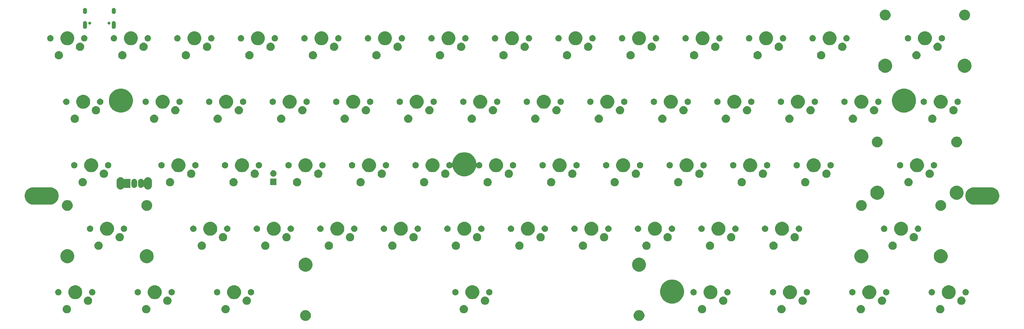
<source format=gbr>
G04 #@! TF.GenerationSoftware,KiCad,Pcbnew,(5.1.0)-1*
G04 #@! TF.CreationDate,2019-12-05T19:46:38+08:00*
G04 #@! TF.ProjectId,keyboard,6b657962-6f61-4726-942e-6b696361645f,B*
G04 #@! TF.SameCoordinates,Original*
G04 #@! TF.FileFunction,Soldermask,Top*
G04 #@! TF.FilePolarity,Negative*
%FSLAX46Y46*%
G04 Gerber Fmt 4.6, Leading zero omitted, Abs format (unit mm)*
G04 Created by KiCad (PCBNEW (5.1.0)-1) date 2019-12-05 19:46:38*
%MOMM*%
%LPD*%
G04 APERTURE LIST*
%ADD10C,0.150000*%
G04 APERTURE END LIST*
D10*
G36*
X243092300Y-155388310D02*
G01*
X243361670Y-155441890D01*
X243657511Y-155564432D01*
X243923760Y-155742334D01*
X244150186Y-155968760D01*
X244328088Y-156235009D01*
X244450630Y-156530850D01*
X244513100Y-156844912D01*
X244513100Y-157165128D01*
X244450630Y-157479190D01*
X244328088Y-157775031D01*
X244150186Y-158041280D01*
X243923760Y-158267706D01*
X243657511Y-158445608D01*
X243361670Y-158568150D01*
X243092300Y-158621730D01*
X243047609Y-158630620D01*
X242727391Y-158630620D01*
X242682700Y-158621730D01*
X242413330Y-158568150D01*
X242117489Y-158445608D01*
X241851240Y-158267706D01*
X241624814Y-158041280D01*
X241446912Y-157775031D01*
X241324370Y-157479190D01*
X241261900Y-157165128D01*
X241261900Y-156844912D01*
X241324370Y-156530850D01*
X241446912Y-156235009D01*
X241624814Y-155968760D01*
X241851240Y-155742334D01*
X242117489Y-155564432D01*
X242413330Y-155441890D01*
X242682700Y-155388310D01*
X242727391Y-155379420D01*
X243047609Y-155379420D01*
X243092300Y-155388310D01*
X243092300Y-155388310D01*
G37*
G36*
X143079800Y-155388310D02*
G01*
X143349170Y-155441890D01*
X143645011Y-155564432D01*
X143911260Y-155742334D01*
X144137686Y-155968760D01*
X144315588Y-156235009D01*
X144438130Y-156530850D01*
X144500600Y-156844912D01*
X144500600Y-157165128D01*
X144438130Y-157479190D01*
X144315588Y-157775031D01*
X144137686Y-158041280D01*
X143911260Y-158267706D01*
X143645011Y-158445608D01*
X143349170Y-158568150D01*
X143079800Y-158621730D01*
X143035109Y-158630620D01*
X142714891Y-158630620D01*
X142670200Y-158621730D01*
X142400830Y-158568150D01*
X142104989Y-158445608D01*
X141838740Y-158267706D01*
X141612314Y-158041280D01*
X141434412Y-157775031D01*
X141311870Y-157479190D01*
X141249400Y-157165128D01*
X141249400Y-156844912D01*
X141311870Y-156530850D01*
X141434412Y-156235009D01*
X141612314Y-155968760D01*
X141838740Y-155742334D01*
X142104989Y-155564432D01*
X142400830Y-155441890D01*
X142670200Y-155388310D01*
X142714891Y-155379420D01*
X143035109Y-155379420D01*
X143079800Y-155388310D01*
X143079800Y-155388310D01*
G37*
G36*
X190624135Y-153886036D02*
G01*
X190704286Y-153901979D01*
X190798106Y-153940841D01*
X190930788Y-153995799D01*
X191134636Y-154132006D01*
X191307994Y-154305364D01*
X191444201Y-154509212D01*
X191499159Y-154641894D01*
X191538021Y-154735714D01*
X191585850Y-154976168D01*
X191585850Y-155221332D01*
X191541979Y-155441890D01*
X191538021Y-155461785D01*
X191444201Y-155688288D01*
X191307994Y-155892136D01*
X191134636Y-156065494D01*
X190930788Y-156201701D01*
X190798106Y-156256659D01*
X190704286Y-156295521D01*
X190624135Y-156311464D01*
X190463834Y-156343350D01*
X190218666Y-156343350D01*
X190058365Y-156311464D01*
X189978214Y-156295521D01*
X189884394Y-156256659D01*
X189751712Y-156201701D01*
X189547864Y-156065494D01*
X189374506Y-155892136D01*
X189238299Y-155688288D01*
X189144479Y-155461785D01*
X189140522Y-155441890D01*
X189096650Y-155221332D01*
X189096650Y-154976168D01*
X189144479Y-154735714D01*
X189183341Y-154641894D01*
X189238299Y-154509212D01*
X189374506Y-154305364D01*
X189547864Y-154132006D01*
X189751712Y-153995799D01*
X189884394Y-153940841D01*
X189978214Y-153901979D01*
X190058365Y-153886036D01*
X190218666Y-153854150D01*
X190463834Y-153854150D01*
X190624135Y-153886036D01*
X190624135Y-153886036D01*
G37*
G36*
X119186635Y-153886036D02*
G01*
X119266786Y-153901979D01*
X119360606Y-153940841D01*
X119493288Y-153995799D01*
X119697136Y-154132006D01*
X119870494Y-154305364D01*
X120006701Y-154509212D01*
X120061659Y-154641894D01*
X120100521Y-154735714D01*
X120148350Y-154976168D01*
X120148350Y-155221332D01*
X120104479Y-155441890D01*
X120100521Y-155461785D01*
X120006701Y-155688288D01*
X119870494Y-155892136D01*
X119697136Y-156065494D01*
X119493288Y-156201701D01*
X119360606Y-156256659D01*
X119266786Y-156295521D01*
X119186635Y-156311464D01*
X119026334Y-156343350D01*
X118781166Y-156343350D01*
X118620865Y-156311464D01*
X118540714Y-156295521D01*
X118446894Y-156256659D01*
X118314212Y-156201701D01*
X118110364Y-156065494D01*
X117937006Y-155892136D01*
X117800799Y-155688288D01*
X117706979Y-155461785D01*
X117703022Y-155441890D01*
X117659150Y-155221332D01*
X117659150Y-154976168D01*
X117706979Y-154735714D01*
X117745841Y-154641894D01*
X117800799Y-154509212D01*
X117937006Y-154305364D01*
X118110364Y-154132006D01*
X118314212Y-153995799D01*
X118446894Y-153940841D01*
X118540714Y-153901979D01*
X118620865Y-153886036D01*
X118781166Y-153854150D01*
X119026334Y-153854150D01*
X119186635Y-153886036D01*
X119186635Y-153886036D01*
G37*
G36*
X285874135Y-153886036D02*
G01*
X285954286Y-153901979D01*
X286048106Y-153940841D01*
X286180788Y-153995799D01*
X286384636Y-154132006D01*
X286557994Y-154305364D01*
X286694201Y-154509212D01*
X286749159Y-154641894D01*
X286788021Y-154735714D01*
X286835850Y-154976168D01*
X286835850Y-155221332D01*
X286791979Y-155441890D01*
X286788021Y-155461785D01*
X286694201Y-155688288D01*
X286557994Y-155892136D01*
X286384636Y-156065494D01*
X286180788Y-156201701D01*
X286048106Y-156256659D01*
X285954286Y-156295521D01*
X285874135Y-156311464D01*
X285713834Y-156343350D01*
X285468666Y-156343350D01*
X285308365Y-156311464D01*
X285228214Y-156295521D01*
X285134394Y-156256659D01*
X285001712Y-156201701D01*
X284797864Y-156065494D01*
X284624506Y-155892136D01*
X284488299Y-155688288D01*
X284394479Y-155461785D01*
X284390522Y-155441890D01*
X284346650Y-155221332D01*
X284346650Y-154976168D01*
X284394479Y-154735714D01*
X284433341Y-154641894D01*
X284488299Y-154509212D01*
X284624506Y-154305364D01*
X284797864Y-154132006D01*
X285001712Y-153995799D01*
X285134394Y-153940841D01*
X285228214Y-153901979D01*
X285308365Y-153886036D01*
X285468666Y-153854150D01*
X285713834Y-153854150D01*
X285874135Y-153886036D01*
X285874135Y-153886036D01*
G37*
G36*
X333499135Y-153886036D02*
G01*
X333579286Y-153901979D01*
X333673106Y-153940841D01*
X333805788Y-153995799D01*
X334009636Y-154132006D01*
X334182994Y-154305364D01*
X334319201Y-154509212D01*
X334374159Y-154641894D01*
X334413021Y-154735714D01*
X334460850Y-154976168D01*
X334460850Y-155221332D01*
X334416979Y-155441890D01*
X334413021Y-155461785D01*
X334319201Y-155688288D01*
X334182994Y-155892136D01*
X334009636Y-156065494D01*
X333805788Y-156201701D01*
X333673106Y-156256659D01*
X333579286Y-156295521D01*
X333499135Y-156311464D01*
X333338834Y-156343350D01*
X333093666Y-156343350D01*
X332933365Y-156311464D01*
X332853214Y-156295521D01*
X332759394Y-156256659D01*
X332626712Y-156201701D01*
X332422864Y-156065494D01*
X332249506Y-155892136D01*
X332113299Y-155688288D01*
X332019479Y-155461785D01*
X332015522Y-155441890D01*
X331971650Y-155221332D01*
X331971650Y-154976168D01*
X332019479Y-154735714D01*
X332058341Y-154641894D01*
X332113299Y-154509212D01*
X332249506Y-154305364D01*
X332422864Y-154132006D01*
X332626712Y-153995799D01*
X332759394Y-153940841D01*
X332853214Y-153901979D01*
X332933365Y-153886036D01*
X333093666Y-153854150D01*
X333338834Y-153854150D01*
X333499135Y-153886036D01*
X333499135Y-153886036D01*
G37*
G36*
X95374135Y-153886036D02*
G01*
X95454286Y-153901979D01*
X95548106Y-153940841D01*
X95680788Y-153995799D01*
X95884636Y-154132006D01*
X96057994Y-154305364D01*
X96194201Y-154509212D01*
X96249159Y-154641894D01*
X96288021Y-154735714D01*
X96335850Y-154976168D01*
X96335850Y-155221332D01*
X96291979Y-155441890D01*
X96288021Y-155461785D01*
X96194201Y-155688288D01*
X96057994Y-155892136D01*
X95884636Y-156065494D01*
X95680788Y-156201701D01*
X95548106Y-156256659D01*
X95454286Y-156295521D01*
X95374135Y-156311464D01*
X95213834Y-156343350D01*
X94968666Y-156343350D01*
X94808365Y-156311464D01*
X94728214Y-156295521D01*
X94634394Y-156256659D01*
X94501712Y-156201701D01*
X94297864Y-156065494D01*
X94124506Y-155892136D01*
X93988299Y-155688288D01*
X93894479Y-155461785D01*
X93890522Y-155441890D01*
X93846650Y-155221332D01*
X93846650Y-154976168D01*
X93894479Y-154735714D01*
X93933341Y-154641894D01*
X93988299Y-154509212D01*
X94124506Y-154305364D01*
X94297864Y-154132006D01*
X94501712Y-153995799D01*
X94634394Y-153940841D01*
X94728214Y-153901979D01*
X94808365Y-153886036D01*
X94968666Y-153854150D01*
X95213834Y-153854150D01*
X95374135Y-153886036D01*
X95374135Y-153886036D01*
G37*
G36*
X71561635Y-153886036D02*
G01*
X71641786Y-153901979D01*
X71735606Y-153940841D01*
X71868288Y-153995799D01*
X72072136Y-154132006D01*
X72245494Y-154305364D01*
X72381701Y-154509212D01*
X72436659Y-154641894D01*
X72475521Y-154735714D01*
X72523350Y-154976168D01*
X72523350Y-155221332D01*
X72479479Y-155441890D01*
X72475521Y-155461785D01*
X72381701Y-155688288D01*
X72245494Y-155892136D01*
X72072136Y-156065494D01*
X71868288Y-156201701D01*
X71735606Y-156256659D01*
X71641786Y-156295521D01*
X71561635Y-156311464D01*
X71401334Y-156343350D01*
X71156166Y-156343350D01*
X70995865Y-156311464D01*
X70915714Y-156295521D01*
X70821894Y-156256659D01*
X70689212Y-156201701D01*
X70485364Y-156065494D01*
X70312006Y-155892136D01*
X70175799Y-155688288D01*
X70081979Y-155461785D01*
X70078022Y-155441890D01*
X70034150Y-155221332D01*
X70034150Y-154976168D01*
X70081979Y-154735714D01*
X70120841Y-154641894D01*
X70175799Y-154509212D01*
X70312006Y-154305364D01*
X70485364Y-154132006D01*
X70689212Y-153995799D01*
X70821894Y-153940841D01*
X70915714Y-153901979D01*
X70995865Y-153886036D01*
X71156166Y-153854150D01*
X71401334Y-153854150D01*
X71561635Y-153886036D01*
X71561635Y-153886036D01*
G37*
G36*
X309686635Y-153886036D02*
G01*
X309766786Y-153901979D01*
X309860606Y-153940841D01*
X309993288Y-153995799D01*
X310197136Y-154132006D01*
X310370494Y-154305364D01*
X310506701Y-154509212D01*
X310561659Y-154641894D01*
X310600521Y-154735714D01*
X310648350Y-154976168D01*
X310648350Y-155221332D01*
X310604479Y-155441890D01*
X310600521Y-155461785D01*
X310506701Y-155688288D01*
X310370494Y-155892136D01*
X310197136Y-156065494D01*
X309993288Y-156201701D01*
X309860606Y-156256659D01*
X309766786Y-156295521D01*
X309686635Y-156311464D01*
X309526334Y-156343350D01*
X309281166Y-156343350D01*
X309120865Y-156311464D01*
X309040714Y-156295521D01*
X308946894Y-156256659D01*
X308814212Y-156201701D01*
X308610364Y-156065494D01*
X308437006Y-155892136D01*
X308300799Y-155688288D01*
X308206979Y-155461785D01*
X308203022Y-155441890D01*
X308159150Y-155221332D01*
X308159150Y-154976168D01*
X308206979Y-154735714D01*
X308245841Y-154641894D01*
X308300799Y-154509212D01*
X308437006Y-154305364D01*
X308610364Y-154132006D01*
X308814212Y-153995799D01*
X308946894Y-153940841D01*
X309040714Y-153901979D01*
X309120865Y-153886036D01*
X309281166Y-153854150D01*
X309526334Y-153854150D01*
X309686635Y-153886036D01*
X309686635Y-153886036D01*
G37*
G36*
X262061635Y-153886036D02*
G01*
X262141786Y-153901979D01*
X262235606Y-153940841D01*
X262368288Y-153995799D01*
X262572136Y-154132006D01*
X262745494Y-154305364D01*
X262881701Y-154509212D01*
X262936659Y-154641894D01*
X262975521Y-154735714D01*
X263023350Y-154976168D01*
X263023350Y-155221332D01*
X262979479Y-155441890D01*
X262975521Y-155461785D01*
X262881701Y-155688288D01*
X262745494Y-155892136D01*
X262572136Y-156065494D01*
X262368288Y-156201701D01*
X262235606Y-156256659D01*
X262141786Y-156295521D01*
X262061635Y-156311464D01*
X261901334Y-156343350D01*
X261656166Y-156343350D01*
X261495865Y-156311464D01*
X261415714Y-156295521D01*
X261321894Y-156256659D01*
X261189212Y-156201701D01*
X260985364Y-156065494D01*
X260812006Y-155892136D01*
X260675799Y-155688288D01*
X260581979Y-155461785D01*
X260578022Y-155441890D01*
X260534150Y-155221332D01*
X260534150Y-154976168D01*
X260581979Y-154735714D01*
X260620841Y-154641894D01*
X260675799Y-154509212D01*
X260812006Y-154305364D01*
X260985364Y-154132006D01*
X261189212Y-153995799D01*
X261321894Y-153940841D01*
X261415714Y-153901979D01*
X261495865Y-153886036D01*
X261656166Y-153854150D01*
X261901334Y-153854150D01*
X262061635Y-153886036D01*
X262061635Y-153886036D01*
G37*
G36*
X196974135Y-151346036D02*
G01*
X197054286Y-151361979D01*
X197148106Y-151400841D01*
X197280788Y-151455799D01*
X197484636Y-151592006D01*
X197657994Y-151765364D01*
X197794201Y-151969212D01*
X197888021Y-152195715D01*
X197935850Y-152436166D01*
X197935850Y-152681334D01*
X197888021Y-152921785D01*
X197794201Y-153148288D01*
X197657994Y-153352136D01*
X197484636Y-153525494D01*
X197280788Y-153661701D01*
X197148106Y-153716659D01*
X197054286Y-153755521D01*
X196974135Y-153771464D01*
X196813834Y-153803350D01*
X196568666Y-153803350D01*
X196408365Y-153771464D01*
X196328214Y-153755521D01*
X196234394Y-153716659D01*
X196101712Y-153661701D01*
X195897864Y-153525494D01*
X195724506Y-153352136D01*
X195588299Y-153148288D01*
X195494479Y-152921785D01*
X195446650Y-152681334D01*
X195446650Y-152436166D01*
X195494479Y-152195715D01*
X195588299Y-151969212D01*
X195724506Y-151765364D01*
X195897864Y-151592006D01*
X196101712Y-151455799D01*
X196234394Y-151400841D01*
X196328214Y-151361979D01*
X196408365Y-151346036D01*
X196568666Y-151314150D01*
X196813834Y-151314150D01*
X196974135Y-151346036D01*
X196974135Y-151346036D01*
G37*
G36*
X316036635Y-151346036D02*
G01*
X316116786Y-151361979D01*
X316210606Y-151400841D01*
X316343288Y-151455799D01*
X316547136Y-151592006D01*
X316720494Y-151765364D01*
X316856701Y-151969212D01*
X316950521Y-152195715D01*
X316998350Y-152436166D01*
X316998350Y-152681334D01*
X316950521Y-152921785D01*
X316856701Y-153148288D01*
X316720494Y-153352136D01*
X316547136Y-153525494D01*
X316343288Y-153661701D01*
X316210606Y-153716659D01*
X316116786Y-153755521D01*
X316036635Y-153771464D01*
X315876334Y-153803350D01*
X315631166Y-153803350D01*
X315470865Y-153771464D01*
X315390714Y-153755521D01*
X315296894Y-153716659D01*
X315164212Y-153661701D01*
X314960364Y-153525494D01*
X314787006Y-153352136D01*
X314650799Y-153148288D01*
X314556979Y-152921785D01*
X314509150Y-152681334D01*
X314509150Y-152436166D01*
X314556979Y-152195715D01*
X314650799Y-151969212D01*
X314787006Y-151765364D01*
X314960364Y-151592006D01*
X315164212Y-151455799D01*
X315296894Y-151400841D01*
X315390714Y-151361979D01*
X315470865Y-151346036D01*
X315631166Y-151314150D01*
X315876334Y-151314150D01*
X316036635Y-151346036D01*
X316036635Y-151346036D01*
G37*
G36*
X339849135Y-151346036D02*
G01*
X339929286Y-151361979D01*
X340023106Y-151400841D01*
X340155788Y-151455799D01*
X340359636Y-151592006D01*
X340532994Y-151765364D01*
X340669201Y-151969212D01*
X340763021Y-152195715D01*
X340810850Y-152436166D01*
X340810850Y-152681334D01*
X340763021Y-152921785D01*
X340669201Y-153148288D01*
X340532994Y-153352136D01*
X340359636Y-153525494D01*
X340155788Y-153661701D01*
X340023106Y-153716659D01*
X339929286Y-153755521D01*
X339849135Y-153771464D01*
X339688834Y-153803350D01*
X339443666Y-153803350D01*
X339283365Y-153771464D01*
X339203214Y-153755521D01*
X339109394Y-153716659D01*
X338976712Y-153661701D01*
X338772864Y-153525494D01*
X338599506Y-153352136D01*
X338463299Y-153148288D01*
X338369479Y-152921785D01*
X338321650Y-152681334D01*
X338321650Y-152436166D01*
X338369479Y-152195715D01*
X338463299Y-151969212D01*
X338599506Y-151765364D01*
X338772864Y-151592006D01*
X338976712Y-151455799D01*
X339109394Y-151400841D01*
X339203214Y-151361979D01*
X339283365Y-151346036D01*
X339443666Y-151314150D01*
X339688834Y-151314150D01*
X339849135Y-151346036D01*
X339849135Y-151346036D01*
G37*
G36*
X101724135Y-151346036D02*
G01*
X101804286Y-151361979D01*
X101898106Y-151400841D01*
X102030788Y-151455799D01*
X102234636Y-151592006D01*
X102407994Y-151765364D01*
X102544201Y-151969212D01*
X102638021Y-152195715D01*
X102685850Y-152436166D01*
X102685850Y-152681334D01*
X102638021Y-152921785D01*
X102544201Y-153148288D01*
X102407994Y-153352136D01*
X102234636Y-153525494D01*
X102030788Y-153661701D01*
X101898106Y-153716659D01*
X101804286Y-153755521D01*
X101724135Y-153771464D01*
X101563834Y-153803350D01*
X101318666Y-153803350D01*
X101158365Y-153771464D01*
X101078214Y-153755521D01*
X100984394Y-153716659D01*
X100851712Y-153661701D01*
X100647864Y-153525494D01*
X100474506Y-153352136D01*
X100338299Y-153148288D01*
X100244479Y-152921785D01*
X100196650Y-152681334D01*
X100196650Y-152436166D01*
X100244479Y-152195715D01*
X100338299Y-151969212D01*
X100474506Y-151765364D01*
X100647864Y-151592006D01*
X100851712Y-151455799D01*
X100984394Y-151400841D01*
X101078214Y-151361979D01*
X101158365Y-151346036D01*
X101318666Y-151314150D01*
X101563834Y-151314150D01*
X101724135Y-151346036D01*
X101724135Y-151346036D01*
G37*
G36*
X292224135Y-151346036D02*
G01*
X292304286Y-151361979D01*
X292398106Y-151400841D01*
X292530788Y-151455799D01*
X292734636Y-151592006D01*
X292907994Y-151765364D01*
X293044201Y-151969212D01*
X293138021Y-152195715D01*
X293185850Y-152436166D01*
X293185850Y-152681334D01*
X293138021Y-152921785D01*
X293044201Y-153148288D01*
X292907994Y-153352136D01*
X292734636Y-153525494D01*
X292530788Y-153661701D01*
X292398106Y-153716659D01*
X292304286Y-153755521D01*
X292224135Y-153771464D01*
X292063834Y-153803350D01*
X291818666Y-153803350D01*
X291658365Y-153771464D01*
X291578214Y-153755521D01*
X291484394Y-153716659D01*
X291351712Y-153661701D01*
X291147864Y-153525494D01*
X290974506Y-153352136D01*
X290838299Y-153148288D01*
X290744479Y-152921785D01*
X290696650Y-152681334D01*
X290696650Y-152436166D01*
X290744479Y-152195715D01*
X290838299Y-151969212D01*
X290974506Y-151765364D01*
X291147864Y-151592006D01*
X291351712Y-151455799D01*
X291484394Y-151400841D01*
X291578214Y-151361979D01*
X291658365Y-151346036D01*
X291818666Y-151314150D01*
X292063834Y-151314150D01*
X292224135Y-151346036D01*
X292224135Y-151346036D01*
G37*
G36*
X268411635Y-151346036D02*
G01*
X268491786Y-151361979D01*
X268585606Y-151400841D01*
X268718288Y-151455799D01*
X268922136Y-151592006D01*
X269095494Y-151765364D01*
X269231701Y-151969212D01*
X269325521Y-152195715D01*
X269373350Y-152436166D01*
X269373350Y-152681334D01*
X269325521Y-152921785D01*
X269231701Y-153148288D01*
X269095494Y-153352136D01*
X268922136Y-153525494D01*
X268718288Y-153661701D01*
X268585606Y-153716659D01*
X268491786Y-153755521D01*
X268411635Y-153771464D01*
X268251334Y-153803350D01*
X268006166Y-153803350D01*
X267845865Y-153771464D01*
X267765714Y-153755521D01*
X267671894Y-153716659D01*
X267539212Y-153661701D01*
X267335364Y-153525494D01*
X267162006Y-153352136D01*
X267025799Y-153148288D01*
X266931979Y-152921785D01*
X266884150Y-152681334D01*
X266884150Y-152436166D01*
X266931979Y-152195715D01*
X267025799Y-151969212D01*
X267162006Y-151765364D01*
X267335364Y-151592006D01*
X267539212Y-151455799D01*
X267671894Y-151400841D01*
X267765714Y-151361979D01*
X267845865Y-151346036D01*
X268006166Y-151314150D01*
X268251334Y-151314150D01*
X268411635Y-151346036D01*
X268411635Y-151346036D01*
G37*
G36*
X125536635Y-151346036D02*
G01*
X125616786Y-151361979D01*
X125710606Y-151400841D01*
X125843288Y-151455799D01*
X126047136Y-151592006D01*
X126220494Y-151765364D01*
X126356701Y-151969212D01*
X126450521Y-152195715D01*
X126498350Y-152436166D01*
X126498350Y-152681334D01*
X126450521Y-152921785D01*
X126356701Y-153148288D01*
X126220494Y-153352136D01*
X126047136Y-153525494D01*
X125843288Y-153661701D01*
X125710606Y-153716659D01*
X125616786Y-153755521D01*
X125536635Y-153771464D01*
X125376334Y-153803350D01*
X125131166Y-153803350D01*
X124970865Y-153771464D01*
X124890714Y-153755521D01*
X124796894Y-153716659D01*
X124664212Y-153661701D01*
X124460364Y-153525494D01*
X124287006Y-153352136D01*
X124150799Y-153148288D01*
X124056979Y-152921785D01*
X124009150Y-152681334D01*
X124009150Y-152436166D01*
X124056979Y-152195715D01*
X124150799Y-151969212D01*
X124287006Y-151765364D01*
X124460364Y-151592006D01*
X124664212Y-151455799D01*
X124796894Y-151400841D01*
X124890714Y-151361979D01*
X124970865Y-151346036D01*
X125131166Y-151314150D01*
X125376334Y-151314150D01*
X125536635Y-151346036D01*
X125536635Y-151346036D01*
G37*
G36*
X77911635Y-151346036D02*
G01*
X77991786Y-151361979D01*
X78085606Y-151400841D01*
X78218288Y-151455799D01*
X78422136Y-151592006D01*
X78595494Y-151765364D01*
X78731701Y-151969212D01*
X78825521Y-152195715D01*
X78873350Y-152436166D01*
X78873350Y-152681334D01*
X78825521Y-152921785D01*
X78731701Y-153148288D01*
X78595494Y-153352136D01*
X78422136Y-153525494D01*
X78218288Y-153661701D01*
X78085606Y-153716659D01*
X77991786Y-153755521D01*
X77911635Y-153771464D01*
X77751334Y-153803350D01*
X77506166Y-153803350D01*
X77345865Y-153771464D01*
X77265714Y-153755521D01*
X77171894Y-153716659D01*
X77039212Y-153661701D01*
X76835364Y-153525494D01*
X76662006Y-153352136D01*
X76525799Y-153148288D01*
X76431979Y-152921785D01*
X76384150Y-152681334D01*
X76384150Y-152436166D01*
X76431979Y-152195715D01*
X76525799Y-151969212D01*
X76662006Y-151765364D01*
X76835364Y-151592006D01*
X77039212Y-151455799D01*
X77171894Y-151400841D01*
X77265714Y-151361979D01*
X77345865Y-151346036D01*
X77506166Y-151314150D01*
X77751334Y-151314150D01*
X77911635Y-151346036D01*
X77911635Y-151346036D01*
G37*
G36*
X253608035Y-146311255D02*
G01*
X253839983Y-146357392D01*
X254495454Y-146628897D01*
X254792410Y-146827317D01*
X255085362Y-147023061D01*
X255587039Y-147524738D01*
X255981204Y-148114648D01*
X256252708Y-148770118D01*
X256391120Y-149465960D01*
X256391120Y-150175440D01*
X256301511Y-150625932D01*
X256252708Y-150871283D01*
X256211300Y-150971250D01*
X255981204Y-151526752D01*
X255588651Y-152114250D01*
X255587038Y-152116663D01*
X255085363Y-152618338D01*
X254495454Y-153012503D01*
X253839983Y-153284008D01*
X253608035Y-153330145D01*
X253144140Y-153422420D01*
X252434660Y-153422420D01*
X251970765Y-153330145D01*
X251738817Y-153284008D01*
X251083346Y-153012503D01*
X250493437Y-152618338D01*
X249991762Y-152116663D01*
X249990150Y-152114250D01*
X249597596Y-151526752D01*
X249367500Y-150971250D01*
X249326092Y-150871283D01*
X249277289Y-150625932D01*
X249187680Y-150175440D01*
X249187680Y-149465960D01*
X249326092Y-148770118D01*
X249597596Y-148114648D01*
X249991761Y-147524738D01*
X250493438Y-147023061D01*
X250786390Y-146827317D01*
X251083346Y-146628897D01*
X251738817Y-146357392D01*
X251970765Y-146311255D01*
X252434660Y-146218980D01*
X253144140Y-146218980D01*
X253608035Y-146311255D01*
X253608035Y-146311255D01*
G37*
G36*
X288540062Y-147963514D02*
G01*
X288742485Y-148003779D01*
X288900447Y-148069209D01*
X289123840Y-148161741D01*
X289467053Y-148391069D01*
X289758931Y-148682947D01*
X289988259Y-149026160D01*
X290146221Y-149407516D01*
X290226750Y-149812360D01*
X290226750Y-150225140D01*
X290146221Y-150629984D01*
X289988259Y-151011340D01*
X289758931Y-151354553D01*
X289467053Y-151646431D01*
X289123840Y-151875759D01*
X288900447Y-151968291D01*
X288742485Y-152033721D01*
X288540062Y-152073985D01*
X288337640Y-152114250D01*
X287924860Y-152114250D01*
X287722438Y-152073985D01*
X287520015Y-152033721D01*
X287362053Y-151968291D01*
X287138660Y-151875759D01*
X286795447Y-151646431D01*
X286503569Y-151354553D01*
X286274241Y-151011340D01*
X286116279Y-150629984D01*
X286035750Y-150225140D01*
X286035750Y-149812360D01*
X286116279Y-149407516D01*
X286274241Y-149026160D01*
X286503569Y-148682947D01*
X286795447Y-148391069D01*
X287138660Y-148161741D01*
X287362053Y-148069209D01*
X287520015Y-148003779D01*
X287722438Y-147963514D01*
X287924860Y-147923250D01*
X288337640Y-147923250D01*
X288540062Y-147963514D01*
X288540062Y-147963514D01*
G37*
G36*
X98040062Y-147963514D02*
G01*
X98242485Y-148003779D01*
X98400447Y-148069209D01*
X98623840Y-148161741D01*
X98967053Y-148391069D01*
X99258931Y-148682947D01*
X99488259Y-149026160D01*
X99646221Y-149407516D01*
X99726750Y-149812360D01*
X99726750Y-150225140D01*
X99646221Y-150629984D01*
X99488259Y-151011340D01*
X99258931Y-151354553D01*
X98967053Y-151646431D01*
X98623840Y-151875759D01*
X98400447Y-151968291D01*
X98242485Y-152033721D01*
X98040062Y-152073985D01*
X97837640Y-152114250D01*
X97424860Y-152114250D01*
X97222438Y-152073985D01*
X97020015Y-152033721D01*
X96862053Y-151968291D01*
X96638660Y-151875759D01*
X96295447Y-151646431D01*
X96003569Y-151354553D01*
X95774241Y-151011340D01*
X95616279Y-150629984D01*
X95535750Y-150225140D01*
X95535750Y-149812360D01*
X95616279Y-149407516D01*
X95774241Y-149026160D01*
X96003569Y-148682947D01*
X96295447Y-148391069D01*
X96638660Y-148161741D01*
X96862053Y-148069209D01*
X97020015Y-148003779D01*
X97222438Y-147963514D01*
X97424860Y-147923250D01*
X97837640Y-147923250D01*
X98040062Y-147963514D01*
X98040062Y-147963514D01*
G37*
G36*
X264727562Y-147963514D02*
G01*
X264929985Y-148003779D01*
X265087947Y-148069209D01*
X265311340Y-148161741D01*
X265654553Y-148391069D01*
X265946431Y-148682947D01*
X266175759Y-149026160D01*
X266333721Y-149407516D01*
X266414250Y-149812360D01*
X266414250Y-150225140D01*
X266333721Y-150629984D01*
X266175759Y-151011340D01*
X265946431Y-151354553D01*
X265654553Y-151646431D01*
X265311340Y-151875759D01*
X265087947Y-151968291D01*
X264929985Y-152033721D01*
X264727562Y-152073985D01*
X264525140Y-152114250D01*
X264112360Y-152114250D01*
X263909938Y-152073985D01*
X263707515Y-152033721D01*
X263549553Y-151968291D01*
X263326160Y-151875759D01*
X262982947Y-151646431D01*
X262691069Y-151354553D01*
X262461741Y-151011340D01*
X262303779Y-150629984D01*
X262223250Y-150225140D01*
X262223250Y-149812360D01*
X262303779Y-149407516D01*
X262461741Y-149026160D01*
X262691069Y-148682947D01*
X262982947Y-148391069D01*
X263326160Y-148161741D01*
X263549553Y-148069209D01*
X263707515Y-148003779D01*
X263909938Y-147963514D01*
X264112360Y-147923250D01*
X264525140Y-147923250D01*
X264727562Y-147963514D01*
X264727562Y-147963514D01*
G37*
G36*
X121852562Y-147963514D02*
G01*
X122054985Y-148003779D01*
X122212947Y-148069209D01*
X122436340Y-148161741D01*
X122779553Y-148391069D01*
X123071431Y-148682947D01*
X123300759Y-149026160D01*
X123458721Y-149407516D01*
X123539250Y-149812360D01*
X123539250Y-150225140D01*
X123458721Y-150629984D01*
X123300759Y-151011340D01*
X123071431Y-151354553D01*
X122779553Y-151646431D01*
X122436340Y-151875759D01*
X122212947Y-151968291D01*
X122054985Y-152033721D01*
X121852562Y-152073985D01*
X121650140Y-152114250D01*
X121237360Y-152114250D01*
X121034938Y-152073985D01*
X120832515Y-152033721D01*
X120674553Y-151968291D01*
X120451160Y-151875759D01*
X120107947Y-151646431D01*
X119816069Y-151354553D01*
X119586741Y-151011340D01*
X119428779Y-150629984D01*
X119348250Y-150225140D01*
X119348250Y-149812360D01*
X119428779Y-149407516D01*
X119586741Y-149026160D01*
X119816069Y-148682947D01*
X120107947Y-148391069D01*
X120451160Y-148161741D01*
X120674553Y-148069209D01*
X120832515Y-148003779D01*
X121034938Y-147963514D01*
X121237360Y-147923250D01*
X121650140Y-147923250D01*
X121852562Y-147963514D01*
X121852562Y-147963514D01*
G37*
G36*
X193290062Y-147963514D02*
G01*
X193492485Y-148003779D01*
X193650447Y-148069209D01*
X193873840Y-148161741D01*
X194217053Y-148391069D01*
X194508931Y-148682947D01*
X194738259Y-149026160D01*
X194896221Y-149407516D01*
X194976750Y-149812360D01*
X194976750Y-150225140D01*
X194896221Y-150629984D01*
X194738259Y-151011340D01*
X194508931Y-151354553D01*
X194217053Y-151646431D01*
X193873840Y-151875759D01*
X193650447Y-151968291D01*
X193492485Y-152033721D01*
X193290062Y-152073985D01*
X193087640Y-152114250D01*
X192674860Y-152114250D01*
X192472438Y-152073985D01*
X192270015Y-152033721D01*
X192112053Y-151968291D01*
X191888660Y-151875759D01*
X191545447Y-151646431D01*
X191253569Y-151354553D01*
X191024241Y-151011340D01*
X190866279Y-150629984D01*
X190785750Y-150225140D01*
X190785750Y-149812360D01*
X190866279Y-149407516D01*
X191024241Y-149026160D01*
X191253569Y-148682947D01*
X191545447Y-148391069D01*
X191888660Y-148161741D01*
X192112053Y-148069209D01*
X192270015Y-148003779D01*
X192472438Y-147963514D01*
X192674860Y-147923250D01*
X193087640Y-147923250D01*
X193290062Y-147963514D01*
X193290062Y-147963514D01*
G37*
G36*
X74227562Y-147963514D02*
G01*
X74429985Y-148003779D01*
X74587947Y-148069209D01*
X74811340Y-148161741D01*
X75154553Y-148391069D01*
X75446431Y-148682947D01*
X75675759Y-149026160D01*
X75833721Y-149407516D01*
X75914250Y-149812360D01*
X75914250Y-150225140D01*
X75833721Y-150629984D01*
X75675759Y-151011340D01*
X75446431Y-151354553D01*
X75154553Y-151646431D01*
X74811340Y-151875759D01*
X74587947Y-151968291D01*
X74429985Y-152033721D01*
X74227562Y-152073985D01*
X74025140Y-152114250D01*
X73612360Y-152114250D01*
X73409938Y-152073985D01*
X73207515Y-152033721D01*
X73049553Y-151968291D01*
X72826160Y-151875759D01*
X72482947Y-151646431D01*
X72191069Y-151354553D01*
X71961741Y-151011340D01*
X71803779Y-150629984D01*
X71723250Y-150225140D01*
X71723250Y-149812360D01*
X71803779Y-149407516D01*
X71961741Y-149026160D01*
X72191069Y-148682947D01*
X72482947Y-148391069D01*
X72826160Y-148161741D01*
X73049553Y-148069209D01*
X73207515Y-148003779D01*
X73409938Y-147963514D01*
X73612360Y-147923250D01*
X74025140Y-147923250D01*
X74227562Y-147963514D01*
X74227562Y-147963514D01*
G37*
G36*
X336165062Y-147963514D02*
G01*
X336367485Y-148003779D01*
X336525447Y-148069209D01*
X336748840Y-148161741D01*
X337092053Y-148391069D01*
X337383931Y-148682947D01*
X337613259Y-149026160D01*
X337771221Y-149407516D01*
X337851750Y-149812360D01*
X337851750Y-150225140D01*
X337771221Y-150629984D01*
X337613259Y-151011340D01*
X337383931Y-151354553D01*
X337092053Y-151646431D01*
X336748840Y-151875759D01*
X336525447Y-151968291D01*
X336367485Y-152033721D01*
X336165062Y-152073985D01*
X335962640Y-152114250D01*
X335549860Y-152114250D01*
X335347438Y-152073985D01*
X335145015Y-152033721D01*
X334987053Y-151968291D01*
X334763660Y-151875759D01*
X334420447Y-151646431D01*
X334128569Y-151354553D01*
X333899241Y-151011340D01*
X333741279Y-150629984D01*
X333660750Y-150225140D01*
X333660750Y-149812360D01*
X333741279Y-149407516D01*
X333899241Y-149026160D01*
X334128569Y-148682947D01*
X334420447Y-148391069D01*
X334763660Y-148161741D01*
X334987053Y-148069209D01*
X335145015Y-148003779D01*
X335347438Y-147963514D01*
X335549860Y-147923250D01*
X335962640Y-147923250D01*
X336165062Y-147963514D01*
X336165062Y-147963514D01*
G37*
G36*
X312352562Y-147963514D02*
G01*
X312554985Y-148003779D01*
X312712947Y-148069209D01*
X312936340Y-148161741D01*
X313279553Y-148391069D01*
X313571431Y-148682947D01*
X313800759Y-149026160D01*
X313958721Y-149407516D01*
X314039250Y-149812360D01*
X314039250Y-150225140D01*
X313958721Y-150629984D01*
X313800759Y-151011340D01*
X313571431Y-151354553D01*
X313279553Y-151646431D01*
X312936340Y-151875759D01*
X312712947Y-151968291D01*
X312554985Y-152033721D01*
X312352562Y-152073985D01*
X312150140Y-152114250D01*
X311737360Y-152114250D01*
X311534938Y-152073985D01*
X311332515Y-152033721D01*
X311174553Y-151968291D01*
X310951160Y-151875759D01*
X310607947Y-151646431D01*
X310316069Y-151354553D01*
X310086741Y-151011340D01*
X309928779Y-150629984D01*
X309848250Y-150225140D01*
X309848250Y-149812360D01*
X309928779Y-149407516D01*
X310086741Y-149026160D01*
X310316069Y-148682947D01*
X310607947Y-148391069D01*
X310951160Y-148161741D01*
X311174553Y-148069209D01*
X311332515Y-148003779D01*
X311534938Y-147963514D01*
X311737360Y-147923250D01*
X312150140Y-147923250D01*
X312352562Y-147963514D01*
X312352562Y-147963514D01*
G37*
G36*
X283329084Y-149102853D02*
G01*
X283502426Y-149174654D01*
X283502428Y-149174655D01*
X283658434Y-149278895D01*
X283791105Y-149411566D01*
X283791106Y-149411568D01*
X283895346Y-149567574D01*
X283967147Y-149740916D01*
X284003750Y-149924936D01*
X284003750Y-150112564D01*
X283967147Y-150296584D01*
X283895346Y-150469926D01*
X283895345Y-150469928D01*
X283791105Y-150625934D01*
X283658434Y-150758605D01*
X283502428Y-150862845D01*
X283502427Y-150862846D01*
X283502426Y-150862846D01*
X283329084Y-150934647D01*
X283145064Y-150971250D01*
X282957436Y-150971250D01*
X282773416Y-150934647D01*
X282600074Y-150862846D01*
X282600073Y-150862846D01*
X282600072Y-150862845D01*
X282444066Y-150758605D01*
X282311395Y-150625934D01*
X282207155Y-150469928D01*
X282207154Y-150469926D01*
X282135353Y-150296584D01*
X282098750Y-150112564D01*
X282098750Y-149924936D01*
X282135353Y-149740916D01*
X282207154Y-149567574D01*
X282311394Y-149411568D01*
X282311395Y-149411566D01*
X282444066Y-149278895D01*
X282600072Y-149174655D01*
X282600074Y-149174654D01*
X282773416Y-149102853D01*
X282957436Y-149066250D01*
X283145064Y-149066250D01*
X283329084Y-149102853D01*
X283329084Y-149102853D01*
G37*
G36*
X307141584Y-149102853D02*
G01*
X307314926Y-149174654D01*
X307314928Y-149174655D01*
X307470934Y-149278895D01*
X307603605Y-149411566D01*
X307603606Y-149411568D01*
X307707846Y-149567574D01*
X307779647Y-149740916D01*
X307816250Y-149924936D01*
X307816250Y-150112564D01*
X307779647Y-150296584D01*
X307707846Y-150469926D01*
X307707845Y-150469928D01*
X307603605Y-150625934D01*
X307470934Y-150758605D01*
X307314928Y-150862845D01*
X307314927Y-150862846D01*
X307314926Y-150862846D01*
X307141584Y-150934647D01*
X306957564Y-150971250D01*
X306769936Y-150971250D01*
X306585916Y-150934647D01*
X306412574Y-150862846D01*
X306412573Y-150862846D01*
X306412572Y-150862845D01*
X306256566Y-150758605D01*
X306123895Y-150625934D01*
X306019655Y-150469928D01*
X306019654Y-150469926D01*
X305947853Y-150296584D01*
X305911250Y-150112564D01*
X305911250Y-149924936D01*
X305947853Y-149740916D01*
X306019654Y-149567574D01*
X306123894Y-149411568D01*
X306123895Y-149411566D01*
X306256566Y-149278895D01*
X306412572Y-149174655D01*
X306412574Y-149174654D01*
X306585916Y-149102853D01*
X306769936Y-149066250D01*
X306957564Y-149066250D01*
X307141584Y-149102853D01*
X307141584Y-149102853D01*
G37*
G36*
X79176584Y-149102853D02*
G01*
X79349926Y-149174654D01*
X79349928Y-149174655D01*
X79505934Y-149278895D01*
X79638605Y-149411566D01*
X79638606Y-149411568D01*
X79742846Y-149567574D01*
X79814647Y-149740916D01*
X79851250Y-149924936D01*
X79851250Y-150112564D01*
X79814647Y-150296584D01*
X79742846Y-150469926D01*
X79742845Y-150469928D01*
X79638605Y-150625934D01*
X79505934Y-150758605D01*
X79349928Y-150862845D01*
X79349927Y-150862846D01*
X79349926Y-150862846D01*
X79176584Y-150934647D01*
X78992564Y-150971250D01*
X78804936Y-150971250D01*
X78620916Y-150934647D01*
X78447574Y-150862846D01*
X78447573Y-150862846D01*
X78447572Y-150862845D01*
X78291566Y-150758605D01*
X78158895Y-150625934D01*
X78054655Y-150469928D01*
X78054654Y-150469926D01*
X77982853Y-150296584D01*
X77946250Y-150112564D01*
X77946250Y-149924936D01*
X77982853Y-149740916D01*
X78054654Y-149567574D01*
X78158894Y-149411568D01*
X78158895Y-149411566D01*
X78291566Y-149278895D01*
X78447572Y-149174655D01*
X78447574Y-149174654D01*
X78620916Y-149102853D01*
X78804936Y-149066250D01*
X78992564Y-149066250D01*
X79176584Y-149102853D01*
X79176584Y-149102853D01*
G37*
G36*
X69016584Y-149102853D02*
G01*
X69189926Y-149174654D01*
X69189928Y-149174655D01*
X69345934Y-149278895D01*
X69478605Y-149411566D01*
X69478606Y-149411568D01*
X69582846Y-149567574D01*
X69654647Y-149740916D01*
X69691250Y-149924936D01*
X69691250Y-150112564D01*
X69654647Y-150296584D01*
X69582846Y-150469926D01*
X69582845Y-150469928D01*
X69478605Y-150625934D01*
X69345934Y-150758605D01*
X69189928Y-150862845D01*
X69189927Y-150862846D01*
X69189926Y-150862846D01*
X69016584Y-150934647D01*
X68832564Y-150971250D01*
X68644936Y-150971250D01*
X68460916Y-150934647D01*
X68287574Y-150862846D01*
X68287573Y-150862846D01*
X68287572Y-150862845D01*
X68131566Y-150758605D01*
X67998895Y-150625934D01*
X67894655Y-150469928D01*
X67894654Y-150469926D01*
X67822853Y-150296584D01*
X67786250Y-150112564D01*
X67786250Y-149924936D01*
X67822853Y-149740916D01*
X67894654Y-149567574D01*
X67998894Y-149411568D01*
X67998895Y-149411566D01*
X68131566Y-149278895D01*
X68287572Y-149174655D01*
X68287574Y-149174654D01*
X68460916Y-149102853D01*
X68644936Y-149066250D01*
X68832564Y-149066250D01*
X69016584Y-149102853D01*
X69016584Y-149102853D01*
G37*
G36*
X341114084Y-149102853D02*
G01*
X341287426Y-149174654D01*
X341287428Y-149174655D01*
X341443434Y-149278895D01*
X341576105Y-149411566D01*
X341576106Y-149411568D01*
X341680346Y-149567574D01*
X341752147Y-149740916D01*
X341788750Y-149924936D01*
X341788750Y-150112564D01*
X341752147Y-150296584D01*
X341680346Y-150469926D01*
X341680345Y-150469928D01*
X341576105Y-150625934D01*
X341443434Y-150758605D01*
X341287428Y-150862845D01*
X341287427Y-150862846D01*
X341287426Y-150862846D01*
X341114084Y-150934647D01*
X340930064Y-150971250D01*
X340742436Y-150971250D01*
X340558416Y-150934647D01*
X340385074Y-150862846D01*
X340385073Y-150862846D01*
X340385072Y-150862845D01*
X340229066Y-150758605D01*
X340096395Y-150625934D01*
X339992155Y-150469928D01*
X339992154Y-150469926D01*
X339920353Y-150296584D01*
X339883750Y-150112564D01*
X339883750Y-149924936D01*
X339920353Y-149740916D01*
X339992154Y-149567574D01*
X340096394Y-149411568D01*
X340096395Y-149411566D01*
X340229066Y-149278895D01*
X340385072Y-149174655D01*
X340385074Y-149174654D01*
X340558416Y-149102853D01*
X340742436Y-149066250D01*
X340930064Y-149066250D01*
X341114084Y-149102853D01*
X341114084Y-149102853D01*
G37*
G36*
X330954084Y-149102853D02*
G01*
X331127426Y-149174654D01*
X331127428Y-149174655D01*
X331283434Y-149278895D01*
X331416105Y-149411566D01*
X331416106Y-149411568D01*
X331520346Y-149567574D01*
X331592147Y-149740916D01*
X331628750Y-149924936D01*
X331628750Y-150112564D01*
X331592147Y-150296584D01*
X331520346Y-150469926D01*
X331520345Y-150469928D01*
X331416105Y-150625934D01*
X331283434Y-150758605D01*
X331127428Y-150862845D01*
X331127427Y-150862846D01*
X331127426Y-150862846D01*
X330954084Y-150934647D01*
X330770064Y-150971250D01*
X330582436Y-150971250D01*
X330398416Y-150934647D01*
X330225074Y-150862846D01*
X330225073Y-150862846D01*
X330225072Y-150862845D01*
X330069066Y-150758605D01*
X329936395Y-150625934D01*
X329832155Y-150469928D01*
X329832154Y-150469926D01*
X329760353Y-150296584D01*
X329723750Y-150112564D01*
X329723750Y-149924936D01*
X329760353Y-149740916D01*
X329832154Y-149567574D01*
X329936394Y-149411568D01*
X329936395Y-149411566D01*
X330069066Y-149278895D01*
X330225072Y-149174655D01*
X330225074Y-149174654D01*
X330398416Y-149102853D01*
X330582436Y-149066250D01*
X330770064Y-149066250D01*
X330954084Y-149102853D01*
X330954084Y-149102853D01*
G37*
G36*
X293489084Y-149102853D02*
G01*
X293662426Y-149174654D01*
X293662428Y-149174655D01*
X293818434Y-149278895D01*
X293951105Y-149411566D01*
X293951106Y-149411568D01*
X294055346Y-149567574D01*
X294127147Y-149740916D01*
X294163750Y-149924936D01*
X294163750Y-150112564D01*
X294127147Y-150296584D01*
X294055346Y-150469926D01*
X294055345Y-150469928D01*
X293951105Y-150625934D01*
X293818434Y-150758605D01*
X293662428Y-150862845D01*
X293662427Y-150862846D01*
X293662426Y-150862846D01*
X293489084Y-150934647D01*
X293305064Y-150971250D01*
X293117436Y-150971250D01*
X292933416Y-150934647D01*
X292760074Y-150862846D01*
X292760073Y-150862846D01*
X292760072Y-150862845D01*
X292604066Y-150758605D01*
X292471395Y-150625934D01*
X292367155Y-150469928D01*
X292367154Y-150469926D01*
X292295353Y-150296584D01*
X292258750Y-150112564D01*
X292258750Y-149924936D01*
X292295353Y-149740916D01*
X292367154Y-149567574D01*
X292471394Y-149411568D01*
X292471395Y-149411566D01*
X292604066Y-149278895D01*
X292760072Y-149174655D01*
X292760074Y-149174654D01*
X292933416Y-149102853D01*
X293117436Y-149066250D01*
X293305064Y-149066250D01*
X293489084Y-149102853D01*
X293489084Y-149102853D01*
G37*
G36*
X269676584Y-149102853D02*
G01*
X269849926Y-149174654D01*
X269849928Y-149174655D01*
X270005934Y-149278895D01*
X270138605Y-149411566D01*
X270138606Y-149411568D01*
X270242846Y-149567574D01*
X270314647Y-149740916D01*
X270351250Y-149924936D01*
X270351250Y-150112564D01*
X270314647Y-150296584D01*
X270242846Y-150469926D01*
X270242845Y-150469928D01*
X270138605Y-150625934D01*
X270005934Y-150758605D01*
X269849928Y-150862845D01*
X269849927Y-150862846D01*
X269849926Y-150862846D01*
X269676584Y-150934647D01*
X269492564Y-150971250D01*
X269304936Y-150971250D01*
X269120916Y-150934647D01*
X268947574Y-150862846D01*
X268947573Y-150862846D01*
X268947572Y-150862845D01*
X268791566Y-150758605D01*
X268658895Y-150625934D01*
X268554655Y-150469928D01*
X268554654Y-150469926D01*
X268482853Y-150296584D01*
X268446250Y-150112564D01*
X268446250Y-149924936D01*
X268482853Y-149740916D01*
X268554654Y-149567574D01*
X268658894Y-149411568D01*
X268658895Y-149411566D01*
X268791566Y-149278895D01*
X268947572Y-149174655D01*
X268947574Y-149174654D01*
X269120916Y-149102853D01*
X269304936Y-149066250D01*
X269492564Y-149066250D01*
X269676584Y-149102853D01*
X269676584Y-149102853D01*
G37*
G36*
X259516584Y-149102853D02*
G01*
X259689926Y-149174654D01*
X259689928Y-149174655D01*
X259845934Y-149278895D01*
X259978605Y-149411566D01*
X259978606Y-149411568D01*
X260082846Y-149567574D01*
X260154647Y-149740916D01*
X260191250Y-149924936D01*
X260191250Y-150112564D01*
X260154647Y-150296584D01*
X260082846Y-150469926D01*
X260082845Y-150469928D01*
X259978605Y-150625934D01*
X259845934Y-150758605D01*
X259689928Y-150862845D01*
X259689927Y-150862846D01*
X259689926Y-150862846D01*
X259516584Y-150934647D01*
X259332564Y-150971250D01*
X259144936Y-150971250D01*
X258960916Y-150934647D01*
X258787574Y-150862846D01*
X258787573Y-150862846D01*
X258787572Y-150862845D01*
X258631566Y-150758605D01*
X258498895Y-150625934D01*
X258394655Y-150469928D01*
X258394654Y-150469926D01*
X258322853Y-150296584D01*
X258286250Y-150112564D01*
X258286250Y-149924936D01*
X258322853Y-149740916D01*
X258394654Y-149567574D01*
X258498894Y-149411568D01*
X258498895Y-149411566D01*
X258631566Y-149278895D01*
X258787572Y-149174655D01*
X258787574Y-149174654D01*
X258960916Y-149102853D01*
X259144936Y-149066250D01*
X259332564Y-149066250D01*
X259516584Y-149102853D01*
X259516584Y-149102853D01*
G37*
G36*
X198239084Y-149102853D02*
G01*
X198412426Y-149174654D01*
X198412428Y-149174655D01*
X198568434Y-149278895D01*
X198701105Y-149411566D01*
X198701106Y-149411568D01*
X198805346Y-149567574D01*
X198877147Y-149740916D01*
X198913750Y-149924936D01*
X198913750Y-150112564D01*
X198877147Y-150296584D01*
X198805346Y-150469926D01*
X198805345Y-150469928D01*
X198701105Y-150625934D01*
X198568434Y-150758605D01*
X198412428Y-150862845D01*
X198412427Y-150862846D01*
X198412426Y-150862846D01*
X198239084Y-150934647D01*
X198055064Y-150971250D01*
X197867436Y-150971250D01*
X197683416Y-150934647D01*
X197510074Y-150862846D01*
X197510073Y-150862846D01*
X197510072Y-150862845D01*
X197354066Y-150758605D01*
X197221395Y-150625934D01*
X197117155Y-150469928D01*
X197117154Y-150469926D01*
X197045353Y-150296584D01*
X197008750Y-150112564D01*
X197008750Y-149924936D01*
X197045353Y-149740916D01*
X197117154Y-149567574D01*
X197221394Y-149411568D01*
X197221395Y-149411566D01*
X197354066Y-149278895D01*
X197510072Y-149174655D01*
X197510074Y-149174654D01*
X197683416Y-149102853D01*
X197867436Y-149066250D01*
X198055064Y-149066250D01*
X198239084Y-149102853D01*
X198239084Y-149102853D01*
G37*
G36*
X188079084Y-149102853D02*
G01*
X188252426Y-149174654D01*
X188252428Y-149174655D01*
X188408434Y-149278895D01*
X188541105Y-149411566D01*
X188541106Y-149411568D01*
X188645346Y-149567574D01*
X188717147Y-149740916D01*
X188753750Y-149924936D01*
X188753750Y-150112564D01*
X188717147Y-150296584D01*
X188645346Y-150469926D01*
X188645345Y-150469928D01*
X188541105Y-150625934D01*
X188408434Y-150758605D01*
X188252428Y-150862845D01*
X188252427Y-150862846D01*
X188252426Y-150862846D01*
X188079084Y-150934647D01*
X187895064Y-150971250D01*
X187707436Y-150971250D01*
X187523416Y-150934647D01*
X187350074Y-150862846D01*
X187350073Y-150862846D01*
X187350072Y-150862845D01*
X187194066Y-150758605D01*
X187061395Y-150625934D01*
X186957155Y-150469928D01*
X186957154Y-150469926D01*
X186885353Y-150296584D01*
X186848750Y-150112564D01*
X186848750Y-149924936D01*
X186885353Y-149740916D01*
X186957154Y-149567574D01*
X187061394Y-149411568D01*
X187061395Y-149411566D01*
X187194066Y-149278895D01*
X187350072Y-149174655D01*
X187350074Y-149174654D01*
X187523416Y-149102853D01*
X187707436Y-149066250D01*
X187895064Y-149066250D01*
X188079084Y-149102853D01*
X188079084Y-149102853D01*
G37*
G36*
X126801584Y-149102853D02*
G01*
X126974926Y-149174654D01*
X126974928Y-149174655D01*
X127130934Y-149278895D01*
X127263605Y-149411566D01*
X127263606Y-149411568D01*
X127367846Y-149567574D01*
X127439647Y-149740916D01*
X127476250Y-149924936D01*
X127476250Y-150112564D01*
X127439647Y-150296584D01*
X127367846Y-150469926D01*
X127367845Y-150469928D01*
X127263605Y-150625934D01*
X127130934Y-150758605D01*
X126974928Y-150862845D01*
X126974927Y-150862846D01*
X126974926Y-150862846D01*
X126801584Y-150934647D01*
X126617564Y-150971250D01*
X126429936Y-150971250D01*
X126245916Y-150934647D01*
X126072574Y-150862846D01*
X126072573Y-150862846D01*
X126072572Y-150862845D01*
X125916566Y-150758605D01*
X125783895Y-150625934D01*
X125679655Y-150469928D01*
X125679654Y-150469926D01*
X125607853Y-150296584D01*
X125571250Y-150112564D01*
X125571250Y-149924936D01*
X125607853Y-149740916D01*
X125679654Y-149567574D01*
X125783894Y-149411568D01*
X125783895Y-149411566D01*
X125916566Y-149278895D01*
X126072572Y-149174655D01*
X126072574Y-149174654D01*
X126245916Y-149102853D01*
X126429936Y-149066250D01*
X126617564Y-149066250D01*
X126801584Y-149102853D01*
X126801584Y-149102853D01*
G37*
G36*
X116641584Y-149102853D02*
G01*
X116814926Y-149174654D01*
X116814928Y-149174655D01*
X116970934Y-149278895D01*
X117103605Y-149411566D01*
X117103606Y-149411568D01*
X117207846Y-149567574D01*
X117279647Y-149740916D01*
X117316250Y-149924936D01*
X117316250Y-150112564D01*
X117279647Y-150296584D01*
X117207846Y-150469926D01*
X117207845Y-150469928D01*
X117103605Y-150625934D01*
X116970934Y-150758605D01*
X116814928Y-150862845D01*
X116814927Y-150862846D01*
X116814926Y-150862846D01*
X116641584Y-150934647D01*
X116457564Y-150971250D01*
X116269936Y-150971250D01*
X116085916Y-150934647D01*
X115912574Y-150862846D01*
X115912573Y-150862846D01*
X115912572Y-150862845D01*
X115756566Y-150758605D01*
X115623895Y-150625934D01*
X115519655Y-150469928D01*
X115519654Y-150469926D01*
X115447853Y-150296584D01*
X115411250Y-150112564D01*
X115411250Y-149924936D01*
X115447853Y-149740916D01*
X115519654Y-149567574D01*
X115623894Y-149411568D01*
X115623895Y-149411566D01*
X115756566Y-149278895D01*
X115912572Y-149174655D01*
X115912574Y-149174654D01*
X116085916Y-149102853D01*
X116269936Y-149066250D01*
X116457564Y-149066250D01*
X116641584Y-149102853D01*
X116641584Y-149102853D01*
G37*
G36*
X317301584Y-149102853D02*
G01*
X317474926Y-149174654D01*
X317474928Y-149174655D01*
X317630934Y-149278895D01*
X317763605Y-149411566D01*
X317763606Y-149411568D01*
X317867846Y-149567574D01*
X317939647Y-149740916D01*
X317976250Y-149924936D01*
X317976250Y-150112564D01*
X317939647Y-150296584D01*
X317867846Y-150469926D01*
X317867845Y-150469928D01*
X317763605Y-150625934D01*
X317630934Y-150758605D01*
X317474928Y-150862845D01*
X317474927Y-150862846D01*
X317474926Y-150862846D01*
X317301584Y-150934647D01*
X317117564Y-150971250D01*
X316929936Y-150971250D01*
X316745916Y-150934647D01*
X316572574Y-150862846D01*
X316572573Y-150862846D01*
X316572572Y-150862845D01*
X316416566Y-150758605D01*
X316283895Y-150625934D01*
X316179655Y-150469928D01*
X316179654Y-150469926D01*
X316107853Y-150296584D01*
X316071250Y-150112564D01*
X316071250Y-149924936D01*
X316107853Y-149740916D01*
X316179654Y-149567574D01*
X316283894Y-149411568D01*
X316283895Y-149411566D01*
X316416566Y-149278895D01*
X316572572Y-149174655D01*
X316572574Y-149174654D01*
X316745916Y-149102853D01*
X316929936Y-149066250D01*
X317117564Y-149066250D01*
X317301584Y-149102853D01*
X317301584Y-149102853D01*
G37*
G36*
X92829084Y-149102853D02*
G01*
X93002426Y-149174654D01*
X93002428Y-149174655D01*
X93158434Y-149278895D01*
X93291105Y-149411566D01*
X93291106Y-149411568D01*
X93395346Y-149567574D01*
X93467147Y-149740916D01*
X93503750Y-149924936D01*
X93503750Y-150112564D01*
X93467147Y-150296584D01*
X93395346Y-150469926D01*
X93395345Y-150469928D01*
X93291105Y-150625934D01*
X93158434Y-150758605D01*
X93002428Y-150862845D01*
X93002427Y-150862846D01*
X93002426Y-150862846D01*
X92829084Y-150934647D01*
X92645064Y-150971250D01*
X92457436Y-150971250D01*
X92273416Y-150934647D01*
X92100074Y-150862846D01*
X92100073Y-150862846D01*
X92100072Y-150862845D01*
X91944066Y-150758605D01*
X91811395Y-150625934D01*
X91707155Y-150469928D01*
X91707154Y-150469926D01*
X91635353Y-150296584D01*
X91598750Y-150112564D01*
X91598750Y-149924936D01*
X91635353Y-149740916D01*
X91707154Y-149567574D01*
X91811394Y-149411568D01*
X91811395Y-149411566D01*
X91944066Y-149278895D01*
X92100072Y-149174655D01*
X92100074Y-149174654D01*
X92273416Y-149102853D01*
X92457436Y-149066250D01*
X92645064Y-149066250D01*
X92829084Y-149102853D01*
X92829084Y-149102853D01*
G37*
G36*
X102989084Y-149102853D02*
G01*
X103162426Y-149174654D01*
X103162428Y-149174655D01*
X103318434Y-149278895D01*
X103451105Y-149411566D01*
X103451106Y-149411568D01*
X103555346Y-149567574D01*
X103627147Y-149740916D01*
X103663750Y-149924936D01*
X103663750Y-150112564D01*
X103627147Y-150296584D01*
X103555346Y-150469926D01*
X103555345Y-150469928D01*
X103451105Y-150625934D01*
X103318434Y-150758605D01*
X103162428Y-150862845D01*
X103162427Y-150862846D01*
X103162426Y-150862846D01*
X102989084Y-150934647D01*
X102805064Y-150971250D01*
X102617436Y-150971250D01*
X102433416Y-150934647D01*
X102260074Y-150862846D01*
X102260073Y-150862846D01*
X102260072Y-150862845D01*
X102104066Y-150758605D01*
X101971395Y-150625934D01*
X101867155Y-150469928D01*
X101867154Y-150469926D01*
X101795353Y-150296584D01*
X101758750Y-150112564D01*
X101758750Y-149924936D01*
X101795353Y-149740916D01*
X101867154Y-149567574D01*
X101971394Y-149411568D01*
X101971395Y-149411566D01*
X102104066Y-149278895D01*
X102260072Y-149174655D01*
X102260074Y-149174654D01*
X102433416Y-149102853D01*
X102617436Y-149066250D01*
X102805064Y-149066250D01*
X102989084Y-149102853D01*
X102989084Y-149102853D01*
G37*
G36*
X243497625Y-139753702D02*
G01*
X243655303Y-139819014D01*
X243878292Y-139911379D01*
X244220881Y-140140290D01*
X244512230Y-140431639D01*
X244741141Y-140774228D01*
X244833506Y-140997217D01*
X244898818Y-141154895D01*
X244979200Y-141559004D01*
X244979200Y-141971036D01*
X244898818Y-142375145D01*
X244833506Y-142532823D01*
X244741141Y-142755812D01*
X244512230Y-143098401D01*
X244220881Y-143389750D01*
X243878292Y-143618661D01*
X243655303Y-143711026D01*
X243497625Y-143776338D01*
X243093516Y-143856720D01*
X242681484Y-143856720D01*
X242277375Y-143776338D01*
X242119697Y-143711026D01*
X241896708Y-143618661D01*
X241554119Y-143389750D01*
X241262770Y-143098401D01*
X241033859Y-142755812D01*
X240941494Y-142532823D01*
X240876182Y-142375145D01*
X240795800Y-141971036D01*
X240795800Y-141559004D01*
X240876182Y-141154895D01*
X240941494Y-140997217D01*
X241033859Y-140774228D01*
X241262770Y-140431639D01*
X241554119Y-140140290D01*
X241896708Y-139911379D01*
X242119697Y-139819014D01*
X242277375Y-139753702D01*
X242681484Y-139673320D01*
X243093516Y-139673320D01*
X243497625Y-139753702D01*
X243497625Y-139753702D01*
G37*
G36*
X143485125Y-139753702D02*
G01*
X143642803Y-139819014D01*
X143865792Y-139911379D01*
X144208381Y-140140290D01*
X144499730Y-140431639D01*
X144728641Y-140774228D01*
X144821006Y-140997217D01*
X144886318Y-141154895D01*
X144966700Y-141559004D01*
X144966700Y-141971036D01*
X144886318Y-142375145D01*
X144821006Y-142532823D01*
X144728641Y-142755812D01*
X144499730Y-143098401D01*
X144208381Y-143389750D01*
X143865792Y-143618661D01*
X143642803Y-143711026D01*
X143485125Y-143776338D01*
X143081016Y-143856720D01*
X142668984Y-143856720D01*
X142264875Y-143776338D01*
X142107197Y-143711026D01*
X141884208Y-143618661D01*
X141541619Y-143389750D01*
X141250270Y-143098401D01*
X141021359Y-142755812D01*
X140928994Y-142532823D01*
X140863682Y-142375145D01*
X140783300Y-141971036D01*
X140783300Y-141559004D01*
X140863682Y-141154895D01*
X140928994Y-140997217D01*
X141021359Y-140774228D01*
X141250270Y-140431639D01*
X141541619Y-140140290D01*
X141884208Y-139911379D01*
X142107197Y-139819014D01*
X142264875Y-139753702D01*
X142668984Y-139673320D01*
X143081016Y-139673320D01*
X143485125Y-139753702D01*
X143485125Y-139753702D01*
G37*
G36*
X95860125Y-137213702D02*
G01*
X96017803Y-137279014D01*
X96240792Y-137371379D01*
X96583381Y-137600290D01*
X96874730Y-137891639D01*
X97103641Y-138234228D01*
X97196006Y-138457217D01*
X97261318Y-138614895D01*
X97341700Y-139019004D01*
X97341700Y-139431036D01*
X97261318Y-139835145D01*
X97196006Y-139992823D01*
X97103641Y-140215812D01*
X96874730Y-140558401D01*
X96583381Y-140849750D01*
X96240792Y-141078661D01*
X96017803Y-141171026D01*
X95860125Y-141236338D01*
X95456016Y-141316720D01*
X95043984Y-141316720D01*
X94639875Y-141236338D01*
X94482197Y-141171026D01*
X94259208Y-141078661D01*
X93916619Y-140849750D01*
X93625270Y-140558401D01*
X93396359Y-140215812D01*
X93303994Y-139992823D01*
X93238682Y-139835145D01*
X93158300Y-139431036D01*
X93158300Y-139019004D01*
X93238682Y-138614895D01*
X93303994Y-138457217D01*
X93396359Y-138234228D01*
X93625270Y-137891639D01*
X93916619Y-137600290D01*
X94259208Y-137371379D01*
X94482197Y-137279014D01*
X94639875Y-137213702D01*
X95043984Y-137133320D01*
X95456016Y-137133320D01*
X95860125Y-137213702D01*
X95860125Y-137213702D01*
G37*
G36*
X72047625Y-137213702D02*
G01*
X72205303Y-137279014D01*
X72428292Y-137371379D01*
X72770881Y-137600290D01*
X73062230Y-137891639D01*
X73291141Y-138234228D01*
X73383506Y-138457217D01*
X73448818Y-138614895D01*
X73529200Y-139019004D01*
X73529200Y-139431036D01*
X73448818Y-139835145D01*
X73383506Y-139992823D01*
X73291141Y-140215812D01*
X73062230Y-140558401D01*
X72770881Y-140849750D01*
X72428292Y-141078661D01*
X72205303Y-141171026D01*
X72047625Y-141236338D01*
X71643516Y-141316720D01*
X71231484Y-141316720D01*
X70827375Y-141236338D01*
X70669697Y-141171026D01*
X70446708Y-141078661D01*
X70104119Y-140849750D01*
X69812770Y-140558401D01*
X69583859Y-140215812D01*
X69491494Y-139992823D01*
X69426182Y-139835145D01*
X69345800Y-139431036D01*
X69345800Y-139019004D01*
X69426182Y-138614895D01*
X69491494Y-138457217D01*
X69583859Y-138234228D01*
X69812770Y-137891639D01*
X70104119Y-137600290D01*
X70446708Y-137371379D01*
X70669697Y-137279014D01*
X70827375Y-137213702D01*
X71231484Y-137133320D01*
X71643516Y-137133320D01*
X72047625Y-137213702D01*
X72047625Y-137213702D01*
G37*
G36*
X310172625Y-137213702D02*
G01*
X310330303Y-137279014D01*
X310553292Y-137371379D01*
X310895881Y-137600290D01*
X311187230Y-137891639D01*
X311416141Y-138234228D01*
X311508506Y-138457217D01*
X311573818Y-138614895D01*
X311654200Y-139019004D01*
X311654200Y-139431036D01*
X311573818Y-139835145D01*
X311508506Y-139992823D01*
X311416141Y-140215812D01*
X311187230Y-140558401D01*
X310895881Y-140849750D01*
X310553292Y-141078661D01*
X310330303Y-141171026D01*
X310172625Y-141236338D01*
X309768516Y-141316720D01*
X309356484Y-141316720D01*
X308952375Y-141236338D01*
X308794697Y-141171026D01*
X308571708Y-141078661D01*
X308229119Y-140849750D01*
X307937770Y-140558401D01*
X307708859Y-140215812D01*
X307616494Y-139992823D01*
X307551182Y-139835145D01*
X307470800Y-139431036D01*
X307470800Y-139019004D01*
X307551182Y-138614895D01*
X307616494Y-138457217D01*
X307708859Y-138234228D01*
X307937770Y-137891639D01*
X308229119Y-137600290D01*
X308571708Y-137371379D01*
X308794697Y-137279014D01*
X308952375Y-137213702D01*
X309356484Y-137133320D01*
X309768516Y-137133320D01*
X310172625Y-137213702D01*
X310172625Y-137213702D01*
G37*
G36*
X333985125Y-137212432D02*
G01*
X334142803Y-137277744D01*
X334365792Y-137370109D01*
X334708381Y-137599020D01*
X334999730Y-137890369D01*
X335228641Y-138232958D01*
X335321006Y-138455947D01*
X335386318Y-138613625D01*
X335466700Y-139017734D01*
X335466700Y-139429766D01*
X335386318Y-139833875D01*
X335321006Y-139991553D01*
X335228641Y-140214542D01*
X334999730Y-140557131D01*
X334708381Y-140848480D01*
X334365792Y-141077391D01*
X334142803Y-141169756D01*
X333985125Y-141235068D01*
X333581016Y-141315450D01*
X333168984Y-141315450D01*
X332764875Y-141235068D01*
X332607197Y-141169756D01*
X332384208Y-141077391D01*
X332041619Y-140848480D01*
X331750270Y-140557131D01*
X331521359Y-140214542D01*
X331428994Y-139991553D01*
X331363682Y-139833875D01*
X331283300Y-139429766D01*
X331283300Y-139017734D01*
X331363682Y-138613625D01*
X331428994Y-138455947D01*
X331521359Y-138232958D01*
X331750270Y-137890369D01*
X332041619Y-137599020D01*
X332384208Y-137370109D01*
X332607197Y-137277744D01*
X332764875Y-137212432D01*
X333168984Y-137132050D01*
X333581016Y-137132050D01*
X333985125Y-137212432D01*
X333985125Y-137212432D01*
G37*
G36*
X283492885Y-134837306D02*
G01*
X283573036Y-134853249D01*
X283666856Y-134892111D01*
X283799538Y-134947069D01*
X284003386Y-135083276D01*
X284176744Y-135256634D01*
X284312951Y-135460482D01*
X284406771Y-135686985D01*
X284454348Y-135926168D01*
X284454600Y-135927438D01*
X284454600Y-136172602D01*
X284407024Y-136411786D01*
X284406771Y-136413055D01*
X284312951Y-136639558D01*
X284176744Y-136843406D01*
X284003386Y-137016764D01*
X283799538Y-137152971D01*
X283666856Y-137207929D01*
X283573036Y-137246791D01*
X283492885Y-137262734D01*
X283332584Y-137294620D01*
X283087416Y-137294620D01*
X282927115Y-137262734D01*
X282846964Y-137246791D01*
X282753144Y-137207929D01*
X282620462Y-137152971D01*
X282416614Y-137016764D01*
X282243256Y-136843406D01*
X282107049Y-136639558D01*
X282013229Y-136413055D01*
X282012977Y-136411786D01*
X281965400Y-136172602D01*
X281965400Y-135927438D01*
X281965653Y-135926168D01*
X282013229Y-135686985D01*
X282107049Y-135460482D01*
X282243256Y-135256634D01*
X282416614Y-135083276D01*
X282620462Y-134947069D01*
X282753144Y-134892111D01*
X282846964Y-134853249D01*
X282927115Y-134837306D01*
X283087416Y-134805420D01*
X283332584Y-134805420D01*
X283492885Y-134837306D01*
X283492885Y-134837306D01*
G37*
G36*
X112042885Y-134837306D02*
G01*
X112123036Y-134853249D01*
X112216856Y-134892111D01*
X112349538Y-134947069D01*
X112553386Y-135083276D01*
X112726744Y-135256634D01*
X112862951Y-135460482D01*
X112956771Y-135686985D01*
X113004348Y-135926168D01*
X113004600Y-135927438D01*
X113004600Y-136172602D01*
X112957024Y-136411786D01*
X112956771Y-136413055D01*
X112862951Y-136639558D01*
X112726744Y-136843406D01*
X112553386Y-137016764D01*
X112349538Y-137152971D01*
X112216856Y-137207929D01*
X112123036Y-137246791D01*
X112042885Y-137262734D01*
X111882584Y-137294620D01*
X111637416Y-137294620D01*
X111477115Y-137262734D01*
X111396964Y-137246791D01*
X111303144Y-137207929D01*
X111170462Y-137152971D01*
X110966614Y-137016764D01*
X110793256Y-136843406D01*
X110657049Y-136639558D01*
X110563229Y-136413055D01*
X110562977Y-136411786D01*
X110515400Y-136172602D01*
X110515400Y-135927438D01*
X110515653Y-135926168D01*
X110563229Y-135686985D01*
X110657049Y-135460482D01*
X110793256Y-135256634D01*
X110966614Y-135083276D01*
X111170462Y-134947069D01*
X111303144Y-134892111D01*
X111396964Y-134853249D01*
X111477115Y-134837306D01*
X111637416Y-134805420D01*
X111882584Y-134805420D01*
X112042885Y-134837306D01*
X112042885Y-134837306D01*
G37*
G36*
X131092885Y-134837306D02*
G01*
X131173036Y-134853249D01*
X131266856Y-134892111D01*
X131399538Y-134947069D01*
X131603386Y-135083276D01*
X131776744Y-135256634D01*
X131912951Y-135460482D01*
X132006771Y-135686985D01*
X132054348Y-135926168D01*
X132054600Y-135927438D01*
X132054600Y-136172602D01*
X132007024Y-136411786D01*
X132006771Y-136413055D01*
X131912951Y-136639558D01*
X131776744Y-136843406D01*
X131603386Y-137016764D01*
X131399538Y-137152971D01*
X131266856Y-137207929D01*
X131173036Y-137246791D01*
X131092885Y-137262734D01*
X130932584Y-137294620D01*
X130687416Y-137294620D01*
X130527115Y-137262734D01*
X130446964Y-137246791D01*
X130353144Y-137207929D01*
X130220462Y-137152971D01*
X130016614Y-137016764D01*
X129843256Y-136843406D01*
X129707049Y-136639558D01*
X129613229Y-136413055D01*
X129612977Y-136411786D01*
X129565400Y-136172602D01*
X129565400Y-135927438D01*
X129565653Y-135926168D01*
X129613229Y-135686985D01*
X129707049Y-135460482D01*
X129843256Y-135256634D01*
X130016614Y-135083276D01*
X130220462Y-134947069D01*
X130353144Y-134892111D01*
X130446964Y-134853249D01*
X130527115Y-134837306D01*
X130687416Y-134805420D01*
X130932584Y-134805420D01*
X131092885Y-134837306D01*
X131092885Y-134837306D01*
G37*
G36*
X188242885Y-134837306D02*
G01*
X188323036Y-134853249D01*
X188416856Y-134892111D01*
X188549538Y-134947069D01*
X188753386Y-135083276D01*
X188926744Y-135256634D01*
X189062951Y-135460482D01*
X189156771Y-135686985D01*
X189204348Y-135926168D01*
X189204600Y-135927438D01*
X189204600Y-136172602D01*
X189157024Y-136411786D01*
X189156771Y-136413055D01*
X189062951Y-136639558D01*
X188926744Y-136843406D01*
X188753386Y-137016764D01*
X188549538Y-137152971D01*
X188416856Y-137207929D01*
X188323036Y-137246791D01*
X188242885Y-137262734D01*
X188082584Y-137294620D01*
X187837416Y-137294620D01*
X187677115Y-137262734D01*
X187596964Y-137246791D01*
X187503144Y-137207929D01*
X187370462Y-137152971D01*
X187166614Y-137016764D01*
X186993256Y-136843406D01*
X186857049Y-136639558D01*
X186763229Y-136413055D01*
X186762977Y-136411786D01*
X186715400Y-136172602D01*
X186715400Y-135927438D01*
X186715653Y-135926168D01*
X186763229Y-135686985D01*
X186857049Y-135460482D01*
X186993256Y-135256634D01*
X187166614Y-135083276D01*
X187370462Y-134947069D01*
X187503144Y-134892111D01*
X187596964Y-134853249D01*
X187677115Y-134837306D01*
X187837416Y-134805420D01*
X188082584Y-134805420D01*
X188242885Y-134837306D01*
X188242885Y-134837306D01*
G37*
G36*
X169192885Y-134837306D02*
G01*
X169273036Y-134853249D01*
X169366856Y-134892111D01*
X169499538Y-134947069D01*
X169703386Y-135083276D01*
X169876744Y-135256634D01*
X170012951Y-135460482D01*
X170106771Y-135686985D01*
X170154348Y-135926168D01*
X170154600Y-135927438D01*
X170154600Y-136172602D01*
X170107024Y-136411786D01*
X170106771Y-136413055D01*
X170012951Y-136639558D01*
X169876744Y-136843406D01*
X169703386Y-137016764D01*
X169499538Y-137152971D01*
X169366856Y-137207929D01*
X169273036Y-137246791D01*
X169192885Y-137262734D01*
X169032584Y-137294620D01*
X168787416Y-137294620D01*
X168627115Y-137262734D01*
X168546964Y-137246791D01*
X168453144Y-137207929D01*
X168320462Y-137152971D01*
X168116614Y-137016764D01*
X167943256Y-136843406D01*
X167807049Y-136639558D01*
X167713229Y-136413055D01*
X167712977Y-136411786D01*
X167665400Y-136172602D01*
X167665400Y-135927438D01*
X167665653Y-135926168D01*
X167713229Y-135686985D01*
X167807049Y-135460482D01*
X167943256Y-135256634D01*
X168116614Y-135083276D01*
X168320462Y-134947069D01*
X168453144Y-134892111D01*
X168546964Y-134853249D01*
X168627115Y-134837306D01*
X168787416Y-134805420D01*
X169032584Y-134805420D01*
X169192885Y-134837306D01*
X169192885Y-134837306D01*
G37*
G36*
X207292885Y-134837306D02*
G01*
X207373036Y-134853249D01*
X207466856Y-134892111D01*
X207599538Y-134947069D01*
X207803386Y-135083276D01*
X207976744Y-135256634D01*
X208112951Y-135460482D01*
X208206771Y-135686985D01*
X208254348Y-135926168D01*
X208254600Y-135927438D01*
X208254600Y-136172602D01*
X208207024Y-136411786D01*
X208206771Y-136413055D01*
X208112951Y-136639558D01*
X207976744Y-136843406D01*
X207803386Y-137016764D01*
X207599538Y-137152971D01*
X207466856Y-137207929D01*
X207373036Y-137246791D01*
X207292885Y-137262734D01*
X207132584Y-137294620D01*
X206887416Y-137294620D01*
X206727115Y-137262734D01*
X206646964Y-137246791D01*
X206553144Y-137207929D01*
X206420462Y-137152971D01*
X206216614Y-137016764D01*
X206043256Y-136843406D01*
X205907049Y-136639558D01*
X205813229Y-136413055D01*
X205812977Y-136411786D01*
X205765400Y-136172602D01*
X205765400Y-135927438D01*
X205765653Y-135926168D01*
X205813229Y-135686985D01*
X205907049Y-135460482D01*
X206043256Y-135256634D01*
X206216614Y-135083276D01*
X206420462Y-134947069D01*
X206553144Y-134892111D01*
X206646964Y-134853249D01*
X206727115Y-134837306D01*
X206887416Y-134805420D01*
X207132584Y-134805420D01*
X207292885Y-134837306D01*
X207292885Y-134837306D01*
G37*
G36*
X245392885Y-134837306D02*
G01*
X245473036Y-134853249D01*
X245566856Y-134892111D01*
X245699538Y-134947069D01*
X245903386Y-135083276D01*
X246076744Y-135256634D01*
X246212951Y-135460482D01*
X246306771Y-135686985D01*
X246354348Y-135926168D01*
X246354600Y-135927438D01*
X246354600Y-136172602D01*
X246307024Y-136411786D01*
X246306771Y-136413055D01*
X246212951Y-136639558D01*
X246076744Y-136843406D01*
X245903386Y-137016764D01*
X245699538Y-137152971D01*
X245566856Y-137207929D01*
X245473036Y-137246791D01*
X245392885Y-137262734D01*
X245232584Y-137294620D01*
X244987416Y-137294620D01*
X244827115Y-137262734D01*
X244746964Y-137246791D01*
X244653144Y-137207929D01*
X244520462Y-137152971D01*
X244316614Y-137016764D01*
X244143256Y-136843406D01*
X244007049Y-136639558D01*
X243913229Y-136413055D01*
X243912977Y-136411786D01*
X243865400Y-136172602D01*
X243865400Y-135927438D01*
X243865653Y-135926168D01*
X243913229Y-135686985D01*
X244007049Y-135460482D01*
X244143256Y-135256634D01*
X244316614Y-135083276D01*
X244520462Y-134947069D01*
X244653144Y-134892111D01*
X244746964Y-134853249D01*
X244827115Y-134837306D01*
X244987416Y-134805420D01*
X245232584Y-134805420D01*
X245392885Y-134837306D01*
X245392885Y-134837306D01*
G37*
G36*
X319212905Y-134837306D02*
G01*
X319293056Y-134853249D01*
X319386876Y-134892111D01*
X319519558Y-134947069D01*
X319723406Y-135083276D01*
X319896764Y-135256634D01*
X320032971Y-135460482D01*
X320126791Y-135686985D01*
X320174368Y-135926168D01*
X320174620Y-135927438D01*
X320174620Y-136172602D01*
X320127044Y-136411786D01*
X320126791Y-136413055D01*
X320032971Y-136639558D01*
X319896764Y-136843406D01*
X319723406Y-137016764D01*
X319519558Y-137152971D01*
X319386876Y-137207929D01*
X319293056Y-137246791D01*
X319212905Y-137262734D01*
X319052604Y-137294620D01*
X318807436Y-137294620D01*
X318647135Y-137262734D01*
X318566984Y-137246791D01*
X318473164Y-137207929D01*
X318340482Y-137152971D01*
X318136634Y-137016764D01*
X317963276Y-136843406D01*
X317827069Y-136639558D01*
X317733249Y-136413055D01*
X317732997Y-136411786D01*
X317685420Y-136172602D01*
X317685420Y-135927438D01*
X317685673Y-135926168D01*
X317733249Y-135686985D01*
X317827069Y-135460482D01*
X317963276Y-135256634D01*
X318136634Y-135083276D01*
X318340482Y-134947069D01*
X318473164Y-134892111D01*
X318566984Y-134853249D01*
X318647135Y-134837306D01*
X318807436Y-134805420D01*
X319052604Y-134805420D01*
X319212905Y-134837306D01*
X319212905Y-134837306D01*
G37*
G36*
X226342885Y-134837306D02*
G01*
X226423036Y-134853249D01*
X226516856Y-134892111D01*
X226649538Y-134947069D01*
X226853386Y-135083276D01*
X227026744Y-135256634D01*
X227162951Y-135460482D01*
X227256771Y-135686985D01*
X227304348Y-135926168D01*
X227304600Y-135927438D01*
X227304600Y-136172602D01*
X227257024Y-136411786D01*
X227256771Y-136413055D01*
X227162951Y-136639558D01*
X227026744Y-136843406D01*
X226853386Y-137016764D01*
X226649538Y-137152971D01*
X226516856Y-137207929D01*
X226423036Y-137246791D01*
X226342885Y-137262734D01*
X226182584Y-137294620D01*
X225937416Y-137294620D01*
X225777115Y-137262734D01*
X225696964Y-137246791D01*
X225603144Y-137207929D01*
X225470462Y-137152971D01*
X225266614Y-137016764D01*
X225093256Y-136843406D01*
X224957049Y-136639558D01*
X224863229Y-136413055D01*
X224862977Y-136411786D01*
X224815400Y-136172602D01*
X224815400Y-135927438D01*
X224815653Y-135926168D01*
X224863229Y-135686985D01*
X224957049Y-135460482D01*
X225093256Y-135256634D01*
X225266614Y-135083276D01*
X225470462Y-134947069D01*
X225603144Y-134892111D01*
X225696964Y-134853249D01*
X225777115Y-134837306D01*
X225937416Y-134805420D01*
X226182584Y-134805420D01*
X226342885Y-134837306D01*
X226342885Y-134837306D01*
G37*
G36*
X264442885Y-134837306D02*
G01*
X264523036Y-134853249D01*
X264616856Y-134892111D01*
X264749538Y-134947069D01*
X264953386Y-135083276D01*
X265126744Y-135256634D01*
X265262951Y-135460482D01*
X265356771Y-135686985D01*
X265404348Y-135926168D01*
X265404600Y-135927438D01*
X265404600Y-136172602D01*
X265357024Y-136411786D01*
X265356771Y-136413055D01*
X265262951Y-136639558D01*
X265126744Y-136843406D01*
X264953386Y-137016764D01*
X264749538Y-137152971D01*
X264616856Y-137207929D01*
X264523036Y-137246791D01*
X264442885Y-137262734D01*
X264282584Y-137294620D01*
X264037416Y-137294620D01*
X263877115Y-137262734D01*
X263796964Y-137246791D01*
X263703144Y-137207929D01*
X263570462Y-137152971D01*
X263366614Y-137016764D01*
X263193256Y-136843406D01*
X263057049Y-136639558D01*
X262963229Y-136413055D01*
X262962977Y-136411786D01*
X262915400Y-136172602D01*
X262915400Y-135927438D01*
X262915653Y-135926168D01*
X262963229Y-135686985D01*
X263057049Y-135460482D01*
X263193256Y-135256634D01*
X263366614Y-135083276D01*
X263570462Y-134947069D01*
X263703144Y-134892111D01*
X263796964Y-134853249D01*
X263877115Y-134837306D01*
X264037416Y-134805420D01*
X264282584Y-134805420D01*
X264442885Y-134837306D01*
X264442885Y-134837306D01*
G37*
G36*
X150142885Y-134837306D02*
G01*
X150223036Y-134853249D01*
X150316856Y-134892111D01*
X150449538Y-134947069D01*
X150653386Y-135083276D01*
X150826744Y-135256634D01*
X150962951Y-135460482D01*
X151056771Y-135686985D01*
X151104348Y-135926168D01*
X151104600Y-135927438D01*
X151104600Y-136172602D01*
X151057024Y-136411786D01*
X151056771Y-136413055D01*
X150962951Y-136639558D01*
X150826744Y-136843406D01*
X150653386Y-137016764D01*
X150449538Y-137152971D01*
X150316856Y-137207929D01*
X150223036Y-137246791D01*
X150142885Y-137262734D01*
X149982584Y-137294620D01*
X149737416Y-137294620D01*
X149577115Y-137262734D01*
X149496964Y-137246791D01*
X149403144Y-137207929D01*
X149270462Y-137152971D01*
X149066614Y-137016764D01*
X148893256Y-136843406D01*
X148757049Y-136639558D01*
X148663229Y-136413055D01*
X148662977Y-136411786D01*
X148615400Y-136172602D01*
X148615400Y-135927438D01*
X148615653Y-135926168D01*
X148663229Y-135686985D01*
X148757049Y-135460482D01*
X148893256Y-135256634D01*
X149066614Y-135083276D01*
X149270462Y-134947069D01*
X149403144Y-134892111D01*
X149496964Y-134853249D01*
X149577115Y-134837306D01*
X149737416Y-134805420D01*
X149982584Y-134805420D01*
X150142885Y-134837306D01*
X150142885Y-134837306D01*
G37*
G36*
X81086635Y-134836036D02*
G01*
X81166786Y-134851979D01*
X81260606Y-134890841D01*
X81393288Y-134945799D01*
X81597136Y-135082006D01*
X81770494Y-135255364D01*
X81906701Y-135459212D01*
X81961659Y-135591894D01*
X82000521Y-135685714D01*
X82000774Y-135686985D01*
X82048350Y-135926166D01*
X82048350Y-136171334D01*
X82000521Y-136411785D01*
X81906701Y-136638288D01*
X81770494Y-136842136D01*
X81597136Y-137015494D01*
X81393288Y-137151701D01*
X81260606Y-137206659D01*
X81166786Y-137245521D01*
X81086635Y-137261464D01*
X80926334Y-137293350D01*
X80681166Y-137293350D01*
X80520865Y-137261464D01*
X80440714Y-137245521D01*
X80346894Y-137206659D01*
X80214212Y-137151701D01*
X80010364Y-137015494D01*
X79837006Y-136842136D01*
X79700799Y-136638288D01*
X79606979Y-136411785D01*
X79559150Y-136171334D01*
X79559150Y-135926166D01*
X79606726Y-135686985D01*
X79606979Y-135685714D01*
X79645841Y-135591894D01*
X79700799Y-135459212D01*
X79837006Y-135255364D01*
X80010364Y-135082006D01*
X80214212Y-134945799D01*
X80346894Y-134890841D01*
X80440714Y-134851979D01*
X80520865Y-134836036D01*
X80681166Y-134804150D01*
X80926334Y-134804150D01*
X81086635Y-134836036D01*
X81086635Y-134836036D01*
G37*
G36*
X175542885Y-132297306D02*
G01*
X175623036Y-132313249D01*
X175716856Y-132352111D01*
X175849538Y-132407069D01*
X176053386Y-132543276D01*
X176226744Y-132716634D01*
X176362951Y-132920482D01*
X176456771Y-133146985D01*
X176504348Y-133386168D01*
X176504600Y-133387438D01*
X176504600Y-133632602D01*
X176457024Y-133871786D01*
X176456771Y-133873055D01*
X176362951Y-134099558D01*
X176226744Y-134303406D01*
X176053386Y-134476764D01*
X175849538Y-134612971D01*
X175716856Y-134667929D01*
X175623036Y-134706791D01*
X175542885Y-134722734D01*
X175382584Y-134754620D01*
X175137416Y-134754620D01*
X174977115Y-134722734D01*
X174896964Y-134706791D01*
X174803144Y-134667929D01*
X174670462Y-134612971D01*
X174466614Y-134476764D01*
X174293256Y-134303406D01*
X174157049Y-134099558D01*
X174063229Y-133873055D01*
X174062977Y-133871786D01*
X174015400Y-133632602D01*
X174015400Y-133387438D01*
X174015653Y-133386168D01*
X174063229Y-133146985D01*
X174157049Y-132920482D01*
X174293256Y-132716634D01*
X174466614Y-132543276D01*
X174670462Y-132407069D01*
X174803144Y-132352111D01*
X174896964Y-132313249D01*
X174977115Y-132297306D01*
X175137416Y-132265420D01*
X175382584Y-132265420D01*
X175542885Y-132297306D01*
X175542885Y-132297306D01*
G37*
G36*
X137442885Y-132297306D02*
G01*
X137523036Y-132313249D01*
X137616856Y-132352111D01*
X137749538Y-132407069D01*
X137953386Y-132543276D01*
X138126744Y-132716634D01*
X138262951Y-132920482D01*
X138356771Y-133146985D01*
X138404348Y-133386168D01*
X138404600Y-133387438D01*
X138404600Y-133632602D01*
X138357024Y-133871786D01*
X138356771Y-133873055D01*
X138262951Y-134099558D01*
X138126744Y-134303406D01*
X137953386Y-134476764D01*
X137749538Y-134612971D01*
X137616856Y-134667929D01*
X137523036Y-134706791D01*
X137442885Y-134722734D01*
X137282584Y-134754620D01*
X137037416Y-134754620D01*
X136877115Y-134722734D01*
X136796964Y-134706791D01*
X136703144Y-134667929D01*
X136570462Y-134612971D01*
X136366614Y-134476764D01*
X136193256Y-134303406D01*
X136057049Y-134099558D01*
X135963229Y-133873055D01*
X135962977Y-133871786D01*
X135915400Y-133632602D01*
X135915400Y-133387438D01*
X135915653Y-133386168D01*
X135963229Y-133146985D01*
X136057049Y-132920482D01*
X136193256Y-132716634D01*
X136366614Y-132543276D01*
X136570462Y-132407069D01*
X136703144Y-132352111D01*
X136796964Y-132313249D01*
X136877115Y-132297306D01*
X137037416Y-132265420D01*
X137282584Y-132265420D01*
X137442885Y-132297306D01*
X137442885Y-132297306D01*
G37*
G36*
X156492885Y-132297306D02*
G01*
X156573036Y-132313249D01*
X156666856Y-132352111D01*
X156799538Y-132407069D01*
X157003386Y-132543276D01*
X157176744Y-132716634D01*
X157312951Y-132920482D01*
X157406771Y-133146985D01*
X157454348Y-133386168D01*
X157454600Y-133387438D01*
X157454600Y-133632602D01*
X157407024Y-133871786D01*
X157406771Y-133873055D01*
X157312951Y-134099558D01*
X157176744Y-134303406D01*
X157003386Y-134476764D01*
X156799538Y-134612971D01*
X156666856Y-134667929D01*
X156573036Y-134706791D01*
X156492885Y-134722734D01*
X156332584Y-134754620D01*
X156087416Y-134754620D01*
X155927115Y-134722734D01*
X155846964Y-134706791D01*
X155753144Y-134667929D01*
X155620462Y-134612971D01*
X155416614Y-134476764D01*
X155243256Y-134303406D01*
X155107049Y-134099558D01*
X155013229Y-133873055D01*
X155012977Y-133871786D01*
X154965400Y-133632602D01*
X154965400Y-133387438D01*
X154965653Y-133386168D01*
X155013229Y-133146985D01*
X155107049Y-132920482D01*
X155243256Y-132716634D01*
X155416614Y-132543276D01*
X155620462Y-132407069D01*
X155753144Y-132352111D01*
X155846964Y-132313249D01*
X155927115Y-132297306D01*
X156087416Y-132265420D01*
X156332584Y-132265420D01*
X156492885Y-132297306D01*
X156492885Y-132297306D01*
G37*
G36*
X325562905Y-132297306D02*
G01*
X325643056Y-132313249D01*
X325736876Y-132352111D01*
X325869558Y-132407069D01*
X326073406Y-132543276D01*
X326246764Y-132716634D01*
X326382971Y-132920482D01*
X326476791Y-133146985D01*
X326524368Y-133386168D01*
X326524620Y-133387438D01*
X326524620Y-133632602D01*
X326477044Y-133871786D01*
X326476791Y-133873055D01*
X326382971Y-134099558D01*
X326246764Y-134303406D01*
X326073406Y-134476764D01*
X325869558Y-134612971D01*
X325736876Y-134667929D01*
X325643056Y-134706791D01*
X325562905Y-134722734D01*
X325402604Y-134754620D01*
X325157436Y-134754620D01*
X324997135Y-134722734D01*
X324916984Y-134706791D01*
X324823164Y-134667929D01*
X324690482Y-134612971D01*
X324486634Y-134476764D01*
X324313276Y-134303406D01*
X324177069Y-134099558D01*
X324083249Y-133873055D01*
X324082997Y-133871786D01*
X324035420Y-133632602D01*
X324035420Y-133387438D01*
X324035673Y-133386168D01*
X324083249Y-133146985D01*
X324177069Y-132920482D01*
X324313276Y-132716634D01*
X324486634Y-132543276D01*
X324690482Y-132407069D01*
X324823164Y-132352111D01*
X324916984Y-132313249D01*
X324997135Y-132297306D01*
X325157436Y-132265420D01*
X325402604Y-132265420D01*
X325562905Y-132297306D01*
X325562905Y-132297306D01*
G37*
G36*
X289842885Y-132297306D02*
G01*
X289923036Y-132313249D01*
X290016856Y-132352111D01*
X290149538Y-132407069D01*
X290353386Y-132543276D01*
X290526744Y-132716634D01*
X290662951Y-132920482D01*
X290756771Y-133146985D01*
X290804348Y-133386168D01*
X290804600Y-133387438D01*
X290804600Y-133632602D01*
X290757024Y-133871786D01*
X290756771Y-133873055D01*
X290662951Y-134099558D01*
X290526744Y-134303406D01*
X290353386Y-134476764D01*
X290149538Y-134612971D01*
X290016856Y-134667929D01*
X289923036Y-134706791D01*
X289842885Y-134722734D01*
X289682584Y-134754620D01*
X289437416Y-134754620D01*
X289277115Y-134722734D01*
X289196964Y-134706791D01*
X289103144Y-134667929D01*
X288970462Y-134612971D01*
X288766614Y-134476764D01*
X288593256Y-134303406D01*
X288457049Y-134099558D01*
X288363229Y-133873055D01*
X288362977Y-133871786D01*
X288315400Y-133632602D01*
X288315400Y-133387438D01*
X288315653Y-133386168D01*
X288363229Y-133146985D01*
X288457049Y-132920482D01*
X288593256Y-132716634D01*
X288766614Y-132543276D01*
X288970462Y-132407069D01*
X289103144Y-132352111D01*
X289196964Y-132313249D01*
X289277115Y-132297306D01*
X289437416Y-132265420D01*
X289682584Y-132265420D01*
X289842885Y-132297306D01*
X289842885Y-132297306D01*
G37*
G36*
X270792885Y-132297306D02*
G01*
X270873036Y-132313249D01*
X270966856Y-132352111D01*
X271099538Y-132407069D01*
X271303386Y-132543276D01*
X271476744Y-132716634D01*
X271612951Y-132920482D01*
X271706771Y-133146985D01*
X271754348Y-133386168D01*
X271754600Y-133387438D01*
X271754600Y-133632602D01*
X271707024Y-133871786D01*
X271706771Y-133873055D01*
X271612951Y-134099558D01*
X271476744Y-134303406D01*
X271303386Y-134476764D01*
X271099538Y-134612971D01*
X270966856Y-134667929D01*
X270873036Y-134706791D01*
X270792885Y-134722734D01*
X270632584Y-134754620D01*
X270387416Y-134754620D01*
X270227115Y-134722734D01*
X270146964Y-134706791D01*
X270053144Y-134667929D01*
X269920462Y-134612971D01*
X269716614Y-134476764D01*
X269543256Y-134303406D01*
X269407049Y-134099558D01*
X269313229Y-133873055D01*
X269312977Y-133871786D01*
X269265400Y-133632602D01*
X269265400Y-133387438D01*
X269265653Y-133386168D01*
X269313229Y-133146985D01*
X269407049Y-132920482D01*
X269543256Y-132716634D01*
X269716614Y-132543276D01*
X269920462Y-132407069D01*
X270053144Y-132352111D01*
X270146964Y-132313249D01*
X270227115Y-132297306D01*
X270387416Y-132265420D01*
X270632584Y-132265420D01*
X270792885Y-132297306D01*
X270792885Y-132297306D01*
G37*
G36*
X251742885Y-132297306D02*
G01*
X251823036Y-132313249D01*
X251916856Y-132352111D01*
X252049538Y-132407069D01*
X252253386Y-132543276D01*
X252426744Y-132716634D01*
X252562951Y-132920482D01*
X252656771Y-133146985D01*
X252704348Y-133386168D01*
X252704600Y-133387438D01*
X252704600Y-133632602D01*
X252657024Y-133871786D01*
X252656771Y-133873055D01*
X252562951Y-134099558D01*
X252426744Y-134303406D01*
X252253386Y-134476764D01*
X252049538Y-134612971D01*
X251916856Y-134667929D01*
X251823036Y-134706791D01*
X251742885Y-134722734D01*
X251582584Y-134754620D01*
X251337416Y-134754620D01*
X251177115Y-134722734D01*
X251096964Y-134706791D01*
X251003144Y-134667929D01*
X250870462Y-134612971D01*
X250666614Y-134476764D01*
X250493256Y-134303406D01*
X250357049Y-134099558D01*
X250263229Y-133873055D01*
X250262977Y-133871786D01*
X250215400Y-133632602D01*
X250215400Y-133387438D01*
X250215653Y-133386168D01*
X250263229Y-133146985D01*
X250357049Y-132920482D01*
X250493256Y-132716634D01*
X250666614Y-132543276D01*
X250870462Y-132407069D01*
X251003144Y-132352111D01*
X251096964Y-132313249D01*
X251177115Y-132297306D01*
X251337416Y-132265420D01*
X251582584Y-132265420D01*
X251742885Y-132297306D01*
X251742885Y-132297306D01*
G37*
G36*
X213642885Y-132297306D02*
G01*
X213723036Y-132313249D01*
X213816856Y-132352111D01*
X213949538Y-132407069D01*
X214153386Y-132543276D01*
X214326744Y-132716634D01*
X214462951Y-132920482D01*
X214556771Y-133146985D01*
X214604348Y-133386168D01*
X214604600Y-133387438D01*
X214604600Y-133632602D01*
X214557024Y-133871786D01*
X214556771Y-133873055D01*
X214462951Y-134099558D01*
X214326744Y-134303406D01*
X214153386Y-134476764D01*
X213949538Y-134612971D01*
X213816856Y-134667929D01*
X213723036Y-134706791D01*
X213642885Y-134722734D01*
X213482584Y-134754620D01*
X213237416Y-134754620D01*
X213077115Y-134722734D01*
X212996964Y-134706791D01*
X212903144Y-134667929D01*
X212770462Y-134612971D01*
X212566614Y-134476764D01*
X212393256Y-134303406D01*
X212257049Y-134099558D01*
X212163229Y-133873055D01*
X212162977Y-133871786D01*
X212115400Y-133632602D01*
X212115400Y-133387438D01*
X212115653Y-133386168D01*
X212163229Y-133146985D01*
X212257049Y-132920482D01*
X212393256Y-132716634D01*
X212566614Y-132543276D01*
X212770462Y-132407069D01*
X212903144Y-132352111D01*
X212996964Y-132313249D01*
X213077115Y-132297306D01*
X213237416Y-132265420D01*
X213482584Y-132265420D01*
X213642885Y-132297306D01*
X213642885Y-132297306D01*
G37*
G36*
X118392885Y-132297306D02*
G01*
X118473036Y-132313249D01*
X118566856Y-132352111D01*
X118699538Y-132407069D01*
X118903386Y-132543276D01*
X119076744Y-132716634D01*
X119212951Y-132920482D01*
X119306771Y-133146985D01*
X119354348Y-133386168D01*
X119354600Y-133387438D01*
X119354600Y-133632602D01*
X119307024Y-133871786D01*
X119306771Y-133873055D01*
X119212951Y-134099558D01*
X119076744Y-134303406D01*
X118903386Y-134476764D01*
X118699538Y-134612971D01*
X118566856Y-134667929D01*
X118473036Y-134706791D01*
X118392885Y-134722734D01*
X118232584Y-134754620D01*
X117987416Y-134754620D01*
X117827115Y-134722734D01*
X117746964Y-134706791D01*
X117653144Y-134667929D01*
X117520462Y-134612971D01*
X117316614Y-134476764D01*
X117143256Y-134303406D01*
X117007049Y-134099558D01*
X116913229Y-133873055D01*
X116912977Y-133871786D01*
X116865400Y-133632602D01*
X116865400Y-133387438D01*
X116865653Y-133386168D01*
X116913229Y-133146985D01*
X117007049Y-132920482D01*
X117143256Y-132716634D01*
X117316614Y-132543276D01*
X117520462Y-132407069D01*
X117653144Y-132352111D01*
X117746964Y-132313249D01*
X117827115Y-132297306D01*
X117987416Y-132265420D01*
X118232584Y-132265420D01*
X118392885Y-132297306D01*
X118392885Y-132297306D01*
G37*
G36*
X232692885Y-132297306D02*
G01*
X232773036Y-132313249D01*
X232866856Y-132352111D01*
X232999538Y-132407069D01*
X233203386Y-132543276D01*
X233376744Y-132716634D01*
X233512951Y-132920482D01*
X233606771Y-133146985D01*
X233654348Y-133386168D01*
X233654600Y-133387438D01*
X233654600Y-133632602D01*
X233607024Y-133871786D01*
X233606771Y-133873055D01*
X233512951Y-134099558D01*
X233376744Y-134303406D01*
X233203386Y-134476764D01*
X232999538Y-134612971D01*
X232866856Y-134667929D01*
X232773036Y-134706791D01*
X232692885Y-134722734D01*
X232532584Y-134754620D01*
X232287416Y-134754620D01*
X232127115Y-134722734D01*
X232046964Y-134706791D01*
X231953144Y-134667929D01*
X231820462Y-134612971D01*
X231616614Y-134476764D01*
X231443256Y-134303406D01*
X231307049Y-134099558D01*
X231213229Y-133873055D01*
X231212977Y-133871786D01*
X231165400Y-133632602D01*
X231165400Y-133387438D01*
X231165653Y-133386168D01*
X231213229Y-133146985D01*
X231307049Y-132920482D01*
X231443256Y-132716634D01*
X231616614Y-132543276D01*
X231820462Y-132407069D01*
X231953144Y-132352111D01*
X232046964Y-132313249D01*
X232127115Y-132297306D01*
X232287416Y-132265420D01*
X232532584Y-132265420D01*
X232692885Y-132297306D01*
X232692885Y-132297306D01*
G37*
G36*
X194592885Y-132297306D02*
G01*
X194673036Y-132313249D01*
X194766856Y-132352111D01*
X194899538Y-132407069D01*
X195103386Y-132543276D01*
X195276744Y-132716634D01*
X195412951Y-132920482D01*
X195506771Y-133146985D01*
X195554348Y-133386168D01*
X195554600Y-133387438D01*
X195554600Y-133632602D01*
X195507024Y-133871786D01*
X195506771Y-133873055D01*
X195412951Y-134099558D01*
X195276744Y-134303406D01*
X195103386Y-134476764D01*
X194899538Y-134612971D01*
X194766856Y-134667929D01*
X194673036Y-134706791D01*
X194592885Y-134722734D01*
X194432584Y-134754620D01*
X194187416Y-134754620D01*
X194027115Y-134722734D01*
X193946964Y-134706791D01*
X193853144Y-134667929D01*
X193720462Y-134612971D01*
X193516614Y-134476764D01*
X193343256Y-134303406D01*
X193207049Y-134099558D01*
X193113229Y-133873055D01*
X193112977Y-133871786D01*
X193065400Y-133632602D01*
X193065400Y-133387438D01*
X193065653Y-133386168D01*
X193113229Y-133146985D01*
X193207049Y-132920482D01*
X193343256Y-132716634D01*
X193516614Y-132543276D01*
X193720462Y-132407069D01*
X193853144Y-132352111D01*
X193946964Y-132313249D01*
X194027115Y-132297306D01*
X194187416Y-132265420D01*
X194432584Y-132265420D01*
X194592885Y-132297306D01*
X194592885Y-132297306D01*
G37*
G36*
X87436635Y-132296036D02*
G01*
X87516786Y-132311979D01*
X87610606Y-132350841D01*
X87743288Y-132405799D01*
X87947136Y-132542006D01*
X88120494Y-132715364D01*
X88256701Y-132919212D01*
X88283421Y-132983721D01*
X88350521Y-133145714D01*
X88350774Y-133146985D01*
X88398350Y-133386166D01*
X88398350Y-133631334D01*
X88350521Y-133871785D01*
X88256701Y-134098288D01*
X88120494Y-134302136D01*
X87947136Y-134475494D01*
X87743288Y-134611701D01*
X87610606Y-134666659D01*
X87516786Y-134705521D01*
X87436635Y-134721464D01*
X87276334Y-134753350D01*
X87031166Y-134753350D01*
X86870865Y-134721464D01*
X86790714Y-134705521D01*
X86696894Y-134666659D01*
X86564212Y-134611701D01*
X86360364Y-134475494D01*
X86187006Y-134302136D01*
X86050799Y-134098288D01*
X85956979Y-133871785D01*
X85909150Y-133631334D01*
X85909150Y-133386166D01*
X85956726Y-133146985D01*
X85956979Y-133145714D01*
X86024079Y-132983721D01*
X86050799Y-132919212D01*
X86187006Y-132715364D01*
X86360364Y-132542006D01*
X86564212Y-132405799D01*
X86696894Y-132350841D01*
X86790714Y-132311979D01*
X86870865Y-132296036D01*
X87031166Y-132264150D01*
X87276334Y-132264150D01*
X87436635Y-132296036D01*
X87436635Y-132296036D01*
G37*
G36*
X190908812Y-128914785D02*
G01*
X191111235Y-128955049D01*
X191269197Y-129020479D01*
X191492590Y-129113011D01*
X191835803Y-129342339D01*
X192127681Y-129634217D01*
X192357009Y-129977430D01*
X192417991Y-130124654D01*
X192514971Y-130358785D01*
X192515777Y-130362836D01*
X192595248Y-130762361D01*
X192595500Y-130763631D01*
X192595500Y-131176409D01*
X192515224Y-131579985D01*
X192514971Y-131581254D01*
X192357009Y-131962610D01*
X192127681Y-132305823D01*
X191835803Y-132597701D01*
X191492590Y-132827029D01*
X191270042Y-132919211D01*
X191111235Y-132984991D01*
X190908812Y-133025256D01*
X190706390Y-133065520D01*
X190293610Y-133065520D01*
X190091188Y-133025256D01*
X189888765Y-132984991D01*
X189729958Y-132919211D01*
X189507410Y-132827029D01*
X189164197Y-132597701D01*
X188872319Y-132305823D01*
X188642991Y-131962610D01*
X188485029Y-131581254D01*
X188484777Y-131579985D01*
X188404500Y-131176409D01*
X188404500Y-130763631D01*
X188404753Y-130762361D01*
X188484223Y-130362836D01*
X188485029Y-130358785D01*
X188582009Y-130124654D01*
X188642991Y-129977430D01*
X188872319Y-129634217D01*
X189164197Y-129342339D01*
X189507410Y-129113011D01*
X189730803Y-129020479D01*
X189888765Y-128955049D01*
X190091188Y-128914785D01*
X190293610Y-128874520D01*
X190706390Y-128874520D01*
X190908812Y-128914785D01*
X190908812Y-128914785D01*
G37*
G36*
X133758812Y-128914785D02*
G01*
X133961235Y-128955049D01*
X134119197Y-129020479D01*
X134342590Y-129113011D01*
X134685803Y-129342339D01*
X134977681Y-129634217D01*
X135207009Y-129977430D01*
X135267991Y-130124654D01*
X135364971Y-130358785D01*
X135365777Y-130362836D01*
X135445248Y-130762361D01*
X135445500Y-130763631D01*
X135445500Y-131176409D01*
X135365224Y-131579985D01*
X135364971Y-131581254D01*
X135207009Y-131962610D01*
X134977681Y-132305823D01*
X134685803Y-132597701D01*
X134342590Y-132827029D01*
X134120042Y-132919211D01*
X133961235Y-132984991D01*
X133758812Y-133025256D01*
X133556390Y-133065520D01*
X133143610Y-133065520D01*
X132941188Y-133025256D01*
X132738765Y-132984991D01*
X132579958Y-132919211D01*
X132357410Y-132827029D01*
X132014197Y-132597701D01*
X131722319Y-132305823D01*
X131492991Y-131962610D01*
X131335029Y-131581254D01*
X131334777Y-131579985D01*
X131254500Y-131176409D01*
X131254500Y-130763631D01*
X131254753Y-130762361D01*
X131334223Y-130362836D01*
X131335029Y-130358785D01*
X131432009Y-130124654D01*
X131492991Y-129977430D01*
X131722319Y-129634217D01*
X132014197Y-129342339D01*
X132357410Y-129113011D01*
X132580803Y-129020479D01*
X132738765Y-128955049D01*
X132941188Y-128914785D01*
X133143610Y-128874520D01*
X133556390Y-128874520D01*
X133758812Y-128914785D01*
X133758812Y-128914785D01*
G37*
G36*
X114708812Y-128914785D02*
G01*
X114911235Y-128955049D01*
X115069197Y-129020479D01*
X115292590Y-129113011D01*
X115635803Y-129342339D01*
X115927681Y-129634217D01*
X116157009Y-129977430D01*
X116217991Y-130124654D01*
X116314971Y-130358785D01*
X116315777Y-130362836D01*
X116395248Y-130762361D01*
X116395500Y-130763631D01*
X116395500Y-131176409D01*
X116315224Y-131579985D01*
X116314971Y-131581254D01*
X116157009Y-131962610D01*
X115927681Y-132305823D01*
X115635803Y-132597701D01*
X115292590Y-132827029D01*
X115070042Y-132919211D01*
X114911235Y-132984991D01*
X114708812Y-133025256D01*
X114506390Y-133065520D01*
X114093610Y-133065520D01*
X113891188Y-133025256D01*
X113688765Y-132984991D01*
X113529958Y-132919211D01*
X113307410Y-132827029D01*
X112964197Y-132597701D01*
X112672319Y-132305823D01*
X112442991Y-131962610D01*
X112285029Y-131581254D01*
X112284777Y-131579985D01*
X112204500Y-131176409D01*
X112204500Y-130763631D01*
X112204753Y-130762361D01*
X112284223Y-130362836D01*
X112285029Y-130358785D01*
X112382009Y-130124654D01*
X112442991Y-129977430D01*
X112672319Y-129634217D01*
X112964197Y-129342339D01*
X113307410Y-129113011D01*
X113530803Y-129020479D01*
X113688765Y-128955049D01*
X113891188Y-128914785D01*
X114093610Y-128874520D01*
X114506390Y-128874520D01*
X114708812Y-128914785D01*
X114708812Y-128914785D01*
G37*
G36*
X209958812Y-128914785D02*
G01*
X210161235Y-128955049D01*
X210319197Y-129020479D01*
X210542590Y-129113011D01*
X210885803Y-129342339D01*
X211177681Y-129634217D01*
X211407009Y-129977430D01*
X211467991Y-130124654D01*
X211564971Y-130358785D01*
X211565777Y-130362836D01*
X211645248Y-130762361D01*
X211645500Y-130763631D01*
X211645500Y-131176409D01*
X211565224Y-131579985D01*
X211564971Y-131581254D01*
X211407009Y-131962610D01*
X211177681Y-132305823D01*
X210885803Y-132597701D01*
X210542590Y-132827029D01*
X210320042Y-132919211D01*
X210161235Y-132984991D01*
X209958812Y-133025256D01*
X209756390Y-133065520D01*
X209343610Y-133065520D01*
X209141188Y-133025256D01*
X208938765Y-132984991D01*
X208779958Y-132919211D01*
X208557410Y-132827029D01*
X208214197Y-132597701D01*
X207922319Y-132305823D01*
X207692991Y-131962610D01*
X207535029Y-131581254D01*
X207534777Y-131579985D01*
X207454500Y-131176409D01*
X207454500Y-130763631D01*
X207454753Y-130762361D01*
X207534223Y-130362836D01*
X207535029Y-130358785D01*
X207632009Y-130124654D01*
X207692991Y-129977430D01*
X207922319Y-129634217D01*
X208214197Y-129342339D01*
X208557410Y-129113011D01*
X208780803Y-129020479D01*
X208938765Y-128955049D01*
X209141188Y-128914785D01*
X209343610Y-128874520D01*
X209756390Y-128874520D01*
X209958812Y-128914785D01*
X209958812Y-128914785D01*
G37*
G36*
X321878832Y-128914785D02*
G01*
X322081255Y-128955049D01*
X322239217Y-129020479D01*
X322462610Y-129113011D01*
X322805823Y-129342339D01*
X323097701Y-129634217D01*
X323327029Y-129977430D01*
X323388011Y-130124654D01*
X323484991Y-130358785D01*
X323485797Y-130362836D01*
X323565268Y-130762361D01*
X323565520Y-130763631D01*
X323565520Y-131176409D01*
X323485244Y-131579985D01*
X323484991Y-131581254D01*
X323327029Y-131962610D01*
X323097701Y-132305823D01*
X322805823Y-132597701D01*
X322462610Y-132827029D01*
X322240062Y-132919211D01*
X322081255Y-132984991D01*
X321878832Y-133025256D01*
X321676410Y-133065520D01*
X321263630Y-133065520D01*
X321061208Y-133025256D01*
X320858785Y-132984991D01*
X320699978Y-132919211D01*
X320477430Y-132827029D01*
X320134217Y-132597701D01*
X319842339Y-132305823D01*
X319613011Y-131962610D01*
X319455049Y-131581254D01*
X319454797Y-131579985D01*
X319374520Y-131176409D01*
X319374520Y-130763631D01*
X319374773Y-130762361D01*
X319454243Y-130362836D01*
X319455049Y-130358785D01*
X319552029Y-130124654D01*
X319613011Y-129977430D01*
X319842339Y-129634217D01*
X320134217Y-129342339D01*
X320477430Y-129113011D01*
X320700823Y-129020479D01*
X320858785Y-128955049D01*
X321061208Y-128914785D01*
X321263630Y-128874520D01*
X321676410Y-128874520D01*
X321878832Y-128914785D01*
X321878832Y-128914785D01*
G37*
G36*
X152808812Y-128914785D02*
G01*
X153011235Y-128955049D01*
X153169197Y-129020479D01*
X153392590Y-129113011D01*
X153735803Y-129342339D01*
X154027681Y-129634217D01*
X154257009Y-129977430D01*
X154317991Y-130124654D01*
X154414971Y-130358785D01*
X154415777Y-130362836D01*
X154495248Y-130762361D01*
X154495500Y-130763631D01*
X154495500Y-131176409D01*
X154415224Y-131579985D01*
X154414971Y-131581254D01*
X154257009Y-131962610D01*
X154027681Y-132305823D01*
X153735803Y-132597701D01*
X153392590Y-132827029D01*
X153170042Y-132919211D01*
X153011235Y-132984991D01*
X152808812Y-133025256D01*
X152606390Y-133065520D01*
X152193610Y-133065520D01*
X151991188Y-133025256D01*
X151788765Y-132984991D01*
X151629958Y-132919211D01*
X151407410Y-132827029D01*
X151064197Y-132597701D01*
X150772319Y-132305823D01*
X150542991Y-131962610D01*
X150385029Y-131581254D01*
X150384777Y-131579985D01*
X150304500Y-131176409D01*
X150304500Y-130763631D01*
X150304753Y-130762361D01*
X150384223Y-130362836D01*
X150385029Y-130358785D01*
X150482009Y-130124654D01*
X150542991Y-129977430D01*
X150772319Y-129634217D01*
X151064197Y-129342339D01*
X151407410Y-129113011D01*
X151630803Y-129020479D01*
X151788765Y-128955049D01*
X151991188Y-128914785D01*
X152193610Y-128874520D01*
X152606390Y-128874520D01*
X152808812Y-128914785D01*
X152808812Y-128914785D01*
G37*
G36*
X286158812Y-128914785D02*
G01*
X286361235Y-128955049D01*
X286519197Y-129020479D01*
X286742590Y-129113011D01*
X287085803Y-129342339D01*
X287377681Y-129634217D01*
X287607009Y-129977430D01*
X287667991Y-130124654D01*
X287764971Y-130358785D01*
X287765777Y-130362836D01*
X287845248Y-130762361D01*
X287845500Y-130763631D01*
X287845500Y-131176409D01*
X287765224Y-131579985D01*
X287764971Y-131581254D01*
X287607009Y-131962610D01*
X287377681Y-132305823D01*
X287085803Y-132597701D01*
X286742590Y-132827029D01*
X286520042Y-132919211D01*
X286361235Y-132984991D01*
X286158812Y-133025256D01*
X285956390Y-133065520D01*
X285543610Y-133065520D01*
X285341188Y-133025256D01*
X285138765Y-132984991D01*
X284979958Y-132919211D01*
X284757410Y-132827029D01*
X284414197Y-132597701D01*
X284122319Y-132305823D01*
X283892991Y-131962610D01*
X283735029Y-131581254D01*
X283734777Y-131579985D01*
X283654500Y-131176409D01*
X283654500Y-130763631D01*
X283654753Y-130762361D01*
X283734223Y-130362836D01*
X283735029Y-130358785D01*
X283832009Y-130124654D01*
X283892991Y-129977430D01*
X284122319Y-129634217D01*
X284414197Y-129342339D01*
X284757410Y-129113011D01*
X284980803Y-129020479D01*
X285138765Y-128955049D01*
X285341188Y-128914785D01*
X285543610Y-128874520D01*
X285956390Y-128874520D01*
X286158812Y-128914785D01*
X286158812Y-128914785D01*
G37*
G36*
X229008812Y-128914785D02*
G01*
X229211235Y-128955049D01*
X229369197Y-129020479D01*
X229592590Y-129113011D01*
X229935803Y-129342339D01*
X230227681Y-129634217D01*
X230457009Y-129977430D01*
X230517991Y-130124654D01*
X230614971Y-130358785D01*
X230615777Y-130362836D01*
X230695248Y-130762361D01*
X230695500Y-130763631D01*
X230695500Y-131176409D01*
X230615224Y-131579985D01*
X230614971Y-131581254D01*
X230457009Y-131962610D01*
X230227681Y-132305823D01*
X229935803Y-132597701D01*
X229592590Y-132827029D01*
X229370042Y-132919211D01*
X229211235Y-132984991D01*
X229008812Y-133025256D01*
X228806390Y-133065520D01*
X228393610Y-133065520D01*
X228191188Y-133025256D01*
X227988765Y-132984991D01*
X227829958Y-132919211D01*
X227607410Y-132827029D01*
X227264197Y-132597701D01*
X226972319Y-132305823D01*
X226742991Y-131962610D01*
X226585029Y-131581254D01*
X226584777Y-131579985D01*
X226504500Y-131176409D01*
X226504500Y-130763631D01*
X226504753Y-130762361D01*
X226584223Y-130362836D01*
X226585029Y-130358785D01*
X226682009Y-130124654D01*
X226742991Y-129977430D01*
X226972319Y-129634217D01*
X227264197Y-129342339D01*
X227607410Y-129113011D01*
X227830803Y-129020479D01*
X227988765Y-128955049D01*
X228191188Y-128914785D01*
X228393610Y-128874520D01*
X228806390Y-128874520D01*
X229008812Y-128914785D01*
X229008812Y-128914785D01*
G37*
G36*
X248058812Y-128914785D02*
G01*
X248261235Y-128955049D01*
X248419197Y-129020479D01*
X248642590Y-129113011D01*
X248985803Y-129342339D01*
X249277681Y-129634217D01*
X249507009Y-129977430D01*
X249567991Y-130124654D01*
X249664971Y-130358785D01*
X249665777Y-130362836D01*
X249745248Y-130762361D01*
X249745500Y-130763631D01*
X249745500Y-131176409D01*
X249665224Y-131579985D01*
X249664971Y-131581254D01*
X249507009Y-131962610D01*
X249277681Y-132305823D01*
X248985803Y-132597701D01*
X248642590Y-132827029D01*
X248420042Y-132919211D01*
X248261235Y-132984991D01*
X248058812Y-133025256D01*
X247856390Y-133065520D01*
X247443610Y-133065520D01*
X247241188Y-133025256D01*
X247038765Y-132984991D01*
X246879958Y-132919211D01*
X246657410Y-132827029D01*
X246314197Y-132597701D01*
X246022319Y-132305823D01*
X245792991Y-131962610D01*
X245635029Y-131581254D01*
X245634777Y-131579985D01*
X245554500Y-131176409D01*
X245554500Y-130763631D01*
X245554753Y-130762361D01*
X245634223Y-130362836D01*
X245635029Y-130358785D01*
X245732009Y-130124654D01*
X245792991Y-129977430D01*
X246022319Y-129634217D01*
X246314197Y-129342339D01*
X246657410Y-129113011D01*
X246880803Y-129020479D01*
X247038765Y-128955049D01*
X247241188Y-128914785D01*
X247443610Y-128874520D01*
X247856390Y-128874520D01*
X248058812Y-128914785D01*
X248058812Y-128914785D01*
G37*
G36*
X267108812Y-128914785D02*
G01*
X267311235Y-128955049D01*
X267469197Y-129020479D01*
X267692590Y-129113011D01*
X268035803Y-129342339D01*
X268327681Y-129634217D01*
X268557009Y-129977430D01*
X268617991Y-130124654D01*
X268714971Y-130358785D01*
X268715777Y-130362836D01*
X268795248Y-130762361D01*
X268795500Y-130763631D01*
X268795500Y-131176409D01*
X268715224Y-131579985D01*
X268714971Y-131581254D01*
X268557009Y-131962610D01*
X268327681Y-132305823D01*
X268035803Y-132597701D01*
X267692590Y-132827029D01*
X267470042Y-132919211D01*
X267311235Y-132984991D01*
X267108812Y-133025256D01*
X266906390Y-133065520D01*
X266493610Y-133065520D01*
X266291188Y-133025256D01*
X266088765Y-132984991D01*
X265929958Y-132919211D01*
X265707410Y-132827029D01*
X265364197Y-132597701D01*
X265072319Y-132305823D01*
X264842991Y-131962610D01*
X264685029Y-131581254D01*
X264684777Y-131579985D01*
X264604500Y-131176409D01*
X264604500Y-130763631D01*
X264604753Y-130762361D01*
X264684223Y-130362836D01*
X264685029Y-130358785D01*
X264782009Y-130124654D01*
X264842991Y-129977430D01*
X265072319Y-129634217D01*
X265364197Y-129342339D01*
X265707410Y-129113011D01*
X265930803Y-129020479D01*
X266088765Y-128955049D01*
X266291188Y-128914785D01*
X266493610Y-128874520D01*
X266906390Y-128874520D01*
X267108812Y-128914785D01*
X267108812Y-128914785D01*
G37*
G36*
X171858812Y-128914785D02*
G01*
X172061235Y-128955049D01*
X172219197Y-129020479D01*
X172442590Y-129113011D01*
X172785803Y-129342339D01*
X173077681Y-129634217D01*
X173307009Y-129977430D01*
X173367991Y-130124654D01*
X173464971Y-130358785D01*
X173465777Y-130362836D01*
X173545248Y-130762361D01*
X173545500Y-130763631D01*
X173545500Y-131176409D01*
X173465224Y-131579985D01*
X173464971Y-131581254D01*
X173307009Y-131962610D01*
X173077681Y-132305823D01*
X172785803Y-132597701D01*
X172442590Y-132827029D01*
X172220042Y-132919211D01*
X172061235Y-132984991D01*
X171858812Y-133025256D01*
X171656390Y-133065520D01*
X171243610Y-133065520D01*
X171041188Y-133025256D01*
X170838765Y-132984991D01*
X170679958Y-132919211D01*
X170457410Y-132827029D01*
X170114197Y-132597701D01*
X169822319Y-132305823D01*
X169592991Y-131962610D01*
X169435029Y-131581254D01*
X169434777Y-131579985D01*
X169354500Y-131176409D01*
X169354500Y-130763631D01*
X169354753Y-130762361D01*
X169434223Y-130362836D01*
X169435029Y-130358785D01*
X169532009Y-130124654D01*
X169592991Y-129977430D01*
X169822319Y-129634217D01*
X170114197Y-129342339D01*
X170457410Y-129113011D01*
X170680803Y-129020479D01*
X170838765Y-128955049D01*
X171041188Y-128914785D01*
X171243610Y-128874520D01*
X171656390Y-128874520D01*
X171858812Y-128914785D01*
X171858812Y-128914785D01*
G37*
G36*
X83752562Y-128913514D02*
G01*
X83954985Y-128953779D01*
X84112947Y-129019209D01*
X84336340Y-129111741D01*
X84679553Y-129341069D01*
X84971431Y-129632947D01*
X85200759Y-129976160D01*
X85262267Y-130124654D01*
X85358721Y-130357515D01*
X85358974Y-130358786D01*
X85439250Y-130762360D01*
X85439250Y-131175140D01*
X85438997Y-131176410D01*
X85359275Y-131577202D01*
X85358721Y-131579984D01*
X85200759Y-131961340D01*
X84971431Y-132304553D01*
X84679553Y-132596431D01*
X84336340Y-132825759D01*
X84112947Y-132918291D01*
X83954985Y-132983721D01*
X83752562Y-133023986D01*
X83550140Y-133064250D01*
X83137360Y-133064250D01*
X82934938Y-133023986D01*
X82732515Y-132983721D01*
X82574553Y-132918291D01*
X82351160Y-132825759D01*
X82007947Y-132596431D01*
X81716069Y-132304553D01*
X81486741Y-131961340D01*
X81328779Y-131579984D01*
X81328226Y-131577202D01*
X81248503Y-131176410D01*
X81248250Y-131175140D01*
X81248250Y-130762360D01*
X81328526Y-130358786D01*
X81328779Y-130357515D01*
X81425233Y-130124654D01*
X81486741Y-129976160D01*
X81716069Y-129632947D01*
X82007947Y-129341069D01*
X82351160Y-129111741D01*
X82574553Y-129019209D01*
X82732515Y-128953779D01*
X82934938Y-128913514D01*
X83137360Y-128873250D01*
X83550140Y-128873250D01*
X83752562Y-128913514D01*
X83752562Y-128913514D01*
G37*
G36*
X223797834Y-130054123D02*
G01*
X223968110Y-130124654D01*
X223971178Y-130125925D01*
X224127184Y-130230165D01*
X224259855Y-130362836D01*
X224364095Y-130518842D01*
X224364096Y-130518844D01*
X224435897Y-130692186D01*
X224472500Y-130876206D01*
X224472500Y-131063834D01*
X224435897Y-131247854D01*
X224364622Y-131419926D01*
X224364095Y-131421198D01*
X224259855Y-131577204D01*
X224127184Y-131709875D01*
X223971178Y-131814115D01*
X223971177Y-131814116D01*
X223971176Y-131814116D01*
X223797834Y-131885917D01*
X223613814Y-131922520D01*
X223426186Y-131922520D01*
X223242166Y-131885917D01*
X223068824Y-131814116D01*
X223068823Y-131814116D01*
X223068822Y-131814115D01*
X222912816Y-131709875D01*
X222780145Y-131577204D01*
X222675905Y-131421198D01*
X222675378Y-131419926D01*
X222604103Y-131247854D01*
X222567500Y-131063834D01*
X222567500Y-130876206D01*
X222604103Y-130692186D01*
X222675904Y-130518844D01*
X222675905Y-130518842D01*
X222780145Y-130362836D01*
X222912816Y-130230165D01*
X223068822Y-130125925D01*
X223071890Y-130124654D01*
X223242166Y-130054123D01*
X223426186Y-130017520D01*
X223613814Y-130017520D01*
X223797834Y-130054123D01*
X223797834Y-130054123D01*
G37*
G36*
X147597834Y-130054123D02*
G01*
X147768110Y-130124654D01*
X147771178Y-130125925D01*
X147927184Y-130230165D01*
X148059855Y-130362836D01*
X148164095Y-130518842D01*
X148164096Y-130518844D01*
X148235897Y-130692186D01*
X148272500Y-130876206D01*
X148272500Y-131063834D01*
X148235897Y-131247854D01*
X148164622Y-131419926D01*
X148164095Y-131421198D01*
X148059855Y-131577204D01*
X147927184Y-131709875D01*
X147771178Y-131814115D01*
X147771177Y-131814116D01*
X147771176Y-131814116D01*
X147597834Y-131885917D01*
X147413814Y-131922520D01*
X147226186Y-131922520D01*
X147042166Y-131885917D01*
X146868824Y-131814116D01*
X146868823Y-131814116D01*
X146868822Y-131814115D01*
X146712816Y-131709875D01*
X146580145Y-131577204D01*
X146475905Y-131421198D01*
X146475378Y-131419926D01*
X146404103Y-131247854D01*
X146367500Y-131063834D01*
X146367500Y-130876206D01*
X146404103Y-130692186D01*
X146475904Y-130518844D01*
X146475905Y-130518842D01*
X146580145Y-130362836D01*
X146712816Y-130230165D01*
X146868822Y-130125925D01*
X146871890Y-130124654D01*
X147042166Y-130054123D01*
X147226186Y-130017520D01*
X147413814Y-130017520D01*
X147597834Y-130054123D01*
X147597834Y-130054123D01*
G37*
G36*
X138707834Y-130054123D02*
G01*
X138878110Y-130124654D01*
X138881178Y-130125925D01*
X139037184Y-130230165D01*
X139169855Y-130362836D01*
X139274095Y-130518842D01*
X139274096Y-130518844D01*
X139345897Y-130692186D01*
X139382500Y-130876206D01*
X139382500Y-131063834D01*
X139345897Y-131247854D01*
X139274622Y-131419926D01*
X139274095Y-131421198D01*
X139169855Y-131577204D01*
X139037184Y-131709875D01*
X138881178Y-131814115D01*
X138881177Y-131814116D01*
X138881176Y-131814116D01*
X138707834Y-131885917D01*
X138523814Y-131922520D01*
X138336186Y-131922520D01*
X138152166Y-131885917D01*
X137978824Y-131814116D01*
X137978823Y-131814116D01*
X137978822Y-131814115D01*
X137822816Y-131709875D01*
X137690145Y-131577204D01*
X137585905Y-131421198D01*
X137585378Y-131419926D01*
X137514103Y-131247854D01*
X137477500Y-131063834D01*
X137477500Y-130876206D01*
X137514103Y-130692186D01*
X137585904Y-130518844D01*
X137585905Y-130518842D01*
X137690145Y-130362836D01*
X137822816Y-130230165D01*
X137978822Y-130125925D01*
X137981890Y-130124654D01*
X138152166Y-130054123D01*
X138336186Y-130017520D01*
X138523814Y-130017520D01*
X138707834Y-130054123D01*
X138707834Y-130054123D01*
G37*
G36*
X128547834Y-130054123D02*
G01*
X128718110Y-130124654D01*
X128721178Y-130125925D01*
X128877184Y-130230165D01*
X129009855Y-130362836D01*
X129114095Y-130518842D01*
X129114096Y-130518844D01*
X129185897Y-130692186D01*
X129222500Y-130876206D01*
X129222500Y-131063834D01*
X129185897Y-131247854D01*
X129114622Y-131419926D01*
X129114095Y-131421198D01*
X129009855Y-131577204D01*
X128877184Y-131709875D01*
X128721178Y-131814115D01*
X128721177Y-131814116D01*
X128721176Y-131814116D01*
X128547834Y-131885917D01*
X128363814Y-131922520D01*
X128176186Y-131922520D01*
X127992166Y-131885917D01*
X127818824Y-131814116D01*
X127818823Y-131814116D01*
X127818822Y-131814115D01*
X127662816Y-131709875D01*
X127530145Y-131577204D01*
X127425905Y-131421198D01*
X127425378Y-131419926D01*
X127354103Y-131247854D01*
X127317500Y-131063834D01*
X127317500Y-130876206D01*
X127354103Y-130692186D01*
X127425904Y-130518844D01*
X127425905Y-130518842D01*
X127530145Y-130362836D01*
X127662816Y-130230165D01*
X127818822Y-130125925D01*
X127821890Y-130124654D01*
X127992166Y-130054123D01*
X128176186Y-130017520D01*
X128363814Y-130017520D01*
X128547834Y-130054123D01*
X128547834Y-130054123D01*
G37*
G36*
X119657834Y-130054123D02*
G01*
X119828110Y-130124654D01*
X119831178Y-130125925D01*
X119987184Y-130230165D01*
X120119855Y-130362836D01*
X120224095Y-130518842D01*
X120224096Y-130518844D01*
X120295897Y-130692186D01*
X120332500Y-130876206D01*
X120332500Y-131063834D01*
X120295897Y-131247854D01*
X120224622Y-131419926D01*
X120224095Y-131421198D01*
X120119855Y-131577204D01*
X119987184Y-131709875D01*
X119831178Y-131814115D01*
X119831177Y-131814116D01*
X119831176Y-131814116D01*
X119657834Y-131885917D01*
X119473814Y-131922520D01*
X119286186Y-131922520D01*
X119102166Y-131885917D01*
X118928824Y-131814116D01*
X118928823Y-131814116D01*
X118928822Y-131814115D01*
X118772816Y-131709875D01*
X118640145Y-131577204D01*
X118535905Y-131421198D01*
X118535378Y-131419926D01*
X118464103Y-131247854D01*
X118427500Y-131063834D01*
X118427500Y-130876206D01*
X118464103Y-130692186D01*
X118535904Y-130518844D01*
X118535905Y-130518842D01*
X118640145Y-130362836D01*
X118772816Y-130230165D01*
X118928822Y-130125925D01*
X118931890Y-130124654D01*
X119102166Y-130054123D01*
X119286186Y-130017520D01*
X119473814Y-130017520D01*
X119657834Y-130054123D01*
X119657834Y-130054123D01*
G37*
G36*
X157757834Y-130054123D02*
G01*
X157928110Y-130124654D01*
X157931178Y-130125925D01*
X158087184Y-130230165D01*
X158219855Y-130362836D01*
X158324095Y-130518842D01*
X158324096Y-130518844D01*
X158395897Y-130692186D01*
X158432500Y-130876206D01*
X158432500Y-131063834D01*
X158395897Y-131247854D01*
X158324622Y-131419926D01*
X158324095Y-131421198D01*
X158219855Y-131577204D01*
X158087184Y-131709875D01*
X157931178Y-131814115D01*
X157931177Y-131814116D01*
X157931176Y-131814116D01*
X157757834Y-131885917D01*
X157573814Y-131922520D01*
X157386186Y-131922520D01*
X157202166Y-131885917D01*
X157028824Y-131814116D01*
X157028823Y-131814116D01*
X157028822Y-131814115D01*
X156872816Y-131709875D01*
X156740145Y-131577204D01*
X156635905Y-131421198D01*
X156635378Y-131419926D01*
X156564103Y-131247854D01*
X156527500Y-131063834D01*
X156527500Y-130876206D01*
X156564103Y-130692186D01*
X156635904Y-130518844D01*
X156635905Y-130518842D01*
X156740145Y-130362836D01*
X156872816Y-130230165D01*
X157028822Y-130125925D01*
X157031890Y-130124654D01*
X157202166Y-130054123D01*
X157386186Y-130017520D01*
X157573814Y-130017520D01*
X157757834Y-130054123D01*
X157757834Y-130054123D01*
G37*
G36*
X176807834Y-130054123D02*
G01*
X176978110Y-130124654D01*
X176981178Y-130125925D01*
X177137184Y-130230165D01*
X177269855Y-130362836D01*
X177374095Y-130518842D01*
X177374096Y-130518844D01*
X177445897Y-130692186D01*
X177482500Y-130876206D01*
X177482500Y-131063834D01*
X177445897Y-131247854D01*
X177374622Y-131419926D01*
X177374095Y-131421198D01*
X177269855Y-131577204D01*
X177137184Y-131709875D01*
X176981178Y-131814115D01*
X176981177Y-131814116D01*
X176981176Y-131814116D01*
X176807834Y-131885917D01*
X176623814Y-131922520D01*
X176436186Y-131922520D01*
X176252166Y-131885917D01*
X176078824Y-131814116D01*
X176078823Y-131814116D01*
X176078822Y-131814115D01*
X175922816Y-131709875D01*
X175790145Y-131577204D01*
X175685905Y-131421198D01*
X175685378Y-131419926D01*
X175614103Y-131247854D01*
X175577500Y-131063834D01*
X175577500Y-130876206D01*
X175614103Y-130692186D01*
X175685904Y-130518844D01*
X175685905Y-130518842D01*
X175790145Y-130362836D01*
X175922816Y-130230165D01*
X176078822Y-130125925D01*
X176081890Y-130124654D01*
X176252166Y-130054123D01*
X176436186Y-130017520D01*
X176623814Y-130017520D01*
X176807834Y-130054123D01*
X176807834Y-130054123D01*
G37*
G36*
X166647834Y-130054123D02*
G01*
X166818110Y-130124654D01*
X166821178Y-130125925D01*
X166977184Y-130230165D01*
X167109855Y-130362836D01*
X167214095Y-130518842D01*
X167214096Y-130518844D01*
X167285897Y-130692186D01*
X167322500Y-130876206D01*
X167322500Y-131063834D01*
X167285897Y-131247854D01*
X167214622Y-131419926D01*
X167214095Y-131421198D01*
X167109855Y-131577204D01*
X166977184Y-131709875D01*
X166821178Y-131814115D01*
X166821177Y-131814116D01*
X166821176Y-131814116D01*
X166647834Y-131885917D01*
X166463814Y-131922520D01*
X166276186Y-131922520D01*
X166092166Y-131885917D01*
X165918824Y-131814116D01*
X165918823Y-131814116D01*
X165918822Y-131814115D01*
X165762816Y-131709875D01*
X165630145Y-131577204D01*
X165525905Y-131421198D01*
X165525378Y-131419926D01*
X165454103Y-131247854D01*
X165417500Y-131063834D01*
X165417500Y-130876206D01*
X165454103Y-130692186D01*
X165525904Y-130518844D01*
X165525905Y-130518842D01*
X165630145Y-130362836D01*
X165762816Y-130230165D01*
X165918822Y-130125925D01*
X165921890Y-130124654D01*
X166092166Y-130054123D01*
X166276186Y-130017520D01*
X166463814Y-130017520D01*
X166647834Y-130054123D01*
X166647834Y-130054123D01*
G37*
G36*
X326827854Y-130054123D02*
G01*
X326998130Y-130124654D01*
X327001198Y-130125925D01*
X327157204Y-130230165D01*
X327289875Y-130362836D01*
X327394115Y-130518842D01*
X327394116Y-130518844D01*
X327465917Y-130692186D01*
X327502520Y-130876206D01*
X327502520Y-131063834D01*
X327465917Y-131247854D01*
X327394642Y-131419926D01*
X327394115Y-131421198D01*
X327289875Y-131577204D01*
X327157204Y-131709875D01*
X327001198Y-131814115D01*
X327001197Y-131814116D01*
X327001196Y-131814116D01*
X326827854Y-131885917D01*
X326643834Y-131922520D01*
X326456206Y-131922520D01*
X326272186Y-131885917D01*
X326098844Y-131814116D01*
X326098843Y-131814116D01*
X326098842Y-131814115D01*
X325942836Y-131709875D01*
X325810165Y-131577204D01*
X325705925Y-131421198D01*
X325705398Y-131419926D01*
X325634123Y-131247854D01*
X325597520Y-131063834D01*
X325597520Y-130876206D01*
X325634123Y-130692186D01*
X325705924Y-130518844D01*
X325705925Y-130518842D01*
X325810165Y-130362836D01*
X325942836Y-130230165D01*
X326098842Y-130125925D01*
X326101910Y-130124654D01*
X326272186Y-130054123D01*
X326456206Y-130017520D01*
X326643834Y-130017520D01*
X326827854Y-130054123D01*
X326827854Y-130054123D01*
G37*
G36*
X291107834Y-130054123D02*
G01*
X291278110Y-130124654D01*
X291281178Y-130125925D01*
X291437184Y-130230165D01*
X291569855Y-130362836D01*
X291674095Y-130518842D01*
X291674096Y-130518844D01*
X291745897Y-130692186D01*
X291782500Y-130876206D01*
X291782500Y-131063834D01*
X291745897Y-131247854D01*
X291674622Y-131419926D01*
X291674095Y-131421198D01*
X291569855Y-131577204D01*
X291437184Y-131709875D01*
X291281178Y-131814115D01*
X291281177Y-131814116D01*
X291281176Y-131814116D01*
X291107834Y-131885917D01*
X290923814Y-131922520D01*
X290736186Y-131922520D01*
X290552166Y-131885917D01*
X290378824Y-131814116D01*
X290378823Y-131814116D01*
X290378822Y-131814115D01*
X290222816Y-131709875D01*
X290090145Y-131577204D01*
X289985905Y-131421198D01*
X289985378Y-131419926D01*
X289914103Y-131247854D01*
X289877500Y-131063834D01*
X289877500Y-130876206D01*
X289914103Y-130692186D01*
X289985904Y-130518844D01*
X289985905Y-130518842D01*
X290090145Y-130362836D01*
X290222816Y-130230165D01*
X290378822Y-130125925D01*
X290381890Y-130124654D01*
X290552166Y-130054123D01*
X290736186Y-130017520D01*
X290923814Y-130017520D01*
X291107834Y-130054123D01*
X291107834Y-130054123D01*
G37*
G36*
X280947834Y-130054123D02*
G01*
X281118110Y-130124654D01*
X281121178Y-130125925D01*
X281277184Y-130230165D01*
X281409855Y-130362836D01*
X281514095Y-130518842D01*
X281514096Y-130518844D01*
X281585897Y-130692186D01*
X281622500Y-130876206D01*
X281622500Y-131063834D01*
X281585897Y-131247854D01*
X281514622Y-131419926D01*
X281514095Y-131421198D01*
X281409855Y-131577204D01*
X281277184Y-131709875D01*
X281121178Y-131814115D01*
X281121177Y-131814116D01*
X281121176Y-131814116D01*
X280947834Y-131885917D01*
X280763814Y-131922520D01*
X280576186Y-131922520D01*
X280392166Y-131885917D01*
X280218824Y-131814116D01*
X280218823Y-131814116D01*
X280218822Y-131814115D01*
X280062816Y-131709875D01*
X279930145Y-131577204D01*
X279825905Y-131421198D01*
X279825378Y-131419926D01*
X279754103Y-131247854D01*
X279717500Y-131063834D01*
X279717500Y-130876206D01*
X279754103Y-130692186D01*
X279825904Y-130518844D01*
X279825905Y-130518842D01*
X279930145Y-130362836D01*
X280062816Y-130230165D01*
X280218822Y-130125925D01*
X280221890Y-130124654D01*
X280392166Y-130054123D01*
X280576186Y-130017520D01*
X280763814Y-130017520D01*
X280947834Y-130054123D01*
X280947834Y-130054123D01*
G37*
G36*
X233957834Y-130054123D02*
G01*
X234128110Y-130124654D01*
X234131178Y-130125925D01*
X234287184Y-130230165D01*
X234419855Y-130362836D01*
X234524095Y-130518842D01*
X234524096Y-130518844D01*
X234595897Y-130692186D01*
X234632500Y-130876206D01*
X234632500Y-131063834D01*
X234595897Y-131247854D01*
X234524622Y-131419926D01*
X234524095Y-131421198D01*
X234419855Y-131577204D01*
X234287184Y-131709875D01*
X234131178Y-131814115D01*
X234131177Y-131814116D01*
X234131176Y-131814116D01*
X233957834Y-131885917D01*
X233773814Y-131922520D01*
X233586186Y-131922520D01*
X233402166Y-131885917D01*
X233228824Y-131814116D01*
X233228823Y-131814116D01*
X233228822Y-131814115D01*
X233072816Y-131709875D01*
X232940145Y-131577204D01*
X232835905Y-131421198D01*
X232835378Y-131419926D01*
X232764103Y-131247854D01*
X232727500Y-131063834D01*
X232727500Y-130876206D01*
X232764103Y-130692186D01*
X232835904Y-130518844D01*
X232835905Y-130518842D01*
X232940145Y-130362836D01*
X233072816Y-130230165D01*
X233228822Y-130125925D01*
X233231890Y-130124654D01*
X233402166Y-130054123D01*
X233586186Y-130017520D01*
X233773814Y-130017520D01*
X233957834Y-130054123D01*
X233957834Y-130054123D01*
G37*
G36*
X204747834Y-130054123D02*
G01*
X204918110Y-130124654D01*
X204921178Y-130125925D01*
X205077184Y-130230165D01*
X205209855Y-130362836D01*
X205314095Y-130518842D01*
X205314096Y-130518844D01*
X205385897Y-130692186D01*
X205422500Y-130876206D01*
X205422500Y-131063834D01*
X205385897Y-131247854D01*
X205314622Y-131419926D01*
X205314095Y-131421198D01*
X205209855Y-131577204D01*
X205077184Y-131709875D01*
X204921178Y-131814115D01*
X204921177Y-131814116D01*
X204921176Y-131814116D01*
X204747834Y-131885917D01*
X204563814Y-131922520D01*
X204376186Y-131922520D01*
X204192166Y-131885917D01*
X204018824Y-131814116D01*
X204018823Y-131814116D01*
X204018822Y-131814115D01*
X203862816Y-131709875D01*
X203730145Y-131577204D01*
X203625905Y-131421198D01*
X203625378Y-131419926D01*
X203554103Y-131247854D01*
X203517500Y-131063834D01*
X203517500Y-130876206D01*
X203554103Y-130692186D01*
X203625904Y-130518844D01*
X203625905Y-130518842D01*
X203730145Y-130362836D01*
X203862816Y-130230165D01*
X204018822Y-130125925D01*
X204021890Y-130124654D01*
X204192166Y-130054123D01*
X204376186Y-130017520D01*
X204563814Y-130017520D01*
X204747834Y-130054123D01*
X204747834Y-130054123D01*
G37*
G36*
X109497834Y-130054123D02*
G01*
X109668110Y-130124654D01*
X109671178Y-130125925D01*
X109827184Y-130230165D01*
X109959855Y-130362836D01*
X110064095Y-130518842D01*
X110064096Y-130518844D01*
X110135897Y-130692186D01*
X110172500Y-130876206D01*
X110172500Y-131063834D01*
X110135897Y-131247854D01*
X110064622Y-131419926D01*
X110064095Y-131421198D01*
X109959855Y-131577204D01*
X109827184Y-131709875D01*
X109671178Y-131814115D01*
X109671177Y-131814116D01*
X109671176Y-131814116D01*
X109497834Y-131885917D01*
X109313814Y-131922520D01*
X109126186Y-131922520D01*
X108942166Y-131885917D01*
X108768824Y-131814116D01*
X108768823Y-131814116D01*
X108768822Y-131814115D01*
X108612816Y-131709875D01*
X108480145Y-131577204D01*
X108375905Y-131421198D01*
X108375378Y-131419926D01*
X108304103Y-131247854D01*
X108267500Y-131063834D01*
X108267500Y-130876206D01*
X108304103Y-130692186D01*
X108375904Y-130518844D01*
X108375905Y-130518842D01*
X108480145Y-130362836D01*
X108612816Y-130230165D01*
X108768822Y-130125925D01*
X108771890Y-130124654D01*
X108942166Y-130054123D01*
X109126186Y-130017520D01*
X109313814Y-130017520D01*
X109497834Y-130054123D01*
X109497834Y-130054123D01*
G37*
G36*
X185697834Y-130054123D02*
G01*
X185868110Y-130124654D01*
X185871178Y-130125925D01*
X186027184Y-130230165D01*
X186159855Y-130362836D01*
X186264095Y-130518842D01*
X186264096Y-130518844D01*
X186335897Y-130692186D01*
X186372500Y-130876206D01*
X186372500Y-131063834D01*
X186335897Y-131247854D01*
X186264622Y-131419926D01*
X186264095Y-131421198D01*
X186159855Y-131577204D01*
X186027184Y-131709875D01*
X185871178Y-131814115D01*
X185871177Y-131814116D01*
X185871176Y-131814116D01*
X185697834Y-131885917D01*
X185513814Y-131922520D01*
X185326186Y-131922520D01*
X185142166Y-131885917D01*
X184968824Y-131814116D01*
X184968823Y-131814116D01*
X184968822Y-131814115D01*
X184812816Y-131709875D01*
X184680145Y-131577204D01*
X184575905Y-131421198D01*
X184575378Y-131419926D01*
X184504103Y-131247854D01*
X184467500Y-131063834D01*
X184467500Y-130876206D01*
X184504103Y-130692186D01*
X184575904Y-130518844D01*
X184575905Y-130518842D01*
X184680145Y-130362836D01*
X184812816Y-130230165D01*
X184968822Y-130125925D01*
X184971890Y-130124654D01*
X185142166Y-130054123D01*
X185326186Y-130017520D01*
X185513814Y-130017520D01*
X185697834Y-130054123D01*
X185697834Y-130054123D01*
G37*
G36*
X261897834Y-130054123D02*
G01*
X262068110Y-130124654D01*
X262071178Y-130125925D01*
X262227184Y-130230165D01*
X262359855Y-130362836D01*
X262464095Y-130518842D01*
X262464096Y-130518844D01*
X262535897Y-130692186D01*
X262572500Y-130876206D01*
X262572500Y-131063834D01*
X262535897Y-131247854D01*
X262464622Y-131419926D01*
X262464095Y-131421198D01*
X262359855Y-131577204D01*
X262227184Y-131709875D01*
X262071178Y-131814115D01*
X262071177Y-131814116D01*
X262071176Y-131814116D01*
X261897834Y-131885917D01*
X261713814Y-131922520D01*
X261526186Y-131922520D01*
X261342166Y-131885917D01*
X261168824Y-131814116D01*
X261168823Y-131814116D01*
X261168822Y-131814115D01*
X261012816Y-131709875D01*
X260880145Y-131577204D01*
X260775905Y-131421198D01*
X260775378Y-131419926D01*
X260704103Y-131247854D01*
X260667500Y-131063834D01*
X260667500Y-130876206D01*
X260704103Y-130692186D01*
X260775904Y-130518844D01*
X260775905Y-130518842D01*
X260880145Y-130362836D01*
X261012816Y-130230165D01*
X261168822Y-130125925D01*
X261171890Y-130124654D01*
X261342166Y-130054123D01*
X261526186Y-130017520D01*
X261713814Y-130017520D01*
X261897834Y-130054123D01*
X261897834Y-130054123D01*
G37*
G36*
X242847834Y-130054123D02*
G01*
X243018110Y-130124654D01*
X243021178Y-130125925D01*
X243177184Y-130230165D01*
X243309855Y-130362836D01*
X243414095Y-130518842D01*
X243414096Y-130518844D01*
X243485897Y-130692186D01*
X243522500Y-130876206D01*
X243522500Y-131063834D01*
X243485897Y-131247854D01*
X243414622Y-131419926D01*
X243414095Y-131421198D01*
X243309855Y-131577204D01*
X243177184Y-131709875D01*
X243021178Y-131814115D01*
X243021177Y-131814116D01*
X243021176Y-131814116D01*
X242847834Y-131885917D01*
X242663814Y-131922520D01*
X242476186Y-131922520D01*
X242292166Y-131885917D01*
X242118824Y-131814116D01*
X242118823Y-131814116D01*
X242118822Y-131814115D01*
X241962816Y-131709875D01*
X241830145Y-131577204D01*
X241725905Y-131421198D01*
X241725378Y-131419926D01*
X241654103Y-131247854D01*
X241617500Y-131063834D01*
X241617500Y-130876206D01*
X241654103Y-130692186D01*
X241725904Y-130518844D01*
X241725905Y-130518842D01*
X241830145Y-130362836D01*
X241962816Y-130230165D01*
X242118822Y-130125925D01*
X242121890Y-130124654D01*
X242292166Y-130054123D01*
X242476186Y-130017520D01*
X242663814Y-130017520D01*
X242847834Y-130054123D01*
X242847834Y-130054123D01*
G37*
G36*
X214907834Y-130054123D02*
G01*
X215078110Y-130124654D01*
X215081178Y-130125925D01*
X215237184Y-130230165D01*
X215369855Y-130362836D01*
X215474095Y-130518842D01*
X215474096Y-130518844D01*
X215545897Y-130692186D01*
X215582500Y-130876206D01*
X215582500Y-131063834D01*
X215545897Y-131247854D01*
X215474622Y-131419926D01*
X215474095Y-131421198D01*
X215369855Y-131577204D01*
X215237184Y-131709875D01*
X215081178Y-131814115D01*
X215081177Y-131814116D01*
X215081176Y-131814116D01*
X214907834Y-131885917D01*
X214723814Y-131922520D01*
X214536186Y-131922520D01*
X214352166Y-131885917D01*
X214178824Y-131814116D01*
X214178823Y-131814116D01*
X214178822Y-131814115D01*
X214022816Y-131709875D01*
X213890145Y-131577204D01*
X213785905Y-131421198D01*
X213785378Y-131419926D01*
X213714103Y-131247854D01*
X213677500Y-131063834D01*
X213677500Y-130876206D01*
X213714103Y-130692186D01*
X213785904Y-130518844D01*
X213785905Y-130518842D01*
X213890145Y-130362836D01*
X214022816Y-130230165D01*
X214178822Y-130125925D01*
X214181890Y-130124654D01*
X214352166Y-130054123D01*
X214536186Y-130017520D01*
X214723814Y-130017520D01*
X214907834Y-130054123D01*
X214907834Y-130054123D01*
G37*
G36*
X253007834Y-130054123D02*
G01*
X253178110Y-130124654D01*
X253181178Y-130125925D01*
X253337184Y-130230165D01*
X253469855Y-130362836D01*
X253574095Y-130518842D01*
X253574096Y-130518844D01*
X253645897Y-130692186D01*
X253682500Y-130876206D01*
X253682500Y-131063834D01*
X253645897Y-131247854D01*
X253574622Y-131419926D01*
X253574095Y-131421198D01*
X253469855Y-131577204D01*
X253337184Y-131709875D01*
X253181178Y-131814115D01*
X253181177Y-131814116D01*
X253181176Y-131814116D01*
X253007834Y-131885917D01*
X252823814Y-131922520D01*
X252636186Y-131922520D01*
X252452166Y-131885917D01*
X252278824Y-131814116D01*
X252278823Y-131814116D01*
X252278822Y-131814115D01*
X252122816Y-131709875D01*
X251990145Y-131577204D01*
X251885905Y-131421198D01*
X251885378Y-131419926D01*
X251814103Y-131247854D01*
X251777500Y-131063834D01*
X251777500Y-130876206D01*
X251814103Y-130692186D01*
X251885904Y-130518844D01*
X251885905Y-130518842D01*
X251990145Y-130362836D01*
X252122816Y-130230165D01*
X252278822Y-130125925D01*
X252281890Y-130124654D01*
X252452166Y-130054123D01*
X252636186Y-130017520D01*
X252823814Y-130017520D01*
X253007834Y-130054123D01*
X253007834Y-130054123D01*
G37*
G36*
X316667854Y-130054123D02*
G01*
X316838130Y-130124654D01*
X316841198Y-130125925D01*
X316997204Y-130230165D01*
X317129875Y-130362836D01*
X317234115Y-130518842D01*
X317234116Y-130518844D01*
X317305917Y-130692186D01*
X317342520Y-130876206D01*
X317342520Y-131063834D01*
X317305917Y-131247854D01*
X317234642Y-131419926D01*
X317234115Y-131421198D01*
X317129875Y-131577204D01*
X316997204Y-131709875D01*
X316841198Y-131814115D01*
X316841197Y-131814116D01*
X316841196Y-131814116D01*
X316667854Y-131885917D01*
X316483834Y-131922520D01*
X316296206Y-131922520D01*
X316112186Y-131885917D01*
X315938844Y-131814116D01*
X315938843Y-131814116D01*
X315938842Y-131814115D01*
X315782836Y-131709875D01*
X315650165Y-131577204D01*
X315545925Y-131421198D01*
X315545398Y-131419926D01*
X315474123Y-131247854D01*
X315437520Y-131063834D01*
X315437520Y-130876206D01*
X315474123Y-130692186D01*
X315545924Y-130518844D01*
X315545925Y-130518842D01*
X315650165Y-130362836D01*
X315782836Y-130230165D01*
X315938842Y-130125925D01*
X315941910Y-130124654D01*
X316112186Y-130054123D01*
X316296206Y-130017520D01*
X316483834Y-130017520D01*
X316667854Y-130054123D01*
X316667854Y-130054123D01*
G37*
G36*
X195857834Y-130054123D02*
G01*
X196028110Y-130124654D01*
X196031178Y-130125925D01*
X196187184Y-130230165D01*
X196319855Y-130362836D01*
X196424095Y-130518842D01*
X196424096Y-130518844D01*
X196495897Y-130692186D01*
X196532500Y-130876206D01*
X196532500Y-131063834D01*
X196495897Y-131247854D01*
X196424622Y-131419926D01*
X196424095Y-131421198D01*
X196319855Y-131577204D01*
X196187184Y-131709875D01*
X196031178Y-131814115D01*
X196031177Y-131814116D01*
X196031176Y-131814116D01*
X195857834Y-131885917D01*
X195673814Y-131922520D01*
X195486186Y-131922520D01*
X195302166Y-131885917D01*
X195128824Y-131814116D01*
X195128823Y-131814116D01*
X195128822Y-131814115D01*
X194972816Y-131709875D01*
X194840145Y-131577204D01*
X194735905Y-131421198D01*
X194735378Y-131419926D01*
X194664103Y-131247854D01*
X194627500Y-131063834D01*
X194627500Y-130876206D01*
X194664103Y-130692186D01*
X194735904Y-130518844D01*
X194735905Y-130518842D01*
X194840145Y-130362836D01*
X194972816Y-130230165D01*
X195128822Y-130125925D01*
X195131890Y-130124654D01*
X195302166Y-130054123D01*
X195486186Y-130017520D01*
X195673814Y-130017520D01*
X195857834Y-130054123D01*
X195857834Y-130054123D01*
G37*
G36*
X272057834Y-130054123D02*
G01*
X272228110Y-130124654D01*
X272231178Y-130125925D01*
X272387184Y-130230165D01*
X272519855Y-130362836D01*
X272624095Y-130518842D01*
X272624096Y-130518844D01*
X272695897Y-130692186D01*
X272732500Y-130876206D01*
X272732500Y-131063834D01*
X272695897Y-131247854D01*
X272624622Y-131419926D01*
X272624095Y-131421198D01*
X272519855Y-131577204D01*
X272387184Y-131709875D01*
X272231178Y-131814115D01*
X272231177Y-131814116D01*
X272231176Y-131814116D01*
X272057834Y-131885917D01*
X271873814Y-131922520D01*
X271686186Y-131922520D01*
X271502166Y-131885917D01*
X271328824Y-131814116D01*
X271328823Y-131814116D01*
X271328822Y-131814115D01*
X271172816Y-131709875D01*
X271040145Y-131577204D01*
X270935905Y-131421198D01*
X270935378Y-131419926D01*
X270864103Y-131247854D01*
X270827500Y-131063834D01*
X270827500Y-130876206D01*
X270864103Y-130692186D01*
X270935904Y-130518844D01*
X270935905Y-130518842D01*
X271040145Y-130362836D01*
X271172816Y-130230165D01*
X271328822Y-130125925D01*
X271331890Y-130124654D01*
X271502166Y-130054123D01*
X271686186Y-130017520D01*
X271873814Y-130017520D01*
X272057834Y-130054123D01*
X272057834Y-130054123D01*
G37*
G36*
X88701584Y-130052853D02*
G01*
X88874926Y-130124654D01*
X88874928Y-130124655D01*
X89030934Y-130228895D01*
X89163605Y-130361566D01*
X89164455Y-130362838D01*
X89267846Y-130517574D01*
X89339647Y-130690916D01*
X89376250Y-130874936D01*
X89376250Y-131062564D01*
X89339647Y-131246584D01*
X89267846Y-131419926D01*
X89267845Y-131419928D01*
X89163605Y-131575934D01*
X89030934Y-131708605D01*
X88874928Y-131812845D01*
X88874927Y-131812846D01*
X88874926Y-131812846D01*
X88701584Y-131884647D01*
X88517564Y-131921250D01*
X88329936Y-131921250D01*
X88145916Y-131884647D01*
X87972574Y-131812846D01*
X87972573Y-131812846D01*
X87972572Y-131812845D01*
X87816566Y-131708605D01*
X87683895Y-131575934D01*
X87579655Y-131419928D01*
X87579654Y-131419926D01*
X87507853Y-131246584D01*
X87471250Y-131062564D01*
X87471250Y-130874936D01*
X87507853Y-130690916D01*
X87579654Y-130517574D01*
X87683045Y-130362838D01*
X87683895Y-130361566D01*
X87816566Y-130228895D01*
X87972572Y-130124655D01*
X87972574Y-130124654D01*
X88145916Y-130052853D01*
X88329936Y-130016250D01*
X88517564Y-130016250D01*
X88701584Y-130052853D01*
X88701584Y-130052853D01*
G37*
G36*
X78541584Y-130052853D02*
G01*
X78714926Y-130124654D01*
X78714928Y-130124655D01*
X78870934Y-130228895D01*
X79003605Y-130361566D01*
X79004455Y-130362838D01*
X79107846Y-130517574D01*
X79179647Y-130690916D01*
X79216250Y-130874936D01*
X79216250Y-131062564D01*
X79179647Y-131246584D01*
X79107846Y-131419926D01*
X79107845Y-131419928D01*
X79003605Y-131575934D01*
X78870934Y-131708605D01*
X78714928Y-131812845D01*
X78714927Y-131812846D01*
X78714926Y-131812846D01*
X78541584Y-131884647D01*
X78357564Y-131921250D01*
X78169936Y-131921250D01*
X77985916Y-131884647D01*
X77812574Y-131812846D01*
X77812573Y-131812846D01*
X77812572Y-131812845D01*
X77656566Y-131708605D01*
X77523895Y-131575934D01*
X77419655Y-131419928D01*
X77419654Y-131419926D01*
X77347853Y-131246584D01*
X77311250Y-131062564D01*
X77311250Y-130874936D01*
X77347853Y-130690916D01*
X77419654Y-130517574D01*
X77523045Y-130362838D01*
X77523895Y-130361566D01*
X77656566Y-130228895D01*
X77812572Y-130124655D01*
X77812574Y-130124654D01*
X77985916Y-130052853D01*
X78169936Y-130016250D01*
X78357564Y-130016250D01*
X78541584Y-130052853D01*
X78541584Y-130052853D01*
G37*
G36*
X309767300Y-122368310D02*
G01*
X310036670Y-122421890D01*
X310332511Y-122544432D01*
X310598760Y-122722334D01*
X310825186Y-122948760D01*
X311003088Y-123215009D01*
X311125630Y-123510850D01*
X311167914Y-123723430D01*
X311187848Y-123823642D01*
X311188100Y-123824912D01*
X311188100Y-124145128D01*
X311125630Y-124459190D01*
X311003088Y-124755031D01*
X310825186Y-125021280D01*
X310598760Y-125247706D01*
X310332511Y-125425608D01*
X310036670Y-125548150D01*
X309767300Y-125601730D01*
X309722609Y-125610620D01*
X309402391Y-125610620D01*
X309357700Y-125601730D01*
X309088330Y-125548150D01*
X308792489Y-125425608D01*
X308526240Y-125247706D01*
X308299814Y-125021280D01*
X308121912Y-124755031D01*
X307999370Y-124459190D01*
X307936900Y-124145128D01*
X307936900Y-123824912D01*
X307937153Y-123823642D01*
X307957086Y-123723430D01*
X307999370Y-123510850D01*
X308121912Y-123215009D01*
X308299814Y-122948760D01*
X308526240Y-122722334D01*
X308792489Y-122544432D01*
X309088330Y-122421890D01*
X309357700Y-122368310D01*
X309402391Y-122359420D01*
X309722609Y-122359420D01*
X309767300Y-122368310D01*
X309767300Y-122368310D01*
G37*
G36*
X95454800Y-122368310D02*
G01*
X95724170Y-122421890D01*
X96020011Y-122544432D01*
X96286260Y-122722334D01*
X96512686Y-122948760D01*
X96690588Y-123215009D01*
X96813130Y-123510850D01*
X96855414Y-123723430D01*
X96875348Y-123823642D01*
X96875600Y-123824912D01*
X96875600Y-124145128D01*
X96813130Y-124459190D01*
X96690588Y-124755031D01*
X96512686Y-125021280D01*
X96286260Y-125247706D01*
X96020011Y-125425608D01*
X95724170Y-125548150D01*
X95454800Y-125601730D01*
X95410109Y-125610620D01*
X95089891Y-125610620D01*
X95045200Y-125601730D01*
X94775830Y-125548150D01*
X94479989Y-125425608D01*
X94213740Y-125247706D01*
X93987314Y-125021280D01*
X93809412Y-124755031D01*
X93686870Y-124459190D01*
X93624400Y-124145128D01*
X93624400Y-123824912D01*
X93624653Y-123823642D01*
X93644586Y-123723430D01*
X93686870Y-123510850D01*
X93809412Y-123215009D01*
X93987314Y-122948760D01*
X94213740Y-122722334D01*
X94479989Y-122544432D01*
X94775830Y-122421890D01*
X95045200Y-122368310D01*
X95089891Y-122359420D01*
X95410109Y-122359420D01*
X95454800Y-122368310D01*
X95454800Y-122368310D01*
G37*
G36*
X71642300Y-122368310D02*
G01*
X71911670Y-122421890D01*
X72207511Y-122544432D01*
X72473760Y-122722334D01*
X72700186Y-122948760D01*
X72878088Y-123215009D01*
X73000630Y-123510850D01*
X73042914Y-123723430D01*
X73062848Y-123823642D01*
X73063100Y-123824912D01*
X73063100Y-124145128D01*
X73000630Y-124459190D01*
X72878088Y-124755031D01*
X72700186Y-125021280D01*
X72473760Y-125247706D01*
X72207511Y-125425608D01*
X71911670Y-125548150D01*
X71642300Y-125601730D01*
X71597609Y-125610620D01*
X71277391Y-125610620D01*
X71232700Y-125601730D01*
X70963330Y-125548150D01*
X70667489Y-125425608D01*
X70401240Y-125247706D01*
X70174814Y-125021280D01*
X69996912Y-124755031D01*
X69874370Y-124459190D01*
X69811900Y-124145128D01*
X69811900Y-123824912D01*
X69812153Y-123823642D01*
X69832086Y-123723430D01*
X69874370Y-123510850D01*
X69996912Y-123215009D01*
X70174814Y-122948760D01*
X70401240Y-122722334D01*
X70667489Y-122544432D01*
X70963330Y-122421890D01*
X71232700Y-122368310D01*
X71277391Y-122359420D01*
X71597609Y-122359420D01*
X71642300Y-122368310D01*
X71642300Y-122368310D01*
G37*
G36*
X333579800Y-122367040D02*
G01*
X333849170Y-122420620D01*
X334145011Y-122543162D01*
X334411260Y-122721064D01*
X334637686Y-122947490D01*
X334815588Y-123213739D01*
X334938130Y-123509580D01*
X334980667Y-123723430D01*
X335000600Y-123823641D01*
X335000600Y-124143859D01*
X335000347Y-124145129D01*
X334938130Y-124457920D01*
X334815588Y-124753761D01*
X334637686Y-125020010D01*
X334411260Y-125246436D01*
X334145011Y-125424338D01*
X333849170Y-125546880D01*
X333579800Y-125600460D01*
X333535109Y-125609350D01*
X333214891Y-125609350D01*
X333170200Y-125600460D01*
X332900830Y-125546880D01*
X332604989Y-125424338D01*
X332338740Y-125246436D01*
X332112314Y-125020010D01*
X331934412Y-124753761D01*
X331811870Y-124457920D01*
X331749653Y-124145129D01*
X331749400Y-124143859D01*
X331749400Y-123823641D01*
X331769333Y-123723430D01*
X331811870Y-123509580D01*
X331934412Y-123213739D01*
X332112314Y-122947490D01*
X332338740Y-122721064D01*
X332604989Y-122543162D01*
X332900830Y-122420620D01*
X333170200Y-122367040D01*
X333214891Y-122358150D01*
X333535109Y-122358150D01*
X333579800Y-122367040D01*
X333579800Y-122367040D01*
G37*
G36*
X66758386Y-118556622D02*
G01*
X67248909Y-118705420D01*
X67700977Y-118947056D01*
X68097218Y-119272242D01*
X68422404Y-119668483D01*
X68664040Y-120120551D01*
X68812838Y-120611074D01*
X68863081Y-121121200D01*
X68812838Y-121631326D01*
X68664040Y-122121849D01*
X68422404Y-122573917D01*
X68097218Y-122970158D01*
X67700977Y-123295344D01*
X67248909Y-123536980D01*
X66758386Y-123685778D01*
X66376099Y-123723430D01*
X61121701Y-123723430D01*
X60739414Y-123685778D01*
X60248891Y-123536980D01*
X59796823Y-123295344D01*
X59400582Y-122970158D01*
X59075396Y-122573917D01*
X58833760Y-122121849D01*
X58684962Y-121631326D01*
X58634719Y-121121200D01*
X58684962Y-120611074D01*
X58833760Y-120120551D01*
X59075396Y-119668483D01*
X59400582Y-119272242D01*
X59796823Y-118947056D01*
X60248891Y-118705420D01*
X60739414Y-118556622D01*
X61121701Y-118518970D01*
X66376099Y-118518970D01*
X66758386Y-118556622D01*
X66758386Y-118556622D01*
G37*
G36*
X348840686Y-118556622D02*
G01*
X349331209Y-118705420D01*
X349783277Y-118947056D01*
X350179518Y-119272242D01*
X350504704Y-119668483D01*
X350746340Y-120120551D01*
X350895138Y-120611074D01*
X350945381Y-121121200D01*
X350895138Y-121631326D01*
X350746340Y-122121849D01*
X350504704Y-122573917D01*
X350179518Y-122970158D01*
X349783277Y-123295344D01*
X349331209Y-123536980D01*
X348840686Y-123685778D01*
X348458399Y-123723430D01*
X343204001Y-123723430D01*
X342821714Y-123685778D01*
X342331191Y-123536980D01*
X341879123Y-123295344D01*
X341482882Y-122970158D01*
X341157696Y-122573917D01*
X340916060Y-122121849D01*
X340767262Y-121631326D01*
X340717019Y-121121200D01*
X340767262Y-120611074D01*
X340916060Y-120120551D01*
X341157696Y-119668483D01*
X341482882Y-119272242D01*
X341879123Y-118947056D01*
X342331191Y-118705420D01*
X342821714Y-118556622D01*
X343204001Y-118518970D01*
X348458399Y-118518970D01*
X348840686Y-118556622D01*
X348840686Y-118556622D01*
G37*
G36*
X314935125Y-118163702D02*
G01*
X315092803Y-118229014D01*
X315315792Y-118321379D01*
X315658381Y-118550290D01*
X315949730Y-118841639D01*
X316178641Y-119184228D01*
X316271006Y-119407217D01*
X316336318Y-119564895D01*
X316416700Y-119969004D01*
X316416700Y-120381036D01*
X316336318Y-120785145D01*
X316271006Y-120942823D01*
X316178641Y-121165812D01*
X315949730Y-121508401D01*
X315658381Y-121799750D01*
X315315792Y-122028661D01*
X315092803Y-122121026D01*
X314935125Y-122186338D01*
X314531016Y-122266720D01*
X314118984Y-122266720D01*
X313714875Y-122186338D01*
X313557197Y-122121026D01*
X313334208Y-122028661D01*
X312991619Y-121799750D01*
X312700270Y-121508401D01*
X312471359Y-121165812D01*
X312378994Y-120942823D01*
X312313682Y-120785145D01*
X312233300Y-120381036D01*
X312233300Y-119969004D01*
X312313682Y-119564895D01*
X312378994Y-119407217D01*
X312471359Y-119184228D01*
X312700270Y-118841639D01*
X312991619Y-118550290D01*
X313334208Y-118321379D01*
X313557197Y-118229014D01*
X313714875Y-118163702D01*
X314118984Y-118083320D01*
X314531016Y-118083320D01*
X314935125Y-118163702D01*
X314935125Y-118163702D01*
G37*
G36*
X338747625Y-118162432D02*
G01*
X338905303Y-118227744D01*
X339128292Y-118320109D01*
X339470881Y-118549020D01*
X339762230Y-118840369D01*
X339991141Y-119182958D01*
X340083506Y-119405947D01*
X340148818Y-119563625D01*
X340229200Y-119967734D01*
X340229200Y-120379766D01*
X340148818Y-120783875D01*
X340083506Y-120941553D01*
X339991141Y-121164542D01*
X339762230Y-121507131D01*
X339470881Y-121798480D01*
X339128292Y-122027391D01*
X338905303Y-122119756D01*
X338747625Y-122185068D01*
X338343516Y-122265450D01*
X337931484Y-122265450D01*
X337527375Y-122185068D01*
X337369697Y-122119756D01*
X337146708Y-122027391D01*
X336804119Y-121798480D01*
X336512770Y-121507131D01*
X336283859Y-121164542D01*
X336191494Y-120941553D01*
X336126182Y-120783875D01*
X336045800Y-120379766D01*
X336045800Y-119967734D01*
X336126182Y-119563625D01*
X336191494Y-119405947D01*
X336283859Y-119182958D01*
X336512770Y-118840369D01*
X336804119Y-118549020D01*
X337146708Y-118320109D01*
X337369697Y-118227744D01*
X337527375Y-118162432D01*
X337931484Y-118082050D01*
X338343516Y-118082050D01*
X338747625Y-118162432D01*
X338747625Y-118162432D01*
G37*
G36*
X95839054Y-115513786D02*
G01*
X96065556Y-115582495D01*
X96274302Y-115694072D01*
X96457271Y-115844229D01*
X96607428Y-116027197D01*
X96719005Y-116235943D01*
X96787714Y-116462445D01*
X96805100Y-116638969D01*
X96805100Y-118057031D01*
X96787714Y-118233555D01*
X96719005Y-118460057D01*
X96607428Y-118668803D01*
X96457271Y-118851771D01*
X96274303Y-119001928D01*
X96065557Y-119113505D01*
X95839055Y-119182214D01*
X95603500Y-119205414D01*
X95367946Y-119182214D01*
X95141444Y-119113505D01*
X94932698Y-119001928D01*
X94749730Y-118851771D01*
X94599573Y-118668803D01*
X94487995Y-118460057D01*
X94450311Y-118335831D01*
X94440939Y-118313206D01*
X94427326Y-118292832D01*
X94409999Y-118275505D01*
X94389624Y-118261891D01*
X94366986Y-118252513D01*
X94342952Y-118247733D01*
X94318448Y-118247733D01*
X94294415Y-118252513D01*
X94271776Y-118261891D01*
X94251402Y-118275504D01*
X94234075Y-118292831D01*
X94220461Y-118313206D01*
X94215005Y-118323413D01*
X94204802Y-118335845D01*
X94108586Y-118453086D01*
X94028305Y-118518970D01*
X93978913Y-118559505D01*
X93830970Y-118638582D01*
X93670443Y-118687278D01*
X93503500Y-118703720D01*
X93336558Y-118687278D01*
X93176031Y-118638582D01*
X93028088Y-118559505D01*
X92978696Y-118518970D01*
X92898415Y-118453086D01*
X92802199Y-118335845D01*
X92791996Y-118323413D01*
X92712919Y-118175470D01*
X92664223Y-118014943D01*
X92651901Y-117889832D01*
X92651900Y-116806169D01*
X92664222Y-116681058D01*
X92712918Y-116520531D01*
X92743965Y-116462446D01*
X92791994Y-116372589D01*
X92898414Y-116242914D01*
X92994308Y-116164217D01*
X93028087Y-116136495D01*
X93176030Y-116057418D01*
X93336557Y-116008722D01*
X93503500Y-115992280D01*
X93670442Y-116008722D01*
X93830969Y-116057418D01*
X93830971Y-116057419D01*
X93978911Y-116136494D01*
X94108586Y-116242914D01*
X94187283Y-116338808D01*
X94215005Y-116372587D01*
X94215006Y-116372589D01*
X94220461Y-116382794D01*
X94234075Y-116403169D01*
X94251402Y-116420496D01*
X94271776Y-116434109D01*
X94294415Y-116443487D01*
X94318448Y-116448267D01*
X94342952Y-116448267D01*
X94366986Y-116443487D01*
X94389624Y-116434109D01*
X94409999Y-116420495D01*
X94427326Y-116403168D01*
X94440939Y-116382794D01*
X94450313Y-116360166D01*
X94487995Y-116235944D01*
X94599572Y-116027198D01*
X94749729Y-115844229D01*
X94932697Y-115694072D01*
X95141443Y-115582495D01*
X95367945Y-115513786D01*
X95603500Y-115490586D01*
X95839054Y-115513786D01*
X95839054Y-115513786D01*
G37*
G36*
X87639054Y-115513786D02*
G01*
X87865556Y-115582495D01*
X88074302Y-115694072D01*
X88257271Y-115844229D01*
X88407428Y-116027197D01*
X88409998Y-116032006D01*
X88416662Y-116044473D01*
X88430276Y-116064848D01*
X88447603Y-116082175D01*
X88467977Y-116095788D01*
X88490616Y-116105166D01*
X88514649Y-116109946D01*
X88539153Y-116109946D01*
X88563187Y-116105166D01*
X88585825Y-116095788D01*
X88606200Y-116082174D01*
X88623527Y-116064847D01*
X88637140Y-116044473D01*
X88646518Y-116021834D01*
X88650291Y-115996400D01*
X90355100Y-115996400D01*
X90355100Y-118699600D01*
X88650831Y-118699600D01*
X88649498Y-118686065D01*
X88642385Y-118662616D01*
X88630834Y-118641005D01*
X88615289Y-118622063D01*
X88596347Y-118606518D01*
X88574736Y-118594967D01*
X88551287Y-118587854D01*
X88526901Y-118585452D01*
X88502515Y-118587854D01*
X88479066Y-118594967D01*
X88457455Y-118606518D01*
X88438513Y-118622063D01*
X88416663Y-118651526D01*
X88407428Y-118668803D01*
X88257271Y-118851771D01*
X88074303Y-119001928D01*
X87865557Y-119113505D01*
X87639055Y-119182214D01*
X87403500Y-119205414D01*
X87167946Y-119182214D01*
X86941444Y-119113505D01*
X86732698Y-119001928D01*
X86549730Y-118851771D01*
X86399573Y-118668803D01*
X86287995Y-118460057D01*
X86219286Y-118233555D01*
X86201900Y-118057031D01*
X86201900Y-116638970D01*
X86219286Y-116462446D01*
X86287995Y-116235944D01*
X86399572Y-116027198D01*
X86549729Y-115844229D01*
X86732697Y-115694072D01*
X86941443Y-115582495D01*
X87167945Y-115513786D01*
X87403500Y-115490586D01*
X87639054Y-115513786D01*
X87639054Y-115513786D01*
G37*
G36*
X91670442Y-116008722D02*
G01*
X91830969Y-116057418D01*
X91830971Y-116057419D01*
X91978911Y-116136494D01*
X92108586Y-116242914D01*
X92187283Y-116338808D01*
X92215005Y-116372587D01*
X92294082Y-116520530D01*
X92342778Y-116681057D01*
X92355100Y-116806168D01*
X92355100Y-117889832D01*
X92342778Y-118014943D01*
X92294082Y-118175470D01*
X92215005Y-118323413D01*
X92204802Y-118335845D01*
X92108586Y-118453086D01*
X92028305Y-118518970D01*
X91978913Y-118559505D01*
X91830970Y-118638582D01*
X91670443Y-118687278D01*
X91503500Y-118703720D01*
X91336558Y-118687278D01*
X91176031Y-118638582D01*
X91028088Y-118559505D01*
X90978696Y-118518970D01*
X90898415Y-118453086D01*
X90802199Y-118335845D01*
X90791996Y-118323413D01*
X90712919Y-118175470D01*
X90664223Y-118014943D01*
X90651901Y-117889832D01*
X90651900Y-116806169D01*
X90664222Y-116681058D01*
X90712918Y-116520531D01*
X90743965Y-116462446D01*
X90791994Y-116372589D01*
X90898414Y-116242914D01*
X90994308Y-116164217D01*
X91028087Y-116136495D01*
X91176030Y-116057418D01*
X91336557Y-116008722D01*
X91503500Y-115992280D01*
X91670442Y-116008722D01*
X91670442Y-116008722D01*
G37*
G36*
X102517885Y-115787306D02*
G01*
X102598036Y-115803249D01*
X102691856Y-115842111D01*
X102824538Y-115897069D01*
X103028386Y-116033276D01*
X103201744Y-116206634D01*
X103337951Y-116410482D01*
X103359475Y-116462446D01*
X103431771Y-116636984D01*
X103432168Y-116638979D01*
X103479348Y-116876168D01*
X103479600Y-116877438D01*
X103479600Y-117122602D01*
X103432024Y-117361786D01*
X103431771Y-117363055D01*
X103337951Y-117589558D01*
X103201744Y-117793406D01*
X103028386Y-117966764D01*
X102824538Y-118102971D01*
X102691856Y-118157929D01*
X102598036Y-118196791D01*
X102517885Y-118212734D01*
X102357584Y-118244620D01*
X102112416Y-118244620D01*
X101952115Y-118212734D01*
X101871964Y-118196791D01*
X101778144Y-118157929D01*
X101645462Y-118102971D01*
X101441614Y-117966764D01*
X101268256Y-117793406D01*
X101132049Y-117589558D01*
X101038229Y-117363055D01*
X101037977Y-117361786D01*
X100990400Y-117122602D01*
X100990400Y-116877438D01*
X100990653Y-116876168D01*
X101037832Y-116638979D01*
X101038229Y-116636984D01*
X101110525Y-116462446D01*
X101132049Y-116410482D01*
X101268256Y-116206634D01*
X101441614Y-116033276D01*
X101645462Y-115897069D01*
X101778144Y-115842111D01*
X101871964Y-115803249D01*
X101952115Y-115787306D01*
X102112416Y-115755420D01*
X102357584Y-115755420D01*
X102517885Y-115787306D01*
X102517885Y-115787306D01*
G37*
G36*
X178717885Y-115787306D02*
G01*
X178798036Y-115803249D01*
X178891856Y-115842111D01*
X179024538Y-115897069D01*
X179228386Y-116033276D01*
X179401744Y-116206634D01*
X179537951Y-116410482D01*
X179559475Y-116462446D01*
X179631771Y-116636984D01*
X179632168Y-116638979D01*
X179679348Y-116876168D01*
X179679600Y-116877438D01*
X179679600Y-117122602D01*
X179632024Y-117361786D01*
X179631771Y-117363055D01*
X179537951Y-117589558D01*
X179401744Y-117793406D01*
X179228386Y-117966764D01*
X179024538Y-118102971D01*
X178891856Y-118157929D01*
X178798036Y-118196791D01*
X178717885Y-118212734D01*
X178557584Y-118244620D01*
X178312416Y-118244620D01*
X178152115Y-118212734D01*
X178071964Y-118196791D01*
X177978144Y-118157929D01*
X177845462Y-118102971D01*
X177641614Y-117966764D01*
X177468256Y-117793406D01*
X177332049Y-117589558D01*
X177238229Y-117363055D01*
X177237977Y-117361786D01*
X177190400Y-117122602D01*
X177190400Y-116877438D01*
X177190653Y-116876168D01*
X177237832Y-116638979D01*
X177238229Y-116636984D01*
X177310525Y-116462446D01*
X177332049Y-116410482D01*
X177468256Y-116206634D01*
X177641614Y-116033276D01*
X177845462Y-115897069D01*
X177978144Y-115842111D01*
X178071964Y-115803249D01*
X178152115Y-115787306D01*
X178312416Y-115755420D01*
X178557584Y-115755420D01*
X178717885Y-115787306D01*
X178717885Y-115787306D01*
G37*
G36*
X159667885Y-115787306D02*
G01*
X159748036Y-115803249D01*
X159841856Y-115842111D01*
X159974538Y-115897069D01*
X160178386Y-116033276D01*
X160351744Y-116206634D01*
X160487951Y-116410482D01*
X160509475Y-116462446D01*
X160581771Y-116636984D01*
X160582168Y-116638979D01*
X160629348Y-116876168D01*
X160629600Y-116877438D01*
X160629600Y-117122602D01*
X160582024Y-117361786D01*
X160581771Y-117363055D01*
X160487951Y-117589558D01*
X160351744Y-117793406D01*
X160178386Y-117966764D01*
X159974538Y-118102971D01*
X159841856Y-118157929D01*
X159748036Y-118196791D01*
X159667885Y-118212734D01*
X159507584Y-118244620D01*
X159262416Y-118244620D01*
X159102115Y-118212734D01*
X159021964Y-118196791D01*
X158928144Y-118157929D01*
X158795462Y-118102971D01*
X158591614Y-117966764D01*
X158418256Y-117793406D01*
X158282049Y-117589558D01*
X158188229Y-117363055D01*
X158187977Y-117361786D01*
X158140400Y-117122602D01*
X158140400Y-116877438D01*
X158140653Y-116876168D01*
X158187832Y-116638979D01*
X158188229Y-116636984D01*
X158260525Y-116462446D01*
X158282049Y-116410482D01*
X158418256Y-116206634D01*
X158591614Y-116033276D01*
X158795462Y-115897069D01*
X158928144Y-115842111D01*
X159021964Y-115803249D01*
X159102115Y-115787306D01*
X159262416Y-115755420D01*
X159507584Y-115755420D01*
X159667885Y-115787306D01*
X159667885Y-115787306D01*
G37*
G36*
X197767885Y-115787306D02*
G01*
X197848036Y-115803249D01*
X197941856Y-115842111D01*
X198074538Y-115897069D01*
X198278386Y-116033276D01*
X198451744Y-116206634D01*
X198587951Y-116410482D01*
X198609475Y-116462446D01*
X198681771Y-116636984D01*
X198682168Y-116638979D01*
X198729348Y-116876168D01*
X198729600Y-116877438D01*
X198729600Y-117122602D01*
X198682024Y-117361786D01*
X198681771Y-117363055D01*
X198587951Y-117589558D01*
X198451744Y-117793406D01*
X198278386Y-117966764D01*
X198074538Y-118102971D01*
X197941856Y-118157929D01*
X197848036Y-118196791D01*
X197767885Y-118212734D01*
X197607584Y-118244620D01*
X197362416Y-118244620D01*
X197202115Y-118212734D01*
X197121964Y-118196791D01*
X197028144Y-118157929D01*
X196895462Y-118102971D01*
X196691614Y-117966764D01*
X196518256Y-117793406D01*
X196382049Y-117589558D01*
X196288229Y-117363055D01*
X196287977Y-117361786D01*
X196240400Y-117122602D01*
X196240400Y-116877438D01*
X196240653Y-116876168D01*
X196287832Y-116638979D01*
X196288229Y-116636984D01*
X196360525Y-116462446D01*
X196382049Y-116410482D01*
X196518256Y-116206634D01*
X196691614Y-116033276D01*
X196895462Y-115897069D01*
X197028144Y-115842111D01*
X197121964Y-115803249D01*
X197202115Y-115787306D01*
X197362416Y-115755420D01*
X197607584Y-115755420D01*
X197767885Y-115787306D01*
X197767885Y-115787306D01*
G37*
G36*
X140617885Y-115787306D02*
G01*
X140698036Y-115803249D01*
X140791856Y-115842111D01*
X140924538Y-115897069D01*
X141128386Y-116033276D01*
X141301744Y-116206634D01*
X141437951Y-116410482D01*
X141459475Y-116462446D01*
X141531771Y-116636984D01*
X141532168Y-116638979D01*
X141579348Y-116876168D01*
X141579600Y-116877438D01*
X141579600Y-117122602D01*
X141532024Y-117361786D01*
X141531771Y-117363055D01*
X141437951Y-117589558D01*
X141301744Y-117793406D01*
X141128386Y-117966764D01*
X140924538Y-118102971D01*
X140791856Y-118157929D01*
X140698036Y-118196791D01*
X140617885Y-118212734D01*
X140457584Y-118244620D01*
X140212416Y-118244620D01*
X140052115Y-118212734D01*
X139971964Y-118196791D01*
X139878144Y-118157929D01*
X139745462Y-118102971D01*
X139541614Y-117966764D01*
X139368256Y-117793406D01*
X139232049Y-117589558D01*
X139138229Y-117363055D01*
X139137977Y-117361786D01*
X139090400Y-117122602D01*
X139090400Y-116877438D01*
X139090653Y-116876168D01*
X139137832Y-116638979D01*
X139138229Y-116636984D01*
X139210525Y-116462446D01*
X139232049Y-116410482D01*
X139368256Y-116206634D01*
X139541614Y-116033276D01*
X139745462Y-115897069D01*
X139878144Y-115842111D01*
X139971964Y-115803249D01*
X140052115Y-115787306D01*
X140212416Y-115755420D01*
X140457584Y-115755420D01*
X140617885Y-115787306D01*
X140617885Y-115787306D01*
G37*
G36*
X216817885Y-115787306D02*
G01*
X216898036Y-115803249D01*
X216991856Y-115842111D01*
X217124538Y-115897069D01*
X217328386Y-116033276D01*
X217501744Y-116206634D01*
X217637951Y-116410482D01*
X217659475Y-116462446D01*
X217731771Y-116636984D01*
X217732168Y-116638979D01*
X217779348Y-116876168D01*
X217779600Y-116877438D01*
X217779600Y-117122602D01*
X217732024Y-117361786D01*
X217731771Y-117363055D01*
X217637951Y-117589558D01*
X217501744Y-117793406D01*
X217328386Y-117966764D01*
X217124538Y-118102971D01*
X216991856Y-118157929D01*
X216898036Y-118196791D01*
X216817885Y-118212734D01*
X216657584Y-118244620D01*
X216412416Y-118244620D01*
X216252115Y-118212734D01*
X216171964Y-118196791D01*
X216078144Y-118157929D01*
X215945462Y-118102971D01*
X215741614Y-117966764D01*
X215568256Y-117793406D01*
X215432049Y-117589558D01*
X215338229Y-117363055D01*
X215337977Y-117361786D01*
X215290400Y-117122602D01*
X215290400Y-116877438D01*
X215290653Y-116876168D01*
X215337832Y-116638979D01*
X215338229Y-116636984D01*
X215410525Y-116462446D01*
X215432049Y-116410482D01*
X215568256Y-116206634D01*
X215741614Y-116033276D01*
X215945462Y-115897069D01*
X216078144Y-115842111D01*
X216171964Y-115803249D01*
X216252115Y-115787306D01*
X216412416Y-115755420D01*
X216657584Y-115755420D01*
X216817885Y-115787306D01*
X216817885Y-115787306D01*
G37*
G36*
X235867885Y-115787306D02*
G01*
X235948036Y-115803249D01*
X236041856Y-115842111D01*
X236174538Y-115897069D01*
X236378386Y-116033276D01*
X236551744Y-116206634D01*
X236687951Y-116410482D01*
X236709475Y-116462446D01*
X236781771Y-116636984D01*
X236782168Y-116638979D01*
X236829348Y-116876168D01*
X236829600Y-116877438D01*
X236829600Y-117122602D01*
X236782024Y-117361786D01*
X236781771Y-117363055D01*
X236687951Y-117589558D01*
X236551744Y-117793406D01*
X236378386Y-117966764D01*
X236174538Y-118102971D01*
X236041856Y-118157929D01*
X235948036Y-118196791D01*
X235867885Y-118212734D01*
X235707584Y-118244620D01*
X235462416Y-118244620D01*
X235302115Y-118212734D01*
X235221964Y-118196791D01*
X235128144Y-118157929D01*
X234995462Y-118102971D01*
X234791614Y-117966764D01*
X234618256Y-117793406D01*
X234482049Y-117589558D01*
X234388229Y-117363055D01*
X234387977Y-117361786D01*
X234340400Y-117122602D01*
X234340400Y-116877438D01*
X234340653Y-116876168D01*
X234387832Y-116638979D01*
X234388229Y-116636984D01*
X234460525Y-116462446D01*
X234482049Y-116410482D01*
X234618256Y-116206634D01*
X234791614Y-116033276D01*
X234995462Y-115897069D01*
X235128144Y-115842111D01*
X235221964Y-115803249D01*
X235302115Y-115787306D01*
X235462416Y-115755420D01*
X235707584Y-115755420D01*
X235867885Y-115787306D01*
X235867885Y-115787306D01*
G37*
G36*
X254917885Y-115787306D02*
G01*
X254998036Y-115803249D01*
X255091856Y-115842111D01*
X255224538Y-115897069D01*
X255428386Y-116033276D01*
X255601744Y-116206634D01*
X255737951Y-116410482D01*
X255759475Y-116462446D01*
X255831771Y-116636984D01*
X255832168Y-116638979D01*
X255879348Y-116876168D01*
X255879600Y-116877438D01*
X255879600Y-117122602D01*
X255832024Y-117361786D01*
X255831771Y-117363055D01*
X255737951Y-117589558D01*
X255601744Y-117793406D01*
X255428386Y-117966764D01*
X255224538Y-118102971D01*
X255091856Y-118157929D01*
X254998036Y-118196791D01*
X254917885Y-118212734D01*
X254757584Y-118244620D01*
X254512416Y-118244620D01*
X254352115Y-118212734D01*
X254271964Y-118196791D01*
X254178144Y-118157929D01*
X254045462Y-118102971D01*
X253841614Y-117966764D01*
X253668256Y-117793406D01*
X253532049Y-117589558D01*
X253438229Y-117363055D01*
X253437977Y-117361786D01*
X253390400Y-117122602D01*
X253390400Y-116877438D01*
X253390653Y-116876168D01*
X253437832Y-116638979D01*
X253438229Y-116636984D01*
X253510525Y-116462446D01*
X253532049Y-116410482D01*
X253668256Y-116206634D01*
X253841614Y-116033276D01*
X254045462Y-115897069D01*
X254178144Y-115842111D01*
X254271964Y-115803249D01*
X254352115Y-115787306D01*
X254512416Y-115755420D01*
X254757584Y-115755420D01*
X254917885Y-115787306D01*
X254917885Y-115787306D01*
G37*
G36*
X273967885Y-115787306D02*
G01*
X274048036Y-115803249D01*
X274141856Y-115842111D01*
X274274538Y-115897069D01*
X274478386Y-116033276D01*
X274651744Y-116206634D01*
X274787951Y-116410482D01*
X274809475Y-116462446D01*
X274881771Y-116636984D01*
X274882168Y-116638979D01*
X274929348Y-116876168D01*
X274929600Y-116877438D01*
X274929600Y-117122602D01*
X274882024Y-117361786D01*
X274881771Y-117363055D01*
X274787951Y-117589558D01*
X274651744Y-117793406D01*
X274478386Y-117966764D01*
X274274538Y-118102971D01*
X274141856Y-118157929D01*
X274048036Y-118196791D01*
X273967885Y-118212734D01*
X273807584Y-118244620D01*
X273562416Y-118244620D01*
X273402115Y-118212734D01*
X273321964Y-118196791D01*
X273228144Y-118157929D01*
X273095462Y-118102971D01*
X272891614Y-117966764D01*
X272718256Y-117793406D01*
X272582049Y-117589558D01*
X272488229Y-117363055D01*
X272487977Y-117361786D01*
X272440400Y-117122602D01*
X272440400Y-116877438D01*
X272440653Y-116876168D01*
X272487832Y-116638979D01*
X272488229Y-116636984D01*
X272560525Y-116462446D01*
X272582049Y-116410482D01*
X272718256Y-116206634D01*
X272891614Y-116033276D01*
X273095462Y-115897069D01*
X273228144Y-115842111D01*
X273321964Y-115803249D01*
X273402115Y-115787306D01*
X273562416Y-115755420D01*
X273807584Y-115755420D01*
X273967885Y-115787306D01*
X273967885Y-115787306D01*
G37*
G36*
X76325405Y-115787306D02*
G01*
X76405556Y-115803249D01*
X76499376Y-115842111D01*
X76632058Y-115897069D01*
X76835906Y-116033276D01*
X77009264Y-116206634D01*
X77145471Y-116410482D01*
X77166995Y-116462446D01*
X77239291Y-116636984D01*
X77239688Y-116638979D01*
X77286868Y-116876168D01*
X77287120Y-116877438D01*
X77287120Y-117122602D01*
X77239544Y-117361786D01*
X77239291Y-117363055D01*
X77145471Y-117589558D01*
X77009264Y-117793406D01*
X76835906Y-117966764D01*
X76632058Y-118102971D01*
X76499376Y-118157929D01*
X76405556Y-118196791D01*
X76325405Y-118212734D01*
X76165104Y-118244620D01*
X75919936Y-118244620D01*
X75759635Y-118212734D01*
X75679484Y-118196791D01*
X75585664Y-118157929D01*
X75452982Y-118102971D01*
X75249134Y-117966764D01*
X75075776Y-117793406D01*
X74939569Y-117589558D01*
X74845749Y-117363055D01*
X74845497Y-117361786D01*
X74797920Y-117122602D01*
X74797920Y-116877438D01*
X74798173Y-116876168D01*
X74845352Y-116638979D01*
X74845749Y-116636984D01*
X74918045Y-116462446D01*
X74939569Y-116410482D01*
X75075776Y-116206634D01*
X75249134Y-116033276D01*
X75452982Y-115897069D01*
X75585664Y-115842111D01*
X75679484Y-115803249D01*
X75759635Y-115787306D01*
X75919936Y-115755420D01*
X76165104Y-115755420D01*
X76325405Y-115787306D01*
X76325405Y-115787306D01*
G37*
G36*
X293017885Y-115787306D02*
G01*
X293098036Y-115803249D01*
X293191856Y-115842111D01*
X293324538Y-115897069D01*
X293528386Y-116033276D01*
X293701744Y-116206634D01*
X293837951Y-116410482D01*
X293859475Y-116462446D01*
X293931771Y-116636984D01*
X293932168Y-116638979D01*
X293979348Y-116876168D01*
X293979600Y-116877438D01*
X293979600Y-117122602D01*
X293932024Y-117361786D01*
X293931771Y-117363055D01*
X293837951Y-117589558D01*
X293701744Y-117793406D01*
X293528386Y-117966764D01*
X293324538Y-118102971D01*
X293191856Y-118157929D01*
X293098036Y-118196791D01*
X293017885Y-118212734D01*
X292857584Y-118244620D01*
X292612416Y-118244620D01*
X292452115Y-118212734D01*
X292371964Y-118196791D01*
X292278144Y-118157929D01*
X292145462Y-118102971D01*
X291941614Y-117966764D01*
X291768256Y-117793406D01*
X291632049Y-117589558D01*
X291538229Y-117363055D01*
X291537977Y-117361786D01*
X291490400Y-117122602D01*
X291490400Y-116877438D01*
X291490653Y-116876168D01*
X291537832Y-116638979D01*
X291538229Y-116636984D01*
X291610525Y-116462446D01*
X291632049Y-116410482D01*
X291768256Y-116206634D01*
X291941614Y-116033276D01*
X292145462Y-115897069D01*
X292278144Y-115842111D01*
X292371964Y-115803249D01*
X292452115Y-115787306D01*
X292612416Y-115755420D01*
X292857584Y-115755420D01*
X293017885Y-115787306D01*
X293017885Y-115787306D01*
G37*
G36*
X121567885Y-115787306D02*
G01*
X121648036Y-115803249D01*
X121741856Y-115842111D01*
X121874538Y-115897069D01*
X122078386Y-116033276D01*
X122251744Y-116206634D01*
X122387951Y-116410482D01*
X122409475Y-116462446D01*
X122481771Y-116636984D01*
X122482168Y-116638979D01*
X122529348Y-116876168D01*
X122529600Y-116877438D01*
X122529600Y-117122602D01*
X122482024Y-117361786D01*
X122481771Y-117363055D01*
X122387951Y-117589558D01*
X122251744Y-117793406D01*
X122078386Y-117966764D01*
X121874538Y-118102971D01*
X121741856Y-118157929D01*
X121648036Y-118196791D01*
X121567885Y-118212734D01*
X121407584Y-118244620D01*
X121162416Y-118244620D01*
X121002115Y-118212734D01*
X120921964Y-118196791D01*
X120828144Y-118157929D01*
X120695462Y-118102971D01*
X120491614Y-117966764D01*
X120318256Y-117793406D01*
X120182049Y-117589558D01*
X120088229Y-117363055D01*
X120087977Y-117361786D01*
X120040400Y-117122602D01*
X120040400Y-116877438D01*
X120040653Y-116876168D01*
X120087832Y-116638979D01*
X120088229Y-116636984D01*
X120160525Y-116462446D01*
X120182049Y-116410482D01*
X120318256Y-116206634D01*
X120491614Y-116033276D01*
X120695462Y-115897069D01*
X120828144Y-115842111D01*
X120921964Y-115803249D01*
X121002115Y-115787306D01*
X121162416Y-115755420D01*
X121407584Y-115755420D01*
X121567885Y-115787306D01*
X121567885Y-115787306D01*
G37*
G36*
X323974135Y-115786036D02*
G01*
X324054286Y-115801979D01*
X324148106Y-115840841D01*
X324280788Y-115895799D01*
X324484636Y-116032006D01*
X324657994Y-116205364D01*
X324794201Y-116409212D01*
X324849159Y-116541894D01*
X324888021Y-116635714D01*
X324888670Y-116638978D01*
X324935850Y-116876166D01*
X324935850Y-117121334D01*
X324888021Y-117361785D01*
X324794201Y-117588288D01*
X324657994Y-117792136D01*
X324484636Y-117965494D01*
X324280788Y-118101701D01*
X324148106Y-118156659D01*
X324054286Y-118195521D01*
X323974135Y-118211464D01*
X323813834Y-118243350D01*
X323568666Y-118243350D01*
X323408365Y-118211464D01*
X323328214Y-118195521D01*
X323234394Y-118156659D01*
X323101712Y-118101701D01*
X322897864Y-117965494D01*
X322724506Y-117792136D01*
X322588299Y-117588288D01*
X322494479Y-117361785D01*
X322446650Y-117121334D01*
X322446650Y-116876166D01*
X322493830Y-116638978D01*
X322494479Y-116635714D01*
X322533341Y-116541894D01*
X322588299Y-116409212D01*
X322724506Y-116205364D01*
X322897864Y-116032006D01*
X323101712Y-115895799D01*
X323234394Y-115840841D01*
X323328214Y-115801979D01*
X323408365Y-115786036D01*
X323568666Y-115754150D01*
X323813834Y-115754150D01*
X323974135Y-115786036D01*
X323974135Y-115786036D01*
G37*
G36*
X134174600Y-117855100D02*
G01*
X132271400Y-117855100D01*
X132271400Y-115951900D01*
X134174600Y-115951900D01*
X134174600Y-117855100D01*
X134174600Y-117855100D01*
G37*
G36*
X82675405Y-113247306D02*
G01*
X82755556Y-113263249D01*
X82849376Y-113302111D01*
X82982058Y-113357069D01*
X83185906Y-113493276D01*
X83359264Y-113666634D01*
X83495471Y-113870482D01*
X83589291Y-114096985D01*
X83636868Y-114336168D01*
X83637120Y-114337438D01*
X83637120Y-114582602D01*
X83589544Y-114821786D01*
X83589291Y-114823055D01*
X83495471Y-115049558D01*
X83359264Y-115253406D01*
X83185906Y-115426764D01*
X82982058Y-115562971D01*
X82849376Y-115617929D01*
X82755556Y-115656791D01*
X82675405Y-115672734D01*
X82515104Y-115704620D01*
X82269936Y-115704620D01*
X82109635Y-115672734D01*
X82029484Y-115656791D01*
X81935664Y-115617929D01*
X81802982Y-115562971D01*
X81599134Y-115426764D01*
X81425776Y-115253406D01*
X81289569Y-115049558D01*
X81195749Y-114823055D01*
X81195497Y-114821786D01*
X81147920Y-114582602D01*
X81147920Y-114337438D01*
X81148173Y-114336168D01*
X81195749Y-114096985D01*
X81289569Y-113870482D01*
X81425776Y-113666634D01*
X81599134Y-113493276D01*
X81802982Y-113357069D01*
X81935664Y-113302111D01*
X82029484Y-113263249D01*
X82109635Y-113247306D01*
X82269936Y-113215420D01*
X82515104Y-113215420D01*
X82675405Y-113247306D01*
X82675405Y-113247306D01*
G37*
G36*
X108867885Y-113247306D02*
G01*
X108948036Y-113263249D01*
X109041856Y-113302111D01*
X109174538Y-113357069D01*
X109378386Y-113493276D01*
X109551744Y-113666634D01*
X109687951Y-113870482D01*
X109781771Y-114096985D01*
X109829348Y-114336168D01*
X109829600Y-114337438D01*
X109829600Y-114582602D01*
X109782024Y-114821786D01*
X109781771Y-114823055D01*
X109687951Y-115049558D01*
X109551744Y-115253406D01*
X109378386Y-115426764D01*
X109174538Y-115562971D01*
X109041856Y-115617929D01*
X108948036Y-115656791D01*
X108867885Y-115672734D01*
X108707584Y-115704620D01*
X108462416Y-115704620D01*
X108302115Y-115672734D01*
X108221964Y-115656791D01*
X108128144Y-115617929D01*
X107995462Y-115562971D01*
X107791614Y-115426764D01*
X107618256Y-115253406D01*
X107482049Y-115049558D01*
X107388229Y-114823055D01*
X107387977Y-114821786D01*
X107340400Y-114582602D01*
X107340400Y-114337438D01*
X107340653Y-114336168D01*
X107388229Y-114096985D01*
X107482049Y-113870482D01*
X107618256Y-113666634D01*
X107791614Y-113493276D01*
X107995462Y-113357069D01*
X108128144Y-113302111D01*
X108221964Y-113263249D01*
X108302115Y-113247306D01*
X108462416Y-113215420D01*
X108707584Y-113215420D01*
X108867885Y-113247306D01*
X108867885Y-113247306D01*
G37*
G36*
X166017885Y-113247306D02*
G01*
X166098036Y-113263249D01*
X166191856Y-113302111D01*
X166324538Y-113357069D01*
X166528386Y-113493276D01*
X166701744Y-113666634D01*
X166837951Y-113870482D01*
X166931771Y-114096985D01*
X166979348Y-114336168D01*
X166979600Y-114337438D01*
X166979600Y-114582602D01*
X166932024Y-114821786D01*
X166931771Y-114823055D01*
X166837951Y-115049558D01*
X166701744Y-115253406D01*
X166528386Y-115426764D01*
X166324538Y-115562971D01*
X166191856Y-115617929D01*
X166098036Y-115656791D01*
X166017885Y-115672734D01*
X165857584Y-115704620D01*
X165612416Y-115704620D01*
X165452115Y-115672734D01*
X165371964Y-115656791D01*
X165278144Y-115617929D01*
X165145462Y-115562971D01*
X164941614Y-115426764D01*
X164768256Y-115253406D01*
X164632049Y-115049558D01*
X164538229Y-114823055D01*
X164537977Y-114821786D01*
X164490400Y-114582602D01*
X164490400Y-114337438D01*
X164490653Y-114336168D01*
X164538229Y-114096985D01*
X164632049Y-113870482D01*
X164768256Y-113666634D01*
X164941614Y-113493276D01*
X165145462Y-113357069D01*
X165278144Y-113302111D01*
X165371964Y-113263249D01*
X165452115Y-113247306D01*
X165612416Y-113215420D01*
X165857584Y-113215420D01*
X166017885Y-113247306D01*
X166017885Y-113247306D01*
G37*
G36*
X242217885Y-113247306D02*
G01*
X242298036Y-113263249D01*
X242391856Y-113302111D01*
X242524538Y-113357069D01*
X242728386Y-113493276D01*
X242901744Y-113666634D01*
X243037951Y-113870482D01*
X243131771Y-114096985D01*
X243179348Y-114336168D01*
X243179600Y-114337438D01*
X243179600Y-114582602D01*
X243132024Y-114821786D01*
X243131771Y-114823055D01*
X243037951Y-115049558D01*
X242901744Y-115253406D01*
X242728386Y-115426764D01*
X242524538Y-115562971D01*
X242391856Y-115617929D01*
X242298036Y-115656791D01*
X242217885Y-115672734D01*
X242057584Y-115704620D01*
X241812416Y-115704620D01*
X241652115Y-115672734D01*
X241571964Y-115656791D01*
X241478144Y-115617929D01*
X241345462Y-115562971D01*
X241141614Y-115426764D01*
X240968256Y-115253406D01*
X240832049Y-115049558D01*
X240738229Y-114823055D01*
X240737977Y-114821786D01*
X240690400Y-114582602D01*
X240690400Y-114337438D01*
X240690653Y-114336168D01*
X240738229Y-114096985D01*
X240832049Y-113870482D01*
X240968256Y-113666634D01*
X241141614Y-113493276D01*
X241345462Y-113357069D01*
X241478144Y-113302111D01*
X241571964Y-113263249D01*
X241652115Y-113247306D01*
X241812416Y-113215420D01*
X242057584Y-113215420D01*
X242217885Y-113247306D01*
X242217885Y-113247306D01*
G37*
G36*
X223167885Y-113247306D02*
G01*
X223248036Y-113263249D01*
X223341856Y-113302111D01*
X223474538Y-113357069D01*
X223678386Y-113493276D01*
X223851744Y-113666634D01*
X223987951Y-113870482D01*
X224081771Y-114096985D01*
X224129348Y-114336168D01*
X224129600Y-114337438D01*
X224129600Y-114582602D01*
X224082024Y-114821786D01*
X224081771Y-114823055D01*
X223987951Y-115049558D01*
X223851744Y-115253406D01*
X223678386Y-115426764D01*
X223474538Y-115562971D01*
X223341856Y-115617929D01*
X223248036Y-115656791D01*
X223167885Y-115672734D01*
X223007584Y-115704620D01*
X222762416Y-115704620D01*
X222602115Y-115672734D01*
X222521964Y-115656791D01*
X222428144Y-115617929D01*
X222295462Y-115562971D01*
X222091614Y-115426764D01*
X221918256Y-115253406D01*
X221782049Y-115049558D01*
X221688229Y-114823055D01*
X221687977Y-114821786D01*
X221640400Y-114582602D01*
X221640400Y-114337438D01*
X221640653Y-114336168D01*
X221688229Y-114096985D01*
X221782049Y-113870482D01*
X221918256Y-113666634D01*
X222091614Y-113493276D01*
X222295462Y-113357069D01*
X222428144Y-113302111D01*
X222521964Y-113263249D01*
X222602115Y-113247306D01*
X222762416Y-113215420D01*
X223007584Y-113215420D01*
X223167885Y-113247306D01*
X223167885Y-113247306D01*
G37*
G36*
X261267885Y-113247306D02*
G01*
X261348036Y-113263249D01*
X261441856Y-113302111D01*
X261574538Y-113357069D01*
X261778386Y-113493276D01*
X261951744Y-113666634D01*
X262087951Y-113870482D01*
X262181771Y-114096985D01*
X262229348Y-114336168D01*
X262229600Y-114337438D01*
X262229600Y-114582602D01*
X262182024Y-114821786D01*
X262181771Y-114823055D01*
X262087951Y-115049558D01*
X261951744Y-115253406D01*
X261778386Y-115426764D01*
X261574538Y-115562971D01*
X261441856Y-115617929D01*
X261348036Y-115656791D01*
X261267885Y-115672734D01*
X261107584Y-115704620D01*
X260862416Y-115704620D01*
X260702115Y-115672734D01*
X260621964Y-115656791D01*
X260528144Y-115617929D01*
X260395462Y-115562971D01*
X260191614Y-115426764D01*
X260018256Y-115253406D01*
X259882049Y-115049558D01*
X259788229Y-114823055D01*
X259787977Y-114821786D01*
X259740400Y-114582602D01*
X259740400Y-114337438D01*
X259740653Y-114336168D01*
X259788229Y-114096985D01*
X259882049Y-113870482D01*
X260018256Y-113666634D01*
X260191614Y-113493276D01*
X260395462Y-113357069D01*
X260528144Y-113302111D01*
X260621964Y-113263249D01*
X260702115Y-113247306D01*
X260862416Y-113215420D01*
X261107584Y-113215420D01*
X261267885Y-113247306D01*
X261267885Y-113247306D01*
G37*
G36*
X204117885Y-113247306D02*
G01*
X204198036Y-113263249D01*
X204291856Y-113302111D01*
X204424538Y-113357069D01*
X204628386Y-113493276D01*
X204801744Y-113666634D01*
X204937951Y-113870482D01*
X205031771Y-114096985D01*
X205079348Y-114336168D01*
X205079600Y-114337438D01*
X205079600Y-114582602D01*
X205032024Y-114821786D01*
X205031771Y-114823055D01*
X204937951Y-115049558D01*
X204801744Y-115253406D01*
X204628386Y-115426764D01*
X204424538Y-115562971D01*
X204291856Y-115617929D01*
X204198036Y-115656791D01*
X204117885Y-115672734D01*
X203957584Y-115704620D01*
X203712416Y-115704620D01*
X203552115Y-115672734D01*
X203471964Y-115656791D01*
X203378144Y-115617929D01*
X203245462Y-115562971D01*
X203041614Y-115426764D01*
X202868256Y-115253406D01*
X202732049Y-115049558D01*
X202638229Y-114823055D01*
X202637977Y-114821786D01*
X202590400Y-114582602D01*
X202590400Y-114337438D01*
X202590653Y-114336168D01*
X202638229Y-114096985D01*
X202732049Y-113870482D01*
X202868256Y-113666634D01*
X203041614Y-113493276D01*
X203245462Y-113357069D01*
X203378144Y-113302111D01*
X203471964Y-113263249D01*
X203552115Y-113247306D01*
X203712416Y-113215420D01*
X203957584Y-113215420D01*
X204117885Y-113247306D01*
X204117885Y-113247306D01*
G37*
G36*
X146967885Y-113247306D02*
G01*
X147048036Y-113263249D01*
X147141856Y-113302111D01*
X147274538Y-113357069D01*
X147478386Y-113493276D01*
X147651744Y-113666634D01*
X147787951Y-113870482D01*
X147881771Y-114096985D01*
X147929348Y-114336168D01*
X147929600Y-114337438D01*
X147929600Y-114582602D01*
X147882024Y-114821786D01*
X147881771Y-114823055D01*
X147787951Y-115049558D01*
X147651744Y-115253406D01*
X147478386Y-115426764D01*
X147274538Y-115562971D01*
X147141856Y-115617929D01*
X147048036Y-115656791D01*
X146967885Y-115672734D01*
X146807584Y-115704620D01*
X146562416Y-115704620D01*
X146402115Y-115672734D01*
X146321964Y-115656791D01*
X146228144Y-115617929D01*
X146095462Y-115562971D01*
X145891614Y-115426764D01*
X145718256Y-115253406D01*
X145582049Y-115049558D01*
X145488229Y-114823055D01*
X145487977Y-114821786D01*
X145440400Y-114582602D01*
X145440400Y-114337438D01*
X145440653Y-114336168D01*
X145488229Y-114096985D01*
X145582049Y-113870482D01*
X145718256Y-113666634D01*
X145891614Y-113493276D01*
X146095462Y-113357069D01*
X146228144Y-113302111D01*
X146321964Y-113263249D01*
X146402115Y-113247306D01*
X146562416Y-113215420D01*
X146807584Y-113215420D01*
X146967885Y-113247306D01*
X146967885Y-113247306D01*
G37*
G36*
X185067885Y-113247306D02*
G01*
X185148036Y-113263249D01*
X185241856Y-113302111D01*
X185374538Y-113357069D01*
X185578386Y-113493276D01*
X185751744Y-113666634D01*
X185887951Y-113870482D01*
X185981771Y-114096985D01*
X186029348Y-114336168D01*
X186029600Y-114337438D01*
X186029600Y-114582602D01*
X185982024Y-114821786D01*
X185981771Y-114823055D01*
X185887951Y-115049558D01*
X185751744Y-115253406D01*
X185578386Y-115426764D01*
X185374538Y-115562971D01*
X185241856Y-115617929D01*
X185148036Y-115656791D01*
X185067885Y-115672734D01*
X184907584Y-115704620D01*
X184662416Y-115704620D01*
X184502115Y-115672734D01*
X184421964Y-115656791D01*
X184328144Y-115617929D01*
X184195462Y-115562971D01*
X183991614Y-115426764D01*
X183818256Y-115253406D01*
X183682049Y-115049558D01*
X183588229Y-114823055D01*
X183587977Y-114821786D01*
X183540400Y-114582602D01*
X183540400Y-114337438D01*
X183540653Y-114336168D01*
X183588229Y-114096985D01*
X183682049Y-113870482D01*
X183818256Y-113666634D01*
X183991614Y-113493276D01*
X184195462Y-113357069D01*
X184328144Y-113302111D01*
X184421964Y-113263249D01*
X184502115Y-113247306D01*
X184662416Y-113215420D01*
X184907584Y-113215420D01*
X185067885Y-113247306D01*
X185067885Y-113247306D01*
G37*
G36*
X127917885Y-113247306D02*
G01*
X127998036Y-113263249D01*
X128091856Y-113302111D01*
X128224538Y-113357069D01*
X128428386Y-113493276D01*
X128601744Y-113666634D01*
X128737951Y-113870482D01*
X128831771Y-114096985D01*
X128879348Y-114336168D01*
X128879600Y-114337438D01*
X128879600Y-114582602D01*
X128832024Y-114821786D01*
X128831771Y-114823055D01*
X128737951Y-115049558D01*
X128601744Y-115253406D01*
X128428386Y-115426764D01*
X128224538Y-115562971D01*
X128091856Y-115617929D01*
X127998036Y-115656791D01*
X127917885Y-115672734D01*
X127757584Y-115704620D01*
X127512416Y-115704620D01*
X127352115Y-115672734D01*
X127271964Y-115656791D01*
X127178144Y-115617929D01*
X127045462Y-115562971D01*
X126841614Y-115426764D01*
X126668256Y-115253406D01*
X126532049Y-115049558D01*
X126438229Y-114823055D01*
X126437977Y-114821786D01*
X126390400Y-114582602D01*
X126390400Y-114337438D01*
X126390653Y-114336168D01*
X126438229Y-114096985D01*
X126532049Y-113870482D01*
X126668256Y-113666634D01*
X126841614Y-113493276D01*
X127045462Y-113357069D01*
X127178144Y-113302111D01*
X127271964Y-113263249D01*
X127352115Y-113247306D01*
X127512416Y-113215420D01*
X127757584Y-113215420D01*
X127917885Y-113247306D01*
X127917885Y-113247306D01*
G37*
G36*
X299367885Y-113247306D02*
G01*
X299448036Y-113263249D01*
X299541856Y-113302111D01*
X299674538Y-113357069D01*
X299878386Y-113493276D01*
X300051744Y-113666634D01*
X300187951Y-113870482D01*
X300281771Y-114096985D01*
X300329348Y-114336168D01*
X300329600Y-114337438D01*
X300329600Y-114582602D01*
X300282024Y-114821786D01*
X300281771Y-114823055D01*
X300187951Y-115049558D01*
X300051744Y-115253406D01*
X299878386Y-115426764D01*
X299674538Y-115562971D01*
X299541856Y-115617929D01*
X299448036Y-115656791D01*
X299367885Y-115672734D01*
X299207584Y-115704620D01*
X298962416Y-115704620D01*
X298802115Y-115672734D01*
X298721964Y-115656791D01*
X298628144Y-115617929D01*
X298495462Y-115562971D01*
X298291614Y-115426764D01*
X298118256Y-115253406D01*
X297982049Y-115049558D01*
X297888229Y-114823055D01*
X297887977Y-114821786D01*
X297840400Y-114582602D01*
X297840400Y-114337438D01*
X297840653Y-114336168D01*
X297888229Y-114096985D01*
X297982049Y-113870482D01*
X298118256Y-113666634D01*
X298291614Y-113493276D01*
X298495462Y-113357069D01*
X298628144Y-113302111D01*
X298721964Y-113263249D01*
X298802115Y-113247306D01*
X298962416Y-113215420D01*
X299207584Y-113215420D01*
X299367885Y-113247306D01*
X299367885Y-113247306D01*
G37*
G36*
X280317885Y-113247306D02*
G01*
X280398036Y-113263249D01*
X280491856Y-113302111D01*
X280624538Y-113357069D01*
X280828386Y-113493276D01*
X281001744Y-113666634D01*
X281137951Y-113870482D01*
X281231771Y-114096985D01*
X281279348Y-114336168D01*
X281279600Y-114337438D01*
X281279600Y-114582602D01*
X281232024Y-114821786D01*
X281231771Y-114823055D01*
X281137951Y-115049558D01*
X281001744Y-115253406D01*
X280828386Y-115426764D01*
X280624538Y-115562971D01*
X280491856Y-115617929D01*
X280398036Y-115656791D01*
X280317885Y-115672734D01*
X280157584Y-115704620D01*
X279912416Y-115704620D01*
X279752115Y-115672734D01*
X279671964Y-115656791D01*
X279578144Y-115617929D01*
X279445462Y-115562971D01*
X279241614Y-115426764D01*
X279068256Y-115253406D01*
X278932049Y-115049558D01*
X278838229Y-114823055D01*
X278837977Y-114821786D01*
X278790400Y-114582602D01*
X278790400Y-114337438D01*
X278790653Y-114336168D01*
X278838229Y-114096985D01*
X278932049Y-113870482D01*
X279068256Y-113666634D01*
X279241614Y-113493276D01*
X279445462Y-113357069D01*
X279578144Y-113302111D01*
X279671964Y-113263249D01*
X279752115Y-113247306D01*
X279912416Y-113215420D01*
X280157584Y-113215420D01*
X280317885Y-113247306D01*
X280317885Y-113247306D01*
G37*
G36*
X330324135Y-113246036D02*
G01*
X330404286Y-113261979D01*
X330498106Y-113300841D01*
X330630788Y-113355799D01*
X330834636Y-113492006D01*
X331007994Y-113665364D01*
X331144201Y-113869212D01*
X331170921Y-113933721D01*
X331238021Y-114095714D01*
X331238274Y-114096985D01*
X331285850Y-114336166D01*
X331285850Y-114581334D01*
X331285597Y-114582604D01*
X331238021Y-114821786D01*
X331207803Y-114894738D01*
X331144201Y-115048288D01*
X331007994Y-115252136D01*
X330834636Y-115425494D01*
X330630788Y-115561701D01*
X330498106Y-115616659D01*
X330404286Y-115655521D01*
X330324135Y-115671464D01*
X330163834Y-115703350D01*
X329918666Y-115703350D01*
X329758365Y-115671464D01*
X329678214Y-115655521D01*
X329584394Y-115616659D01*
X329451712Y-115561701D01*
X329247864Y-115425494D01*
X329074506Y-115252136D01*
X328938299Y-115048288D01*
X328874697Y-114894738D01*
X328844479Y-114821786D01*
X328796903Y-114582604D01*
X328796650Y-114581334D01*
X328796650Y-114336166D01*
X328844226Y-114096985D01*
X328844479Y-114095714D01*
X328911579Y-113933721D01*
X328938299Y-113869212D01*
X329074506Y-113665364D01*
X329247864Y-113492006D01*
X329451712Y-113355799D01*
X329584394Y-113300841D01*
X329678214Y-113261979D01*
X329758365Y-113246036D01*
X329918666Y-113214150D01*
X330163834Y-113214150D01*
X330324135Y-113246036D01*
X330324135Y-113246036D01*
G37*
G36*
X133316346Y-113416490D02*
G01*
X133409546Y-113425669D01*
X133588923Y-113480083D01*
X133588926Y-113480084D01*
X133611230Y-113492006D01*
X133754238Y-113568445D01*
X133799259Y-113605393D01*
X133899139Y-113687361D01*
X133972726Y-113777029D01*
X134018055Y-113832262D01*
X134037804Y-113869211D01*
X134106416Y-113997574D01*
X134106417Y-113997577D01*
X134160831Y-114176954D01*
X134179204Y-114363500D01*
X134160831Y-114550046D01*
X134106417Y-114729423D01*
X134106416Y-114729426D01*
X134062384Y-114811803D01*
X134018055Y-114894738D01*
X133981107Y-114939759D01*
X133899139Y-115039639D01*
X133799259Y-115121607D01*
X133754238Y-115158555D01*
X133676594Y-115200056D01*
X133588926Y-115246916D01*
X133588923Y-115246917D01*
X133409546Y-115301331D01*
X133316346Y-115310510D01*
X133269747Y-115315100D01*
X133176253Y-115315100D01*
X133129654Y-115310510D01*
X133036454Y-115301331D01*
X132857077Y-115246917D01*
X132857074Y-115246916D01*
X132769406Y-115200056D01*
X132691762Y-115158555D01*
X132646741Y-115121607D01*
X132546861Y-115039639D01*
X132464893Y-114939759D01*
X132427945Y-114894738D01*
X132383616Y-114811803D01*
X132339584Y-114729426D01*
X132339583Y-114729423D01*
X132285169Y-114550046D01*
X132266796Y-114363500D01*
X132285169Y-114176954D01*
X132339583Y-113997577D01*
X132339584Y-113997574D01*
X132408196Y-113869211D01*
X132427945Y-113832262D01*
X132473274Y-113777029D01*
X132546861Y-113687361D01*
X132646741Y-113605393D01*
X132691762Y-113568445D01*
X132834770Y-113492006D01*
X132857074Y-113480084D01*
X132857077Y-113480083D01*
X133036454Y-113425669D01*
X133129654Y-113416490D01*
X133176253Y-113411900D01*
X133269747Y-113411900D01*
X133316346Y-113416490D01*
X133316346Y-113416490D01*
G37*
G36*
X191308635Y-108110555D02*
G01*
X191540583Y-108156692D01*
X192196054Y-108428197D01*
X192785963Y-108822362D01*
X193287638Y-109324037D01*
X193681803Y-109913946D01*
X193838539Y-110292339D01*
X193953308Y-110569418D01*
X194072809Y-111170186D01*
X194079922Y-111193635D01*
X194091473Y-111215246D01*
X194107018Y-111234188D01*
X194125960Y-111249733D01*
X194147571Y-111261284D01*
X194171020Y-111268397D01*
X194195406Y-111270799D01*
X194219792Y-111268397D01*
X194243241Y-111261284D01*
X194264852Y-111249733D01*
X194283788Y-111234193D01*
X194337816Y-111180165D01*
X194493822Y-111075925D01*
X194496890Y-111074654D01*
X194667166Y-111004123D01*
X194851186Y-110967520D01*
X195038814Y-110967520D01*
X195222834Y-111004123D01*
X195393110Y-111074654D01*
X195396178Y-111075925D01*
X195552184Y-111180165D01*
X195684855Y-111312836D01*
X195789095Y-111468842D01*
X195789096Y-111468844D01*
X195860897Y-111642186D01*
X195897500Y-111826206D01*
X195897500Y-112013834D01*
X195860897Y-112197854D01*
X195789622Y-112369926D01*
X195789095Y-112371198D01*
X195684855Y-112527204D01*
X195552184Y-112659875D01*
X195396178Y-112764115D01*
X195396177Y-112764116D01*
X195396176Y-112764116D01*
X195222834Y-112835917D01*
X195038814Y-112872520D01*
X194851186Y-112872520D01*
X194667166Y-112835917D01*
X194493824Y-112764116D01*
X194493823Y-112764116D01*
X194493822Y-112764115D01*
X194337816Y-112659875D01*
X194205145Y-112527204D01*
X194205143Y-112527201D01*
X194205141Y-112527199D01*
X194200713Y-112520572D01*
X194185168Y-112501630D01*
X194166226Y-112486085D01*
X194144615Y-112474534D01*
X194121166Y-112467421D01*
X194096780Y-112465019D01*
X194072394Y-112467421D01*
X194048945Y-112474534D01*
X194027335Y-112486086D01*
X194008393Y-112501631D01*
X193992848Y-112520573D01*
X193981297Y-112542184D01*
X193974184Y-112565632D01*
X193953308Y-112670583D01*
X193681803Y-113326054D01*
X193624442Y-113411900D01*
X193318028Y-113870482D01*
X193287638Y-113915963D01*
X192785963Y-114417638D01*
X192196054Y-114811803D01*
X192196053Y-114811804D01*
X192196052Y-114811804D01*
X192168887Y-114823056D01*
X191540583Y-115083308D01*
X191308635Y-115129445D01*
X190844740Y-115221720D01*
X190135260Y-115221720D01*
X189671365Y-115129445D01*
X189439417Y-115083308D01*
X188811113Y-114823056D01*
X188783948Y-114811804D01*
X188783947Y-114811804D01*
X188783946Y-114811803D01*
X188194037Y-114417638D01*
X187692362Y-113915963D01*
X187661973Y-113870482D01*
X187355558Y-113411900D01*
X187298197Y-113326054D01*
X187094650Y-112834647D01*
X187026692Y-112670583D01*
X187010063Y-112586982D01*
X187002950Y-112563533D01*
X186991399Y-112541922D01*
X186975854Y-112522980D01*
X186956912Y-112507435D01*
X186935301Y-112495884D01*
X186911852Y-112488771D01*
X186887466Y-112486369D01*
X186863080Y-112488771D01*
X186839631Y-112495884D01*
X186818020Y-112507435D01*
X186799078Y-112522980D01*
X186794857Y-112527201D01*
X186794855Y-112527204D01*
X186662184Y-112659875D01*
X186506178Y-112764115D01*
X186506177Y-112764116D01*
X186506176Y-112764116D01*
X186332834Y-112835917D01*
X186148814Y-112872520D01*
X185961186Y-112872520D01*
X185777166Y-112835917D01*
X185603824Y-112764116D01*
X185603823Y-112764116D01*
X185603822Y-112764115D01*
X185447816Y-112659875D01*
X185315145Y-112527204D01*
X185210905Y-112371198D01*
X185210378Y-112369926D01*
X185139103Y-112197854D01*
X185102500Y-112013834D01*
X185102500Y-111826206D01*
X185139103Y-111642186D01*
X185210904Y-111468844D01*
X185210905Y-111468842D01*
X185315145Y-111312836D01*
X185447816Y-111180165D01*
X185603822Y-111075925D01*
X185606890Y-111074654D01*
X185777166Y-111004123D01*
X185961186Y-110967520D01*
X186148814Y-110967520D01*
X186332834Y-111004123D01*
X186503110Y-111074654D01*
X186506178Y-111075925D01*
X186662184Y-111180165D01*
X186699531Y-111217512D01*
X186718467Y-111233052D01*
X186740078Y-111244603D01*
X186763527Y-111251716D01*
X186787913Y-111254118D01*
X186812299Y-111251716D01*
X186835748Y-111244603D01*
X186857359Y-111233052D01*
X186876301Y-111217507D01*
X186891846Y-111198565D01*
X186903397Y-111176954D01*
X186910510Y-111153505D01*
X187026692Y-110569417D01*
X187298197Y-109913946D01*
X187692362Y-109324037D01*
X188194037Y-108822362D01*
X188783946Y-108428197D01*
X189439417Y-108156692D01*
X189671365Y-108110555D01*
X190135260Y-108018280D01*
X190844740Y-108018280D01*
X191308635Y-108110555D01*
X191308635Y-108110555D01*
G37*
G36*
X143283812Y-109864785D02*
G01*
X143486235Y-109905049D01*
X143644197Y-109970479D01*
X143867590Y-110063011D01*
X144210803Y-110292339D01*
X144502681Y-110584217D01*
X144732009Y-110927430D01*
X144792991Y-111074654D01*
X144889971Y-111308785D01*
X144890777Y-111312836D01*
X144970248Y-111712361D01*
X144970500Y-111713631D01*
X144970500Y-112126409D01*
X144889971Y-112531255D01*
X144866888Y-112586982D01*
X144732009Y-112912610D01*
X144502681Y-113255823D01*
X144210803Y-113547701D01*
X143867590Y-113777029D01*
X143645042Y-113869211D01*
X143486235Y-113934991D01*
X143283812Y-113975256D01*
X143081390Y-114015520D01*
X142668610Y-114015520D01*
X142466188Y-113975256D01*
X142263765Y-113934991D01*
X142104958Y-113869211D01*
X141882410Y-113777029D01*
X141539197Y-113547701D01*
X141247319Y-113255823D01*
X141017991Y-112912610D01*
X140883112Y-112586982D01*
X140860029Y-112531255D01*
X140779500Y-112126409D01*
X140779500Y-111713631D01*
X140779753Y-111712361D01*
X140859223Y-111312836D01*
X140860029Y-111308785D01*
X140957009Y-111074654D01*
X141017991Y-110927430D01*
X141247319Y-110584217D01*
X141539197Y-110292339D01*
X141882410Y-110063011D01*
X142105803Y-109970479D01*
X142263765Y-109905049D01*
X142466188Y-109864785D01*
X142668610Y-109824520D01*
X143081390Y-109824520D01*
X143283812Y-109864785D01*
X143283812Y-109864785D01*
G37*
G36*
X162333812Y-109864785D02*
G01*
X162536235Y-109905049D01*
X162694197Y-109970479D01*
X162917590Y-110063011D01*
X163260803Y-110292339D01*
X163552681Y-110584217D01*
X163782009Y-110927430D01*
X163842991Y-111074654D01*
X163939971Y-111308785D01*
X163940777Y-111312836D01*
X164020248Y-111712361D01*
X164020500Y-111713631D01*
X164020500Y-112126409D01*
X163939971Y-112531255D01*
X163916888Y-112586982D01*
X163782009Y-112912610D01*
X163552681Y-113255823D01*
X163260803Y-113547701D01*
X162917590Y-113777029D01*
X162695042Y-113869211D01*
X162536235Y-113934991D01*
X162333812Y-113975256D01*
X162131390Y-114015520D01*
X161718610Y-114015520D01*
X161516188Y-113975256D01*
X161313765Y-113934991D01*
X161154958Y-113869211D01*
X160932410Y-113777029D01*
X160589197Y-113547701D01*
X160297319Y-113255823D01*
X160067991Y-112912610D01*
X159933112Y-112586982D01*
X159910029Y-112531255D01*
X159829500Y-112126409D01*
X159829500Y-111713631D01*
X159829753Y-111712361D01*
X159909223Y-111312836D01*
X159910029Y-111308785D01*
X160007009Y-111074654D01*
X160067991Y-110927430D01*
X160297319Y-110584217D01*
X160589197Y-110292339D01*
X160932410Y-110063011D01*
X161155803Y-109970479D01*
X161313765Y-109905049D01*
X161516188Y-109864785D01*
X161718610Y-109824520D01*
X162131390Y-109824520D01*
X162333812Y-109864785D01*
X162333812Y-109864785D01*
G37*
G36*
X124233812Y-109864785D02*
G01*
X124436235Y-109905049D01*
X124594197Y-109970479D01*
X124817590Y-110063011D01*
X125160803Y-110292339D01*
X125452681Y-110584217D01*
X125682009Y-110927430D01*
X125742991Y-111074654D01*
X125839971Y-111308785D01*
X125840777Y-111312836D01*
X125920248Y-111712361D01*
X125920500Y-111713631D01*
X125920500Y-112126409D01*
X125839971Y-112531255D01*
X125816888Y-112586982D01*
X125682009Y-112912610D01*
X125452681Y-113255823D01*
X125160803Y-113547701D01*
X124817590Y-113777029D01*
X124595042Y-113869211D01*
X124436235Y-113934991D01*
X124233812Y-113975256D01*
X124031390Y-114015520D01*
X123618610Y-114015520D01*
X123416188Y-113975256D01*
X123213765Y-113934991D01*
X123054958Y-113869211D01*
X122832410Y-113777029D01*
X122489197Y-113547701D01*
X122197319Y-113255823D01*
X121967991Y-112912610D01*
X121833112Y-112586982D01*
X121810029Y-112531255D01*
X121729500Y-112126409D01*
X121729500Y-111713631D01*
X121729753Y-111712361D01*
X121809223Y-111312836D01*
X121810029Y-111308785D01*
X121907009Y-111074654D01*
X121967991Y-110927430D01*
X122197319Y-110584217D01*
X122489197Y-110292339D01*
X122832410Y-110063011D01*
X123055803Y-109970479D01*
X123213765Y-109905049D01*
X123416188Y-109864785D01*
X123618610Y-109824520D01*
X124031390Y-109824520D01*
X124233812Y-109864785D01*
X124233812Y-109864785D01*
G37*
G36*
X295683812Y-109864785D02*
G01*
X295886235Y-109905049D01*
X296044197Y-109970479D01*
X296267590Y-110063011D01*
X296610803Y-110292339D01*
X296902681Y-110584217D01*
X297132009Y-110927430D01*
X297192991Y-111074654D01*
X297289971Y-111308785D01*
X297290777Y-111312836D01*
X297370248Y-111712361D01*
X297370500Y-111713631D01*
X297370500Y-112126409D01*
X297289971Y-112531255D01*
X297266888Y-112586982D01*
X297132009Y-112912610D01*
X296902681Y-113255823D01*
X296610803Y-113547701D01*
X296267590Y-113777029D01*
X296045042Y-113869211D01*
X295886235Y-113934991D01*
X295683812Y-113975256D01*
X295481390Y-114015520D01*
X295068610Y-114015520D01*
X294866188Y-113975256D01*
X294663765Y-113934991D01*
X294504958Y-113869211D01*
X294282410Y-113777029D01*
X293939197Y-113547701D01*
X293647319Y-113255823D01*
X293417991Y-112912610D01*
X293283112Y-112586982D01*
X293260029Y-112531255D01*
X293179500Y-112126409D01*
X293179500Y-111713631D01*
X293179753Y-111712361D01*
X293259223Y-111312836D01*
X293260029Y-111308785D01*
X293357009Y-111074654D01*
X293417991Y-110927430D01*
X293647319Y-110584217D01*
X293939197Y-110292339D01*
X294282410Y-110063011D01*
X294505803Y-109970479D01*
X294663765Y-109905049D01*
X294866188Y-109864785D01*
X295068610Y-109824520D01*
X295481390Y-109824520D01*
X295683812Y-109864785D01*
X295683812Y-109864785D01*
G37*
G36*
X181383812Y-109864785D02*
G01*
X181586235Y-109905049D01*
X181744197Y-109970479D01*
X181967590Y-110063011D01*
X182310803Y-110292339D01*
X182602681Y-110584217D01*
X182832009Y-110927430D01*
X182892991Y-111074654D01*
X182989971Y-111308785D01*
X182990777Y-111312836D01*
X183070248Y-111712361D01*
X183070500Y-111713631D01*
X183070500Y-112126409D01*
X182989971Y-112531255D01*
X182966888Y-112586982D01*
X182832009Y-112912610D01*
X182602681Y-113255823D01*
X182310803Y-113547701D01*
X181967590Y-113777029D01*
X181745042Y-113869211D01*
X181586235Y-113934991D01*
X181383812Y-113975256D01*
X181181390Y-114015520D01*
X180768610Y-114015520D01*
X180566188Y-113975256D01*
X180363765Y-113934991D01*
X180204958Y-113869211D01*
X179982410Y-113777029D01*
X179639197Y-113547701D01*
X179347319Y-113255823D01*
X179117991Y-112912610D01*
X178983112Y-112586982D01*
X178960029Y-112531255D01*
X178879500Y-112126409D01*
X178879500Y-111713631D01*
X178879753Y-111712361D01*
X178959223Y-111312836D01*
X178960029Y-111308785D01*
X179057009Y-111074654D01*
X179117991Y-110927430D01*
X179347319Y-110584217D01*
X179639197Y-110292339D01*
X179982410Y-110063011D01*
X180205803Y-109970479D01*
X180363765Y-109905049D01*
X180566188Y-109864785D01*
X180768610Y-109824520D01*
X181181390Y-109824520D01*
X181383812Y-109864785D01*
X181383812Y-109864785D01*
G37*
G36*
X276633812Y-109864785D02*
G01*
X276836235Y-109905049D01*
X276994197Y-109970479D01*
X277217590Y-110063011D01*
X277560803Y-110292339D01*
X277852681Y-110584217D01*
X278082009Y-110927430D01*
X278142991Y-111074654D01*
X278239971Y-111308785D01*
X278240777Y-111312836D01*
X278320248Y-111712361D01*
X278320500Y-111713631D01*
X278320500Y-112126409D01*
X278239971Y-112531255D01*
X278216888Y-112586982D01*
X278082009Y-112912610D01*
X277852681Y-113255823D01*
X277560803Y-113547701D01*
X277217590Y-113777029D01*
X276995042Y-113869211D01*
X276836235Y-113934991D01*
X276633812Y-113975256D01*
X276431390Y-114015520D01*
X276018610Y-114015520D01*
X275816188Y-113975256D01*
X275613765Y-113934991D01*
X275454958Y-113869211D01*
X275232410Y-113777029D01*
X274889197Y-113547701D01*
X274597319Y-113255823D01*
X274367991Y-112912610D01*
X274233112Y-112586982D01*
X274210029Y-112531255D01*
X274129500Y-112126409D01*
X274129500Y-111713631D01*
X274129753Y-111712361D01*
X274209223Y-111312836D01*
X274210029Y-111308785D01*
X274307009Y-111074654D01*
X274367991Y-110927430D01*
X274597319Y-110584217D01*
X274889197Y-110292339D01*
X275232410Y-110063011D01*
X275455803Y-109970479D01*
X275613765Y-109905049D01*
X275816188Y-109864785D01*
X276018610Y-109824520D01*
X276431390Y-109824520D01*
X276633812Y-109864785D01*
X276633812Y-109864785D01*
G37*
G36*
X257583812Y-109864785D02*
G01*
X257786235Y-109905049D01*
X257944197Y-109970479D01*
X258167590Y-110063011D01*
X258510803Y-110292339D01*
X258802681Y-110584217D01*
X259032009Y-110927430D01*
X259092991Y-111074654D01*
X259189971Y-111308785D01*
X259190777Y-111312836D01*
X259270248Y-111712361D01*
X259270500Y-111713631D01*
X259270500Y-112126409D01*
X259189971Y-112531255D01*
X259166888Y-112586982D01*
X259032009Y-112912610D01*
X258802681Y-113255823D01*
X258510803Y-113547701D01*
X258167590Y-113777029D01*
X257945042Y-113869211D01*
X257786235Y-113934991D01*
X257583812Y-113975256D01*
X257381390Y-114015520D01*
X256968610Y-114015520D01*
X256766188Y-113975256D01*
X256563765Y-113934991D01*
X256404958Y-113869211D01*
X256182410Y-113777029D01*
X255839197Y-113547701D01*
X255547319Y-113255823D01*
X255317991Y-112912610D01*
X255183112Y-112586982D01*
X255160029Y-112531255D01*
X255079500Y-112126409D01*
X255079500Y-111713631D01*
X255079753Y-111712361D01*
X255159223Y-111312836D01*
X255160029Y-111308785D01*
X255257009Y-111074654D01*
X255317991Y-110927430D01*
X255547319Y-110584217D01*
X255839197Y-110292339D01*
X256182410Y-110063011D01*
X256405803Y-109970479D01*
X256563765Y-109905049D01*
X256766188Y-109864785D01*
X256968610Y-109824520D01*
X257381390Y-109824520D01*
X257583812Y-109864785D01*
X257583812Y-109864785D01*
G37*
G36*
X238533812Y-109864785D02*
G01*
X238736235Y-109905049D01*
X238894197Y-109970479D01*
X239117590Y-110063011D01*
X239460803Y-110292339D01*
X239752681Y-110584217D01*
X239982009Y-110927430D01*
X240042991Y-111074654D01*
X240139971Y-111308785D01*
X240140777Y-111312836D01*
X240220248Y-111712361D01*
X240220500Y-111713631D01*
X240220500Y-112126409D01*
X240139971Y-112531255D01*
X240116888Y-112586982D01*
X239982009Y-112912610D01*
X239752681Y-113255823D01*
X239460803Y-113547701D01*
X239117590Y-113777029D01*
X238895042Y-113869211D01*
X238736235Y-113934991D01*
X238533812Y-113975256D01*
X238331390Y-114015520D01*
X237918610Y-114015520D01*
X237716188Y-113975256D01*
X237513765Y-113934991D01*
X237354958Y-113869211D01*
X237132410Y-113777029D01*
X236789197Y-113547701D01*
X236497319Y-113255823D01*
X236267991Y-112912610D01*
X236133112Y-112586982D01*
X236110029Y-112531255D01*
X236029500Y-112126409D01*
X236029500Y-111713631D01*
X236029753Y-111712361D01*
X236109223Y-111312836D01*
X236110029Y-111308785D01*
X236207009Y-111074654D01*
X236267991Y-110927430D01*
X236497319Y-110584217D01*
X236789197Y-110292339D01*
X237132410Y-110063011D01*
X237355803Y-109970479D01*
X237513765Y-109905049D01*
X237716188Y-109864785D01*
X237918610Y-109824520D01*
X238331390Y-109824520D01*
X238533812Y-109864785D01*
X238533812Y-109864785D01*
G37*
G36*
X200433812Y-109864785D02*
G01*
X200636235Y-109905049D01*
X200794197Y-109970479D01*
X201017590Y-110063011D01*
X201360803Y-110292339D01*
X201652681Y-110584217D01*
X201882009Y-110927430D01*
X201942991Y-111074654D01*
X202039971Y-111308785D01*
X202040777Y-111312836D01*
X202120248Y-111712361D01*
X202120500Y-111713631D01*
X202120500Y-112126409D01*
X202039971Y-112531255D01*
X202016888Y-112586982D01*
X201882009Y-112912610D01*
X201652681Y-113255823D01*
X201360803Y-113547701D01*
X201017590Y-113777029D01*
X200795042Y-113869211D01*
X200636235Y-113934991D01*
X200433812Y-113975256D01*
X200231390Y-114015520D01*
X199818610Y-114015520D01*
X199616188Y-113975256D01*
X199413765Y-113934991D01*
X199254958Y-113869211D01*
X199032410Y-113777029D01*
X198689197Y-113547701D01*
X198397319Y-113255823D01*
X198167991Y-112912610D01*
X198033112Y-112586982D01*
X198010029Y-112531255D01*
X197929500Y-112126409D01*
X197929500Y-111713631D01*
X197929753Y-111712361D01*
X198009223Y-111312836D01*
X198010029Y-111308785D01*
X198107009Y-111074654D
... [220590 chars truncated]
</source>
